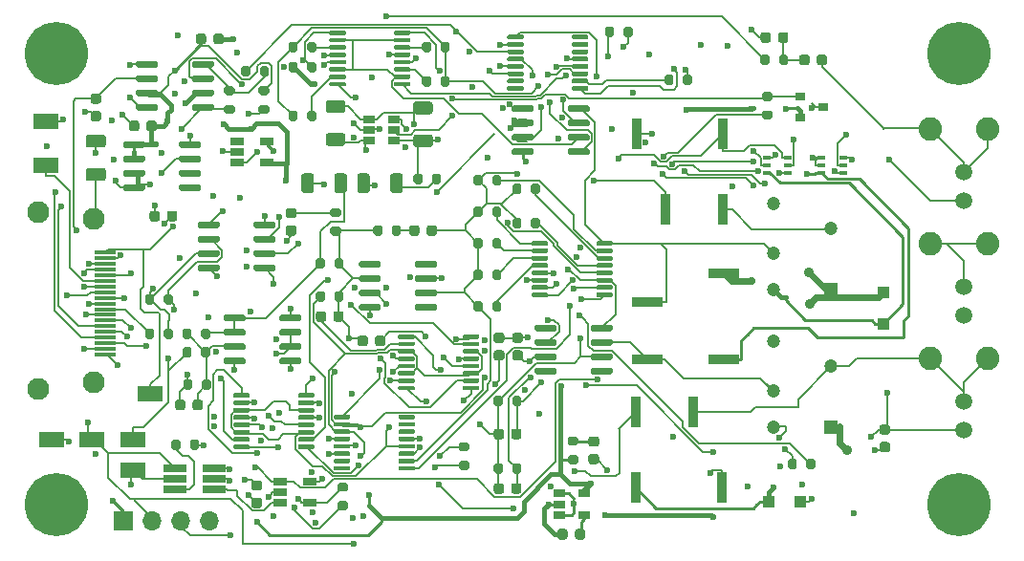
<source format=gtl>
G04 #@! TF.GenerationSoftware,KiCad,Pcbnew,(5.1.12-1-10_14)*
G04 #@! TF.CreationDate,2022-04-11T16:53:27-05:00*
G04 #@! TF.ProjectId,bath_clamp,62617468-5f63-46c6-916d-702e6b696361,rev?*
G04 #@! TF.SameCoordinates,Original*
G04 #@! TF.FileFunction,Copper,L1,Top*
G04 #@! TF.FilePolarity,Positive*
%FSLAX46Y46*%
G04 Gerber Fmt 4.6, Leading zero omitted, Abs format (unit mm)*
G04 Created by KiCad (PCBNEW (5.1.12-1-10_14)) date 2022-04-11 16:53:27*
%MOMM*%
%LPD*%
G01*
G04 APERTURE LIST*
G04 #@! TA.AperFunction,ComponentPad*
%ADD10C,5.600000*%
G04 #@! TD*
G04 #@! TA.AperFunction,ComponentPad*
%ADD11C,1.500000*%
G04 #@! TD*
G04 #@! TA.AperFunction,ComponentPad*
%ADD12O,1.700000X1.700000*%
G04 #@! TD*
G04 #@! TA.AperFunction,ComponentPad*
%ADD13R,1.700000X1.700000*%
G04 #@! TD*
G04 #@! TA.AperFunction,SMDPad,CuDef*
%ADD14R,2.000000X0.650000*%
G04 #@! TD*
G04 #@! TA.AperFunction,ComponentPad*
%ADD15R,1.200000X1.200000*%
G04 #@! TD*
G04 #@! TA.AperFunction,ComponentPad*
%ADD16C,1.200000*%
G04 #@! TD*
G04 #@! TA.AperFunction,SMDPad,CuDef*
%ADD17R,1.220000X0.650000*%
G04 #@! TD*
G04 #@! TA.AperFunction,ComponentPad*
%ADD18C,1.950000*%
G04 #@! TD*
G04 #@! TA.AperFunction,SMDPad,CuDef*
%ADD19R,1.900000X0.300000*%
G04 #@! TD*
G04 #@! TA.AperFunction,ComponentPad*
%ADD20C,2.082800*%
G04 #@! TD*
G04 #@! TA.AperFunction,SMDPad,CuDef*
%ADD21R,2.200000X1.450000*%
G04 #@! TD*
G04 #@! TA.AperFunction,SMDPad,CuDef*
%ADD22R,0.812800X2.667000*%
G04 #@! TD*
G04 #@! TA.AperFunction,SMDPad,CuDef*
%ADD23R,1.100000X1.100000*%
G04 #@! TD*
G04 #@! TA.AperFunction,SMDPad,CuDef*
%ADD24R,1.060000X0.650000*%
G04 #@! TD*
G04 #@! TA.AperFunction,SMDPad,CuDef*
%ADD25R,0.650000X0.400000*%
G04 #@! TD*
G04 #@! TA.AperFunction,ComponentPad*
%ADD26C,5.599999*%
G04 #@! TD*
G04 #@! TA.AperFunction,SMDPad,CuDef*
%ADD27R,2.667000X0.812800*%
G04 #@! TD*
G04 #@! TA.AperFunction,SMDPad,CuDef*
%ADD28R,0.900000X0.800000*%
G04 #@! TD*
G04 #@! TA.AperFunction,ViaPad*
%ADD29C,0.600000*%
G04 #@! TD*
G04 #@! TA.AperFunction,ViaPad*
%ADD30C,0.889000*%
G04 #@! TD*
G04 #@! TA.AperFunction,ViaPad*
%ADD31C,0.700000*%
G04 #@! TD*
G04 #@! TA.AperFunction,Conductor*
%ADD32C,0.127000*%
G04 #@! TD*
G04 #@! TA.AperFunction,Conductor*
%ADD33C,0.400000*%
G04 #@! TD*
G04 #@! TA.AperFunction,Conductor*
%ADD34C,0.152400*%
G04 #@! TD*
G04 #@! TA.AperFunction,Conductor*
%ADD35C,0.250000*%
G04 #@! TD*
G04 #@! TA.AperFunction,Conductor*
%ADD36C,0.200000*%
G04 #@! TD*
G04 #@! TA.AperFunction,Conductor*
%ADD37C,0.600000*%
G04 #@! TD*
G04 APERTURE END LIST*
D10*
X84000000Y44000000D03*
X84000000Y4000000D03*
D11*
X84400000Y33490000D03*
X84400000Y13170000D03*
X84400000Y23330000D03*
X84400000Y10630000D03*
X84400000Y20790000D03*
X84400000Y30950000D03*
D12*
X17620000Y2600000D03*
X15080000Y2600000D03*
X12540000Y2600000D03*
D13*
X10000000Y2600000D03*
G04 #@! TA.AperFunction,SMDPad,CuDef*
G36*
G01*
X16098400Y12602400D02*
X16098400Y13102400D01*
G75*
G02*
X16323400Y13327400I225000J0D01*
G01*
X16773400Y13327400D01*
G75*
G02*
X16998400Y13102400I0J-225000D01*
G01*
X16998400Y12602400D01*
G75*
G02*
X16773400Y12377400I-225000J0D01*
G01*
X16323400Y12377400D01*
G75*
G02*
X16098400Y12602400I0J225000D01*
G01*
G37*
G04 #@! TD.AperFunction*
G04 #@! TA.AperFunction,SMDPad,CuDef*
G36*
G01*
X14548400Y12602400D02*
X14548400Y13102400D01*
G75*
G02*
X14773400Y13327400I225000J0D01*
G01*
X15223400Y13327400D01*
G75*
G02*
X15448400Y13102400I0J-225000D01*
G01*
X15448400Y12602400D01*
G75*
G02*
X15223400Y12377400I-225000J0D01*
G01*
X14773400Y12377400D01*
G75*
G02*
X14548400Y12602400I0J225000D01*
G01*
G37*
G04 #@! TD.AperFunction*
G04 #@! TA.AperFunction,SMDPad,CuDef*
G36*
G01*
X49673800Y45342300D02*
X49673800Y45542300D01*
G75*
G02*
X49773800Y45642300I100000J0D01*
G01*
X51048800Y45642300D01*
G75*
G02*
X51148800Y45542300I0J-100000D01*
G01*
X51148800Y45342300D01*
G75*
G02*
X51048800Y45242300I-100000J0D01*
G01*
X49773800Y45242300D01*
G75*
G02*
X49673800Y45342300I0J100000D01*
G01*
G37*
G04 #@! TD.AperFunction*
G04 #@! TA.AperFunction,SMDPad,CuDef*
G36*
G01*
X49673800Y44692300D02*
X49673800Y44892300D01*
G75*
G02*
X49773800Y44992300I100000J0D01*
G01*
X51048800Y44992300D01*
G75*
G02*
X51148800Y44892300I0J-100000D01*
G01*
X51148800Y44692300D01*
G75*
G02*
X51048800Y44592300I-100000J0D01*
G01*
X49773800Y44592300D01*
G75*
G02*
X49673800Y44692300I0J100000D01*
G01*
G37*
G04 #@! TD.AperFunction*
G04 #@! TA.AperFunction,SMDPad,CuDef*
G36*
G01*
X49673800Y44042300D02*
X49673800Y44242300D01*
G75*
G02*
X49773800Y44342300I100000J0D01*
G01*
X51048800Y44342300D01*
G75*
G02*
X51148800Y44242300I0J-100000D01*
G01*
X51148800Y44042300D01*
G75*
G02*
X51048800Y43942300I-100000J0D01*
G01*
X49773800Y43942300D01*
G75*
G02*
X49673800Y44042300I0J100000D01*
G01*
G37*
G04 #@! TD.AperFunction*
G04 #@! TA.AperFunction,SMDPad,CuDef*
G36*
G01*
X49673800Y43392300D02*
X49673800Y43592300D01*
G75*
G02*
X49773800Y43692300I100000J0D01*
G01*
X51048800Y43692300D01*
G75*
G02*
X51148800Y43592300I0J-100000D01*
G01*
X51148800Y43392300D01*
G75*
G02*
X51048800Y43292300I-100000J0D01*
G01*
X49773800Y43292300D01*
G75*
G02*
X49673800Y43392300I0J100000D01*
G01*
G37*
G04 #@! TD.AperFunction*
G04 #@! TA.AperFunction,SMDPad,CuDef*
G36*
G01*
X49673800Y42742300D02*
X49673800Y42942300D01*
G75*
G02*
X49773800Y43042300I100000J0D01*
G01*
X51048800Y43042300D01*
G75*
G02*
X51148800Y42942300I0J-100000D01*
G01*
X51148800Y42742300D01*
G75*
G02*
X51048800Y42642300I-100000J0D01*
G01*
X49773800Y42642300D01*
G75*
G02*
X49673800Y42742300I0J100000D01*
G01*
G37*
G04 #@! TD.AperFunction*
G04 #@! TA.AperFunction,SMDPad,CuDef*
G36*
G01*
X49673800Y42092300D02*
X49673800Y42292300D01*
G75*
G02*
X49773800Y42392300I100000J0D01*
G01*
X51048800Y42392300D01*
G75*
G02*
X51148800Y42292300I0J-100000D01*
G01*
X51148800Y42092300D01*
G75*
G02*
X51048800Y41992300I-100000J0D01*
G01*
X49773800Y41992300D01*
G75*
G02*
X49673800Y42092300I0J100000D01*
G01*
G37*
G04 #@! TD.AperFunction*
G04 #@! TA.AperFunction,SMDPad,CuDef*
G36*
G01*
X49673800Y41442300D02*
X49673800Y41642300D01*
G75*
G02*
X49773800Y41742300I100000J0D01*
G01*
X51048800Y41742300D01*
G75*
G02*
X51148800Y41642300I0J-100000D01*
G01*
X51148800Y41442300D01*
G75*
G02*
X51048800Y41342300I-100000J0D01*
G01*
X49773800Y41342300D01*
G75*
G02*
X49673800Y41442300I0J100000D01*
G01*
G37*
G04 #@! TD.AperFunction*
G04 #@! TA.AperFunction,SMDPad,CuDef*
G36*
G01*
X49673800Y40792300D02*
X49673800Y40992300D01*
G75*
G02*
X49773800Y41092300I100000J0D01*
G01*
X51048800Y41092300D01*
G75*
G02*
X51148800Y40992300I0J-100000D01*
G01*
X51148800Y40792300D01*
G75*
G02*
X51048800Y40692300I-100000J0D01*
G01*
X49773800Y40692300D01*
G75*
G02*
X49673800Y40792300I0J100000D01*
G01*
G37*
G04 #@! TD.AperFunction*
G04 #@! TA.AperFunction,SMDPad,CuDef*
G36*
G01*
X43948800Y40792300D02*
X43948800Y40992300D01*
G75*
G02*
X44048800Y41092300I100000J0D01*
G01*
X45323800Y41092300D01*
G75*
G02*
X45423800Y40992300I0J-100000D01*
G01*
X45423800Y40792300D01*
G75*
G02*
X45323800Y40692300I-100000J0D01*
G01*
X44048800Y40692300D01*
G75*
G02*
X43948800Y40792300I0J100000D01*
G01*
G37*
G04 #@! TD.AperFunction*
G04 #@! TA.AperFunction,SMDPad,CuDef*
G36*
G01*
X43948800Y41442300D02*
X43948800Y41642300D01*
G75*
G02*
X44048800Y41742300I100000J0D01*
G01*
X45323800Y41742300D01*
G75*
G02*
X45423800Y41642300I0J-100000D01*
G01*
X45423800Y41442300D01*
G75*
G02*
X45323800Y41342300I-100000J0D01*
G01*
X44048800Y41342300D01*
G75*
G02*
X43948800Y41442300I0J100000D01*
G01*
G37*
G04 #@! TD.AperFunction*
G04 #@! TA.AperFunction,SMDPad,CuDef*
G36*
G01*
X43948800Y42092300D02*
X43948800Y42292300D01*
G75*
G02*
X44048800Y42392300I100000J0D01*
G01*
X45323800Y42392300D01*
G75*
G02*
X45423800Y42292300I0J-100000D01*
G01*
X45423800Y42092300D01*
G75*
G02*
X45323800Y41992300I-100000J0D01*
G01*
X44048800Y41992300D01*
G75*
G02*
X43948800Y42092300I0J100000D01*
G01*
G37*
G04 #@! TD.AperFunction*
G04 #@! TA.AperFunction,SMDPad,CuDef*
G36*
G01*
X43948800Y42742300D02*
X43948800Y42942300D01*
G75*
G02*
X44048800Y43042300I100000J0D01*
G01*
X45323800Y43042300D01*
G75*
G02*
X45423800Y42942300I0J-100000D01*
G01*
X45423800Y42742300D01*
G75*
G02*
X45323800Y42642300I-100000J0D01*
G01*
X44048800Y42642300D01*
G75*
G02*
X43948800Y42742300I0J100000D01*
G01*
G37*
G04 #@! TD.AperFunction*
G04 #@! TA.AperFunction,SMDPad,CuDef*
G36*
G01*
X43948800Y43392300D02*
X43948800Y43592300D01*
G75*
G02*
X44048800Y43692300I100000J0D01*
G01*
X45323800Y43692300D01*
G75*
G02*
X45423800Y43592300I0J-100000D01*
G01*
X45423800Y43392300D01*
G75*
G02*
X45323800Y43292300I-100000J0D01*
G01*
X44048800Y43292300D01*
G75*
G02*
X43948800Y43392300I0J100000D01*
G01*
G37*
G04 #@! TD.AperFunction*
G04 #@! TA.AperFunction,SMDPad,CuDef*
G36*
G01*
X43948800Y44042300D02*
X43948800Y44242300D01*
G75*
G02*
X44048800Y44342300I100000J0D01*
G01*
X45323800Y44342300D01*
G75*
G02*
X45423800Y44242300I0J-100000D01*
G01*
X45423800Y44042300D01*
G75*
G02*
X45323800Y43942300I-100000J0D01*
G01*
X44048800Y43942300D01*
G75*
G02*
X43948800Y44042300I0J100000D01*
G01*
G37*
G04 #@! TD.AperFunction*
G04 #@! TA.AperFunction,SMDPad,CuDef*
G36*
G01*
X43948800Y44692300D02*
X43948800Y44892300D01*
G75*
G02*
X44048800Y44992300I100000J0D01*
G01*
X45323800Y44992300D01*
G75*
G02*
X45423800Y44892300I0J-100000D01*
G01*
X45423800Y44692300D01*
G75*
G02*
X45323800Y44592300I-100000J0D01*
G01*
X44048800Y44592300D01*
G75*
G02*
X43948800Y44692300I0J100000D01*
G01*
G37*
G04 #@! TD.AperFunction*
G04 #@! TA.AperFunction,SMDPad,CuDef*
G36*
G01*
X43948800Y45342300D02*
X43948800Y45542300D01*
G75*
G02*
X44048800Y45642300I100000J0D01*
G01*
X45323800Y45642300D01*
G75*
G02*
X45423800Y45542300I0J-100000D01*
G01*
X45423800Y45342300D01*
G75*
G02*
X45323800Y45242300I-100000J0D01*
G01*
X44048800Y45242300D01*
G75*
G02*
X43948800Y45342300I0J100000D01*
G01*
G37*
G04 #@! TD.AperFunction*
D14*
X14546000Y5336500D03*
X14546000Y6286500D03*
X14546000Y7236500D03*
X17966000Y7236500D03*
X17966000Y6286500D03*
X17966000Y5336500D03*
D15*
X72644000Y23050500D03*
D16*
X72644000Y28450500D03*
X67564000Y30650500D03*
X67564000Y26250500D03*
X67564000Y23050500D03*
D15*
X72644000Y10858500D03*
D16*
X72644000Y16258500D03*
X67564000Y18458500D03*
X67564000Y14058500D03*
X67564000Y10858500D03*
D17*
X22646000Y36192500D03*
X22646000Y34292500D03*
X20026000Y34292500D03*
X20026000Y35242500D03*
X20026000Y36192500D03*
G04 #@! TA.AperFunction,SMDPad,CuDef*
G36*
G01*
X46302800Y35443300D02*
X46302800Y35143300D01*
G75*
G02*
X46152800Y34993300I-150000J0D01*
G01*
X44502800Y34993300D01*
G75*
G02*
X44352800Y35143300I0J150000D01*
G01*
X44352800Y35443300D01*
G75*
G02*
X44502800Y35593300I150000J0D01*
G01*
X46152800Y35593300D01*
G75*
G02*
X46302800Y35443300I0J-150000D01*
G01*
G37*
G04 #@! TD.AperFunction*
G04 #@! TA.AperFunction,SMDPad,CuDef*
G36*
G01*
X46302800Y36713300D02*
X46302800Y36413300D01*
G75*
G02*
X46152800Y36263300I-150000J0D01*
G01*
X44502800Y36263300D01*
G75*
G02*
X44352800Y36413300I0J150000D01*
G01*
X44352800Y36713300D01*
G75*
G02*
X44502800Y36863300I150000J0D01*
G01*
X46152800Y36863300D01*
G75*
G02*
X46302800Y36713300I0J-150000D01*
G01*
G37*
G04 #@! TD.AperFunction*
G04 #@! TA.AperFunction,SMDPad,CuDef*
G36*
G01*
X46302800Y37983300D02*
X46302800Y37683300D01*
G75*
G02*
X46152800Y37533300I-150000J0D01*
G01*
X44502800Y37533300D01*
G75*
G02*
X44352800Y37683300I0J150000D01*
G01*
X44352800Y37983300D01*
G75*
G02*
X44502800Y38133300I150000J0D01*
G01*
X46152800Y38133300D01*
G75*
G02*
X46302800Y37983300I0J-150000D01*
G01*
G37*
G04 #@! TD.AperFunction*
G04 #@! TA.AperFunction,SMDPad,CuDef*
G36*
G01*
X46302800Y39253300D02*
X46302800Y38953300D01*
G75*
G02*
X46152800Y38803300I-150000J0D01*
G01*
X44502800Y38803300D01*
G75*
G02*
X44352800Y38953300I0J150000D01*
G01*
X44352800Y39253300D01*
G75*
G02*
X44502800Y39403300I150000J0D01*
G01*
X46152800Y39403300D01*
G75*
G02*
X46302800Y39253300I0J-150000D01*
G01*
G37*
G04 #@! TD.AperFunction*
G04 #@! TA.AperFunction,SMDPad,CuDef*
G36*
G01*
X51252800Y39253300D02*
X51252800Y38953300D01*
G75*
G02*
X51102800Y38803300I-150000J0D01*
G01*
X49452800Y38803300D01*
G75*
G02*
X49302800Y38953300I0J150000D01*
G01*
X49302800Y39253300D01*
G75*
G02*
X49452800Y39403300I150000J0D01*
G01*
X51102800Y39403300D01*
G75*
G02*
X51252800Y39253300I0J-150000D01*
G01*
G37*
G04 #@! TD.AperFunction*
G04 #@! TA.AperFunction,SMDPad,CuDef*
G36*
G01*
X51252800Y37983300D02*
X51252800Y37683300D01*
G75*
G02*
X51102800Y37533300I-150000J0D01*
G01*
X49452800Y37533300D01*
G75*
G02*
X49302800Y37683300I0J150000D01*
G01*
X49302800Y37983300D01*
G75*
G02*
X49452800Y38133300I150000J0D01*
G01*
X51102800Y38133300D01*
G75*
G02*
X51252800Y37983300I0J-150000D01*
G01*
G37*
G04 #@! TD.AperFunction*
G04 #@! TA.AperFunction,SMDPad,CuDef*
G36*
G01*
X51252800Y36713300D02*
X51252800Y36413300D01*
G75*
G02*
X51102800Y36263300I-150000J0D01*
G01*
X49452800Y36263300D01*
G75*
G02*
X49302800Y36413300I0J150000D01*
G01*
X49302800Y36713300D01*
G75*
G02*
X49452800Y36863300I150000J0D01*
G01*
X51102800Y36863300D01*
G75*
G02*
X51252800Y36713300I0J-150000D01*
G01*
G37*
G04 #@! TD.AperFunction*
G04 #@! TA.AperFunction,SMDPad,CuDef*
G36*
G01*
X51252800Y35443300D02*
X51252800Y35143300D01*
G75*
G02*
X51102800Y34993300I-150000J0D01*
G01*
X49452800Y34993300D01*
G75*
G02*
X49302800Y35143300I0J150000D01*
G01*
X49302800Y35443300D01*
G75*
G02*
X49452800Y35593300I150000J0D01*
G01*
X51102800Y35593300D01*
G75*
G02*
X51252800Y35443300I0J-150000D01*
G01*
G37*
G04 #@! TD.AperFunction*
G04 #@! TA.AperFunction,SMDPad,CuDef*
G36*
G01*
X53423000Y46185500D02*
X53423000Y45635500D01*
G75*
G02*
X53223000Y45435500I-200000J0D01*
G01*
X52823000Y45435500D01*
G75*
G02*
X52623000Y45635500I0J200000D01*
G01*
X52623000Y46185500D01*
G75*
G02*
X52823000Y46385500I200000J0D01*
G01*
X53223000Y46385500D01*
G75*
G02*
X53423000Y46185500I0J-200000D01*
G01*
G37*
G04 #@! TD.AperFunction*
G04 #@! TA.AperFunction,SMDPad,CuDef*
G36*
G01*
X55073000Y46185500D02*
X55073000Y45635500D01*
G75*
G02*
X54873000Y45435500I-200000J0D01*
G01*
X54473000Y45435500D01*
G75*
G02*
X54273000Y45635500I0J200000D01*
G01*
X54273000Y46185500D01*
G75*
G02*
X54473000Y46385500I200000J0D01*
G01*
X54873000Y46385500D01*
G75*
G02*
X55073000Y46185500I0J-200000D01*
G01*
G37*
G04 #@! TD.AperFunction*
G04 #@! TA.AperFunction,SMDPad,CuDef*
G36*
G01*
X39857000Y7893500D02*
X40407000Y7893500D01*
G75*
G02*
X40607000Y7693500I0J-200000D01*
G01*
X40607000Y7293500D01*
G75*
G02*
X40407000Y7093500I-200000J0D01*
G01*
X39857000Y7093500D01*
G75*
G02*
X39657000Y7293500I0J200000D01*
G01*
X39657000Y7693500D01*
G75*
G02*
X39857000Y7893500I200000J0D01*
G01*
G37*
G04 #@! TD.AperFunction*
G04 #@! TA.AperFunction,SMDPad,CuDef*
G36*
G01*
X39857000Y9543500D02*
X40407000Y9543500D01*
G75*
G02*
X40607000Y9343500I0J-200000D01*
G01*
X40607000Y8943500D01*
G75*
G02*
X40407000Y8743500I-200000J0D01*
G01*
X39857000Y8743500D01*
G75*
G02*
X39657000Y8943500I0J200000D01*
G01*
X39657000Y9343500D01*
G75*
G02*
X39857000Y9543500I200000J0D01*
G01*
G37*
G04 #@! TD.AperFunction*
G04 #@! TA.AperFunction,SMDPad,CuDef*
G36*
G01*
X50059000Y9251500D02*
X49509000Y9251500D01*
G75*
G02*
X49309000Y9451500I0J200000D01*
G01*
X49309000Y9851500D01*
G75*
G02*
X49509000Y10051500I200000J0D01*
G01*
X50059000Y10051500D01*
G75*
G02*
X50259000Y9851500I0J-200000D01*
G01*
X50259000Y9451500D01*
G75*
G02*
X50059000Y9251500I-200000J0D01*
G01*
G37*
G04 #@! TD.AperFunction*
G04 #@! TA.AperFunction,SMDPad,CuDef*
G36*
G01*
X50059000Y7601500D02*
X49509000Y7601500D01*
G75*
G02*
X49309000Y7801500I0J200000D01*
G01*
X49309000Y8201500D01*
G75*
G02*
X49509000Y8401500I200000J0D01*
G01*
X50059000Y8401500D01*
G75*
G02*
X50259000Y8201500I0J-200000D01*
G01*
X50259000Y7801500D01*
G75*
G02*
X50059000Y7601500I-200000J0D01*
G01*
G37*
G04 #@! TD.AperFunction*
G04 #@! TA.AperFunction,SMDPad,CuDef*
G36*
G01*
X67289800Y45652500D02*
X67289800Y45152500D01*
G75*
G02*
X67064800Y44927500I-225000J0D01*
G01*
X66614800Y44927500D01*
G75*
G02*
X66389800Y45152500I0J225000D01*
G01*
X66389800Y45652500D01*
G75*
G02*
X66614800Y45877500I225000J0D01*
G01*
X67064800Y45877500D01*
G75*
G02*
X67289800Y45652500I0J-225000D01*
G01*
G37*
G04 #@! TD.AperFunction*
G04 #@! TA.AperFunction,SMDPad,CuDef*
G36*
G01*
X68839800Y45652500D02*
X68839800Y45152500D01*
G75*
G02*
X68614800Y44927500I-225000J0D01*
G01*
X68164800Y44927500D01*
G75*
G02*
X67939800Y45152500I0J225000D01*
G01*
X67939800Y45652500D01*
G75*
G02*
X68164800Y45877500I225000J0D01*
G01*
X68614800Y45877500D01*
G75*
G02*
X68839800Y45652500I0J-225000D01*
G01*
G37*
G04 #@! TD.AperFunction*
G04 #@! TA.AperFunction,SMDPad,CuDef*
G36*
G01*
X49306600Y1647000D02*
X49306600Y1147000D01*
G75*
G02*
X49081600Y922000I-225000J0D01*
G01*
X48631600Y922000D01*
G75*
G02*
X48406600Y1147000I0J225000D01*
G01*
X48406600Y1647000D01*
G75*
G02*
X48631600Y1872000I225000J0D01*
G01*
X49081600Y1872000D01*
G75*
G02*
X49306600Y1647000I0J-225000D01*
G01*
G37*
G04 #@! TD.AperFunction*
G04 #@! TA.AperFunction,SMDPad,CuDef*
G36*
G01*
X50856600Y1647000D02*
X50856600Y1147000D01*
G75*
G02*
X50631600Y922000I-225000J0D01*
G01*
X50181600Y922000D01*
G75*
G02*
X49956600Y1147000I0J225000D01*
G01*
X49956600Y1647000D01*
G75*
G02*
X50181600Y1872000I225000J0D01*
G01*
X50631600Y1872000D01*
G75*
G02*
X50856600Y1647000I0J-225000D01*
G01*
G37*
G04 #@! TD.AperFunction*
G04 #@! TA.AperFunction,SMDPad,CuDef*
G36*
G01*
X8168401Y35647200D02*
X6868399Y35647200D01*
G75*
G02*
X6618400Y35897199I0J249999D01*
G01*
X6618400Y36547201D01*
G75*
G02*
X6868399Y36797200I249999J0D01*
G01*
X8168401Y36797200D01*
G75*
G02*
X8418400Y36547201I0J-249999D01*
G01*
X8418400Y35897199D01*
G75*
G02*
X8168401Y35647200I-249999J0D01*
G01*
G37*
G04 #@! TD.AperFunction*
G04 #@! TA.AperFunction,SMDPad,CuDef*
G36*
G01*
X8168401Y32697200D02*
X6868399Y32697200D01*
G75*
G02*
X6618400Y32947199I0J249999D01*
G01*
X6618400Y33597201D01*
G75*
G02*
X6868399Y33847200I249999J0D01*
G01*
X8168401Y33847200D01*
G75*
G02*
X8418400Y33597201I0J-249999D01*
G01*
X8418400Y32947199D01*
G75*
G02*
X8168401Y32697200I-249999J0D01*
G01*
G37*
G04 #@! TD.AperFunction*
G04 #@! TA.AperFunction,SMDPad,CuDef*
G36*
G01*
X17289900Y45525500D02*
X17289900Y45025500D01*
G75*
G02*
X17064900Y44800500I-225000J0D01*
G01*
X16614900Y44800500D01*
G75*
G02*
X16389900Y45025500I0J225000D01*
G01*
X16389900Y45525500D01*
G75*
G02*
X16614900Y45750500I225000J0D01*
G01*
X17064900Y45750500D01*
G75*
G02*
X17289900Y45525500I0J-225000D01*
G01*
G37*
G04 #@! TD.AperFunction*
G04 #@! TA.AperFunction,SMDPad,CuDef*
G36*
G01*
X18839900Y45525500D02*
X18839900Y45025500D01*
G75*
G02*
X18614900Y44800500I-225000J0D01*
G01*
X18164900Y44800500D01*
G75*
G02*
X17939900Y45025500I0J225000D01*
G01*
X17939900Y45525500D01*
G75*
G02*
X18164900Y45750500I225000J0D01*
G01*
X18614900Y45750500D01*
G75*
G02*
X18839900Y45525500I0J-225000D01*
G01*
G37*
G04 #@! TD.AperFunction*
G04 #@! TA.AperFunction,SMDPad,CuDef*
G36*
G01*
X7768400Y39529900D02*
X7268400Y39529900D01*
G75*
G02*
X7043400Y39754900I0J225000D01*
G01*
X7043400Y40204900D01*
G75*
G02*
X7268400Y40429900I225000J0D01*
G01*
X7768400Y40429900D01*
G75*
G02*
X7993400Y40204900I0J-225000D01*
G01*
X7993400Y39754900D01*
G75*
G02*
X7768400Y39529900I-225000J0D01*
G01*
G37*
G04 #@! TD.AperFunction*
G04 #@! TA.AperFunction,SMDPad,CuDef*
G36*
G01*
X7768400Y37979900D02*
X7268400Y37979900D01*
G75*
G02*
X7043400Y38204900I0J225000D01*
G01*
X7043400Y38654900D01*
G75*
G02*
X7268400Y38879900I225000J0D01*
G01*
X7768400Y38879900D01*
G75*
G02*
X7993400Y38654900I0J-225000D01*
G01*
X7993400Y38204900D01*
G75*
G02*
X7768400Y37979900I-225000J0D01*
G01*
G37*
G04 #@! TD.AperFunction*
G04 #@! TA.AperFunction,SMDPad,CuDef*
G36*
G01*
X43480800Y18346300D02*
X42980800Y18346300D01*
G75*
G02*
X42755800Y18571300I0J225000D01*
G01*
X42755800Y19021300D01*
G75*
G02*
X42980800Y19246300I225000J0D01*
G01*
X43480800Y19246300D01*
G75*
G02*
X43705800Y19021300I0J-225000D01*
G01*
X43705800Y18571300D01*
G75*
G02*
X43480800Y18346300I-225000J0D01*
G01*
G37*
G04 #@! TD.AperFunction*
G04 #@! TA.AperFunction,SMDPad,CuDef*
G36*
G01*
X43480800Y16796300D02*
X42980800Y16796300D01*
G75*
G02*
X42755800Y17021300I0J225000D01*
G01*
X42755800Y17471300D01*
G75*
G02*
X42980800Y17696300I225000J0D01*
G01*
X43480800Y17696300D01*
G75*
G02*
X43705800Y17471300I0J-225000D01*
G01*
X43705800Y17021300D01*
G75*
G02*
X43480800Y16796300I-225000J0D01*
G01*
G37*
G04 #@! TD.AperFunction*
G04 #@! TA.AperFunction,SMDPad,CuDef*
G36*
G01*
X44631800Y17696300D02*
X45131800Y17696300D01*
G75*
G02*
X45356800Y17471300I0J-225000D01*
G01*
X45356800Y17021300D01*
G75*
G02*
X45131800Y16796300I-225000J0D01*
G01*
X44631800Y16796300D01*
G75*
G02*
X44406800Y17021300I0J225000D01*
G01*
X44406800Y17471300D01*
G75*
G02*
X44631800Y17696300I225000J0D01*
G01*
G37*
G04 #@! TD.AperFunction*
G04 #@! TA.AperFunction,SMDPad,CuDef*
G36*
G01*
X44631800Y19246300D02*
X45131800Y19246300D01*
G75*
G02*
X45356800Y19021300I0J-225000D01*
G01*
X45356800Y18571300D01*
G75*
G02*
X45131800Y18346300I-225000J0D01*
G01*
X44631800Y18346300D01*
G75*
G02*
X44406800Y18571300I0J225000D01*
G01*
X44406800Y19021300D01*
G75*
G02*
X44631800Y19246300I225000J0D01*
G01*
G37*
G04 #@! TD.AperFunction*
G04 #@! TA.AperFunction,SMDPad,CuDef*
G36*
G01*
X77143800Y9568300D02*
X77643800Y9568300D01*
G75*
G02*
X77868800Y9343300I0J-225000D01*
G01*
X77868800Y8893300D01*
G75*
G02*
X77643800Y8668300I-225000J0D01*
G01*
X77143800Y8668300D01*
G75*
G02*
X76918800Y8893300I0J225000D01*
G01*
X76918800Y9343300D01*
G75*
G02*
X77143800Y9568300I225000J0D01*
G01*
G37*
G04 #@! TD.AperFunction*
G04 #@! TA.AperFunction,SMDPad,CuDef*
G36*
G01*
X77143800Y11118300D02*
X77643800Y11118300D01*
G75*
G02*
X77868800Y10893300I0J-225000D01*
G01*
X77868800Y10443300D01*
G75*
G02*
X77643800Y10218300I-225000J0D01*
G01*
X77143800Y10218300D01*
G75*
G02*
X76918800Y10443300I0J225000D01*
G01*
X76918800Y10893300D01*
G75*
G02*
X77143800Y11118300I225000J0D01*
G01*
G37*
G04 #@! TD.AperFunction*
G04 #@! TA.AperFunction,SMDPad,CuDef*
G36*
G01*
X13187800Y29828300D02*
X13187800Y29328300D01*
G75*
G02*
X12962800Y29103300I-225000J0D01*
G01*
X12512800Y29103300D01*
G75*
G02*
X12287800Y29328300I0J225000D01*
G01*
X12287800Y29828300D01*
G75*
G02*
X12512800Y30053300I225000J0D01*
G01*
X12962800Y30053300D01*
G75*
G02*
X13187800Y29828300I0J-225000D01*
G01*
G37*
G04 #@! TD.AperFunction*
G04 #@! TA.AperFunction,SMDPad,CuDef*
G36*
G01*
X14737800Y29828300D02*
X14737800Y29328300D01*
G75*
G02*
X14512800Y29103300I-225000J0D01*
G01*
X14062800Y29103300D01*
G75*
G02*
X13837800Y29328300I0J225000D01*
G01*
X13837800Y29828300D01*
G75*
G02*
X14062800Y30053300I225000J0D01*
G01*
X14512800Y30053300D01*
G75*
G02*
X14737800Y29828300I0J-225000D01*
G01*
G37*
G04 #@! TD.AperFunction*
D18*
X2468800Y29935300D03*
X2468800Y14235300D03*
X7368800Y14835300D03*
X7368800Y29335300D03*
D19*
X8318800Y26335300D03*
X8318800Y25835300D03*
X8318800Y25335300D03*
X8318800Y24835300D03*
X8318800Y24335300D03*
X8318800Y23835300D03*
X8318800Y23335300D03*
X8318800Y22835300D03*
X8318800Y22335300D03*
X8318800Y17335300D03*
X8318800Y17835300D03*
X8318800Y18335300D03*
X8318800Y18835300D03*
X8318800Y19335300D03*
X8318800Y19835300D03*
X8318800Y20335300D03*
X8318800Y20835300D03*
X8318800Y21335300D03*
X8318800Y21835300D03*
D20*
X86540000Y37300000D03*
X81460000Y37300000D03*
X86540000Y16980000D03*
X81460000Y16980000D03*
X86540000Y27140000D03*
X81460000Y27140000D03*
D21*
X7162800Y9766300D03*
X12369800Y13830300D03*
X10845800Y7099300D03*
X10845800Y9766300D03*
X3086100Y37934900D03*
X3606800Y9766300D03*
X3124200Y34048700D03*
G04 #@! TA.AperFunction,SMDPad,CuDef*
G36*
G01*
X15856000Y9059500D02*
X15856000Y9609500D01*
G75*
G02*
X16056000Y9809500I200000J0D01*
G01*
X16456000Y9809500D01*
G75*
G02*
X16656000Y9609500I0J-200000D01*
G01*
X16656000Y9059500D01*
G75*
G02*
X16456000Y8859500I-200000J0D01*
G01*
X16056000Y8859500D01*
G75*
G02*
X15856000Y9059500I0J200000D01*
G01*
G37*
G04 #@! TD.AperFunction*
G04 #@! TA.AperFunction,SMDPad,CuDef*
G36*
G01*
X14206000Y9059500D02*
X14206000Y9609500D01*
G75*
G02*
X14406000Y9809500I200000J0D01*
G01*
X14806000Y9809500D01*
G75*
G02*
X15006000Y9609500I0J-200000D01*
G01*
X15006000Y9059500D01*
G75*
G02*
X14806000Y8859500I-200000J0D01*
G01*
X14406000Y8859500D01*
G75*
G02*
X14206000Y9059500I0J200000D01*
G01*
G37*
G04 #@! TD.AperFunction*
G04 #@! TA.AperFunction,SMDPad,CuDef*
G36*
G01*
X22017800Y5265300D02*
X21517800Y5265300D01*
G75*
G02*
X21292800Y5490300I0J225000D01*
G01*
X21292800Y5940300D01*
G75*
G02*
X21517800Y6165300I225000J0D01*
G01*
X22017800Y6165300D01*
G75*
G02*
X22242800Y5940300I0J-225000D01*
G01*
X22242800Y5490300D01*
G75*
G02*
X22017800Y5265300I-225000J0D01*
G01*
G37*
G04 #@! TD.AperFunction*
G04 #@! TA.AperFunction,SMDPad,CuDef*
G36*
G01*
X22017800Y3715300D02*
X21517800Y3715300D01*
G75*
G02*
X21292800Y3940300I0J225000D01*
G01*
X21292800Y4390300D01*
G75*
G02*
X21517800Y4615300I225000J0D01*
G01*
X22017800Y4615300D01*
G75*
G02*
X22242800Y4390300I0J-225000D01*
G01*
X22242800Y3940300D01*
G75*
G02*
X22017800Y3715300I-225000J0D01*
G01*
G37*
G04 #@! TD.AperFunction*
D22*
X57938299Y30145299D03*
X63018299Y30145299D03*
X63018299Y36885301D03*
X55398299Y36885301D03*
G04 #@! TA.AperFunction,SMDPad,CuDef*
G36*
G01*
X28669800Y22191300D02*
X28669800Y22741300D01*
G75*
G02*
X28869800Y22941300I200000J0D01*
G01*
X29269800Y22941300D01*
G75*
G02*
X29469800Y22741300I0J-200000D01*
G01*
X29469800Y22191300D01*
G75*
G02*
X29269800Y21991300I-200000J0D01*
G01*
X28869800Y21991300D01*
G75*
G02*
X28669800Y22191300I0J200000D01*
G01*
G37*
G04 #@! TD.AperFunction*
G04 #@! TA.AperFunction,SMDPad,CuDef*
G36*
G01*
X27019800Y22191300D02*
X27019800Y22741300D01*
G75*
G02*
X27219800Y22941300I200000J0D01*
G01*
X27619800Y22941300D01*
G75*
G02*
X27819800Y22741300I0J-200000D01*
G01*
X27819800Y22191300D01*
G75*
G02*
X27619800Y21991300I-200000J0D01*
G01*
X27219800Y21991300D01*
G75*
G02*
X27019800Y22191300I0J200000D01*
G01*
G37*
G04 #@! TD.AperFunction*
G04 #@! TA.AperFunction,SMDPad,CuDef*
G36*
G01*
X13556800Y21937300D02*
X13556800Y22487300D01*
G75*
G02*
X13756800Y22687300I200000J0D01*
G01*
X14156800Y22687300D01*
G75*
G02*
X14356800Y22487300I0J-200000D01*
G01*
X14356800Y21937300D01*
G75*
G02*
X14156800Y21737300I-200000J0D01*
G01*
X13756800Y21737300D01*
G75*
G02*
X13556800Y21937300I0J200000D01*
G01*
G37*
G04 #@! TD.AperFunction*
G04 #@! TA.AperFunction,SMDPad,CuDef*
G36*
G01*
X11906800Y21937300D02*
X11906800Y22487300D01*
G75*
G02*
X12106800Y22687300I200000J0D01*
G01*
X12506800Y22687300D01*
G75*
G02*
X12706800Y22487300I0J-200000D01*
G01*
X12706800Y21937300D01*
G75*
G02*
X12506800Y21737300I-200000J0D01*
G01*
X12106800Y21737300D01*
G75*
G02*
X11906800Y21937300I0J200000D01*
G01*
G37*
G04 #@! TD.AperFunction*
G04 #@! TA.AperFunction,SMDPad,CuDef*
G36*
G01*
X28669800Y25112300D02*
X28669800Y25662300D01*
G75*
G02*
X28869800Y25862300I200000J0D01*
G01*
X29269800Y25862300D01*
G75*
G02*
X29469800Y25662300I0J-200000D01*
G01*
X29469800Y25112300D01*
G75*
G02*
X29269800Y24912300I-200000J0D01*
G01*
X28869800Y24912300D01*
G75*
G02*
X28669800Y25112300I0J200000D01*
G01*
G37*
G04 #@! TD.AperFunction*
G04 #@! TA.AperFunction,SMDPad,CuDef*
G36*
G01*
X27019800Y25112300D02*
X27019800Y25662300D01*
G75*
G02*
X27219800Y25862300I200000J0D01*
G01*
X27619800Y25862300D01*
G75*
G02*
X27819800Y25662300I0J-200000D01*
G01*
X27819800Y25112300D01*
G75*
G02*
X27619800Y24912300I-200000J0D01*
G01*
X27219800Y24912300D01*
G75*
G02*
X27019800Y25112300I0J200000D01*
G01*
G37*
G04 #@! TD.AperFunction*
G04 #@! TA.AperFunction,SMDPad,CuDef*
G36*
G01*
X13556800Y18889300D02*
X13556800Y19439300D01*
G75*
G02*
X13756800Y19639300I200000J0D01*
G01*
X14156800Y19639300D01*
G75*
G02*
X14356800Y19439300I0J-200000D01*
G01*
X14356800Y18889300D01*
G75*
G02*
X14156800Y18689300I-200000J0D01*
G01*
X13756800Y18689300D01*
G75*
G02*
X13556800Y18889300I0J200000D01*
G01*
G37*
G04 #@! TD.AperFunction*
G04 #@! TA.AperFunction,SMDPad,CuDef*
G36*
G01*
X11906800Y18889300D02*
X11906800Y19439300D01*
G75*
G02*
X12106800Y19639300I200000J0D01*
G01*
X12506800Y19639300D01*
G75*
G02*
X12706800Y19439300I0J-200000D01*
G01*
X12706800Y18889300D01*
G75*
G02*
X12506800Y18689300I-200000J0D01*
G01*
X12106800Y18689300D01*
G75*
G02*
X11906800Y18889300I0J200000D01*
G01*
G37*
G04 #@! TD.AperFunction*
G04 #@! TA.AperFunction,SMDPad,CuDef*
G36*
G01*
X67189800Y43696300D02*
X67189800Y43146300D01*
G75*
G02*
X66989800Y42946300I-200000J0D01*
G01*
X66589800Y42946300D01*
G75*
G02*
X66389800Y43146300I0J200000D01*
G01*
X66389800Y43696300D01*
G75*
G02*
X66589800Y43896300I200000J0D01*
G01*
X66989800Y43896300D01*
G75*
G02*
X67189800Y43696300I0J-200000D01*
G01*
G37*
G04 #@! TD.AperFunction*
G04 #@! TA.AperFunction,SMDPad,CuDef*
G36*
G01*
X68839800Y43696300D02*
X68839800Y43146300D01*
G75*
G02*
X68639800Y42946300I-200000J0D01*
G01*
X68239800Y42946300D01*
G75*
G02*
X68039800Y43146300I0J200000D01*
G01*
X68039800Y43696300D01*
G75*
G02*
X68239800Y43896300I200000J0D01*
G01*
X68639800Y43896300D01*
G75*
G02*
X68839800Y43696300I0J-200000D01*
G01*
G37*
G04 #@! TD.AperFunction*
G04 #@! TA.AperFunction,SMDPad,CuDef*
G36*
G01*
X69602800Y7882300D02*
X69602800Y7332300D01*
G75*
G02*
X69402800Y7132300I-200000J0D01*
G01*
X69002800Y7132300D01*
G75*
G02*
X68802800Y7332300I0J200000D01*
G01*
X68802800Y7882300D01*
G75*
G02*
X69002800Y8082300I200000J0D01*
G01*
X69402800Y8082300D01*
G75*
G02*
X69602800Y7882300I0J-200000D01*
G01*
G37*
G04 #@! TD.AperFunction*
G04 #@! TA.AperFunction,SMDPad,CuDef*
G36*
G01*
X71252800Y7882300D02*
X71252800Y7332300D01*
G75*
G02*
X71052800Y7132300I-200000J0D01*
G01*
X70652800Y7132300D01*
G75*
G02*
X70452800Y7332300I0J200000D01*
G01*
X70452800Y7882300D01*
G75*
G02*
X70652800Y8082300I200000J0D01*
G01*
X71052800Y8082300D01*
G75*
G02*
X71252800Y7882300I0J-200000D01*
G01*
G37*
G04 #@! TD.AperFunction*
G04 #@! TA.AperFunction,SMDPad,CuDef*
G36*
G01*
X42639800Y29684300D02*
X42639800Y30234300D01*
G75*
G02*
X42839800Y30434300I200000J0D01*
G01*
X43239800Y30434300D01*
G75*
G02*
X43439800Y30234300I0J-200000D01*
G01*
X43439800Y29684300D01*
G75*
G02*
X43239800Y29484300I-200000J0D01*
G01*
X42839800Y29484300D01*
G75*
G02*
X42639800Y29684300I0J200000D01*
G01*
G37*
G04 #@! TD.AperFunction*
G04 #@! TA.AperFunction,SMDPad,CuDef*
G36*
G01*
X40989800Y29684300D02*
X40989800Y30234300D01*
G75*
G02*
X41189800Y30434300I200000J0D01*
G01*
X41589800Y30434300D01*
G75*
G02*
X41789800Y30234300I0J-200000D01*
G01*
X41789800Y29684300D01*
G75*
G02*
X41589800Y29484300I-200000J0D01*
G01*
X41189800Y29484300D01*
G75*
G02*
X40989800Y29684300I0J200000D01*
G01*
G37*
G04 #@! TD.AperFunction*
G04 #@! TA.AperFunction,SMDPad,CuDef*
G36*
G01*
X42639800Y26890300D02*
X42639800Y27440300D01*
G75*
G02*
X42839800Y27640300I200000J0D01*
G01*
X43239800Y27640300D01*
G75*
G02*
X43439800Y27440300I0J-200000D01*
G01*
X43439800Y26890300D01*
G75*
G02*
X43239800Y26690300I-200000J0D01*
G01*
X42839800Y26690300D01*
G75*
G02*
X42639800Y26890300I0J200000D01*
G01*
G37*
G04 #@! TD.AperFunction*
G04 #@! TA.AperFunction,SMDPad,CuDef*
G36*
G01*
X40989800Y26890300D02*
X40989800Y27440300D01*
G75*
G02*
X41189800Y27640300I200000J0D01*
G01*
X41589800Y27640300D01*
G75*
G02*
X41789800Y27440300I0J-200000D01*
G01*
X41789800Y26890300D01*
G75*
G02*
X41589800Y26690300I-200000J0D01*
G01*
X41189800Y26690300D01*
G75*
G02*
X40989800Y26890300I0J200000D01*
G01*
G37*
G04 #@! TD.AperFunction*
G04 #@! TA.AperFunction,SMDPad,CuDef*
G36*
G01*
X42639800Y24096300D02*
X42639800Y24646300D01*
G75*
G02*
X42839800Y24846300I200000J0D01*
G01*
X43239800Y24846300D01*
G75*
G02*
X43439800Y24646300I0J-200000D01*
G01*
X43439800Y24096300D01*
G75*
G02*
X43239800Y23896300I-200000J0D01*
G01*
X42839800Y23896300D01*
G75*
G02*
X42639800Y24096300I0J200000D01*
G01*
G37*
G04 #@! TD.AperFunction*
G04 #@! TA.AperFunction,SMDPad,CuDef*
G36*
G01*
X40989800Y24096300D02*
X40989800Y24646300D01*
G75*
G02*
X41189800Y24846300I200000J0D01*
G01*
X41589800Y24846300D01*
G75*
G02*
X41789800Y24646300I0J-200000D01*
G01*
X41789800Y24096300D01*
G75*
G02*
X41589800Y23896300I-200000J0D01*
G01*
X41189800Y23896300D01*
G75*
G02*
X40989800Y24096300I0J200000D01*
G01*
G37*
G04 #@! TD.AperFunction*
G04 #@! TA.AperFunction,SMDPad,CuDef*
G36*
G01*
X42639800Y21302300D02*
X42639800Y21852300D01*
G75*
G02*
X42839800Y22052300I200000J0D01*
G01*
X43239800Y22052300D01*
G75*
G02*
X43439800Y21852300I0J-200000D01*
G01*
X43439800Y21302300D01*
G75*
G02*
X43239800Y21102300I-200000J0D01*
G01*
X42839800Y21102300D01*
G75*
G02*
X42639800Y21302300I0J200000D01*
G01*
G37*
G04 #@! TD.AperFunction*
G04 #@! TA.AperFunction,SMDPad,CuDef*
G36*
G01*
X40989800Y21302300D02*
X40989800Y21852300D01*
G75*
G02*
X41189800Y22052300I200000J0D01*
G01*
X41589800Y22052300D01*
G75*
G02*
X41789800Y21852300I0J-200000D01*
G01*
X41789800Y21302300D01*
G75*
G02*
X41589800Y21102300I-200000J0D01*
G01*
X41189800Y21102300D01*
G75*
G02*
X40989800Y21302300I0J200000D01*
G01*
G37*
G04 #@! TD.AperFunction*
G04 #@! TA.AperFunction,SMDPad,CuDef*
G36*
G01*
X42639800Y32478300D02*
X42639800Y33028300D01*
G75*
G02*
X42839800Y33228300I200000J0D01*
G01*
X43239800Y33228300D01*
G75*
G02*
X43439800Y33028300I0J-200000D01*
G01*
X43439800Y32478300D01*
G75*
G02*
X43239800Y32278300I-200000J0D01*
G01*
X42839800Y32278300D01*
G75*
G02*
X42639800Y32478300I0J200000D01*
G01*
G37*
G04 #@! TD.AperFunction*
G04 #@! TA.AperFunction,SMDPad,CuDef*
G36*
G01*
X40989800Y32478300D02*
X40989800Y33028300D01*
G75*
G02*
X41189800Y33228300I200000J0D01*
G01*
X41589800Y33228300D01*
G75*
G02*
X41789800Y33028300I0J-200000D01*
G01*
X41789800Y32478300D01*
G75*
G02*
X41589800Y32278300I-200000J0D01*
G01*
X41189800Y32278300D01*
G75*
G02*
X40989800Y32478300I0J200000D01*
G01*
G37*
G04 #@! TD.AperFunction*
G04 #@! TA.AperFunction,SMDPad,CuDef*
G36*
G01*
X46068800Y31716300D02*
X46068800Y32266300D01*
G75*
G02*
X46268800Y32466300I200000J0D01*
G01*
X46668800Y32466300D01*
G75*
G02*
X46868800Y32266300I0J-200000D01*
G01*
X46868800Y31716300D01*
G75*
G02*
X46668800Y31516300I-200000J0D01*
G01*
X46268800Y31516300D01*
G75*
G02*
X46068800Y31716300I0J200000D01*
G01*
G37*
G04 #@! TD.AperFunction*
G04 #@! TA.AperFunction,SMDPad,CuDef*
G36*
G01*
X44418800Y31716300D02*
X44418800Y32266300D01*
G75*
G02*
X44618800Y32466300I200000J0D01*
G01*
X45018800Y32466300D01*
G75*
G02*
X45218800Y32266300I0J-200000D01*
G01*
X45218800Y31716300D01*
G75*
G02*
X45018800Y31516300I-200000J0D01*
G01*
X44618800Y31516300D01*
G75*
G02*
X44418800Y31716300I0J200000D01*
G01*
G37*
G04 #@! TD.AperFunction*
G04 #@! TA.AperFunction,SMDPad,CuDef*
G36*
G01*
X46068800Y28668300D02*
X46068800Y29218300D01*
G75*
G02*
X46268800Y29418300I200000J0D01*
G01*
X46668800Y29418300D01*
G75*
G02*
X46868800Y29218300I0J-200000D01*
G01*
X46868800Y28668300D01*
G75*
G02*
X46668800Y28468300I-200000J0D01*
G01*
X46268800Y28468300D01*
G75*
G02*
X46068800Y28668300I0J200000D01*
G01*
G37*
G04 #@! TD.AperFunction*
G04 #@! TA.AperFunction,SMDPad,CuDef*
G36*
G01*
X44418800Y28668300D02*
X44418800Y29218300D01*
G75*
G02*
X44618800Y29418300I200000J0D01*
G01*
X45018800Y29418300D01*
G75*
G02*
X45218800Y29218300I0J-200000D01*
G01*
X45218800Y28668300D01*
G75*
G02*
X45018800Y28468300I-200000J0D01*
G01*
X44618800Y28468300D01*
G75*
G02*
X44418800Y28668300I0J200000D01*
G01*
G37*
G04 #@! TD.AperFunction*
D23*
X67103800Y4305300D03*
X69903800Y4305300D03*
X77266800Y20050300D03*
X77266800Y22850300D03*
G04 #@! TA.AperFunction,SMDPad,CuDef*
G36*
G01*
X23775800Y20411300D02*
X23775800Y20711300D01*
G75*
G02*
X23925800Y20861300I150000J0D01*
G01*
X25575800Y20861300D01*
G75*
G02*
X25725800Y20711300I0J-150000D01*
G01*
X25725800Y20411300D01*
G75*
G02*
X25575800Y20261300I-150000J0D01*
G01*
X23925800Y20261300D01*
G75*
G02*
X23775800Y20411300I0J150000D01*
G01*
G37*
G04 #@! TD.AperFunction*
G04 #@! TA.AperFunction,SMDPad,CuDef*
G36*
G01*
X23775800Y19141300D02*
X23775800Y19441300D01*
G75*
G02*
X23925800Y19591300I150000J0D01*
G01*
X25575800Y19591300D01*
G75*
G02*
X25725800Y19441300I0J-150000D01*
G01*
X25725800Y19141300D01*
G75*
G02*
X25575800Y18991300I-150000J0D01*
G01*
X23925800Y18991300D01*
G75*
G02*
X23775800Y19141300I0J150000D01*
G01*
G37*
G04 #@! TD.AperFunction*
G04 #@! TA.AperFunction,SMDPad,CuDef*
G36*
G01*
X23775800Y17871300D02*
X23775800Y18171300D01*
G75*
G02*
X23925800Y18321300I150000J0D01*
G01*
X25575800Y18321300D01*
G75*
G02*
X25725800Y18171300I0J-150000D01*
G01*
X25725800Y17871300D01*
G75*
G02*
X25575800Y17721300I-150000J0D01*
G01*
X23925800Y17721300D01*
G75*
G02*
X23775800Y17871300I0J150000D01*
G01*
G37*
G04 #@! TD.AperFunction*
G04 #@! TA.AperFunction,SMDPad,CuDef*
G36*
G01*
X23775800Y16601300D02*
X23775800Y16901300D01*
G75*
G02*
X23925800Y17051300I150000J0D01*
G01*
X25575800Y17051300D01*
G75*
G02*
X25725800Y16901300I0J-150000D01*
G01*
X25725800Y16601300D01*
G75*
G02*
X25575800Y16451300I-150000J0D01*
G01*
X23925800Y16451300D01*
G75*
G02*
X23775800Y16601300I0J150000D01*
G01*
G37*
G04 #@! TD.AperFunction*
G04 #@! TA.AperFunction,SMDPad,CuDef*
G36*
G01*
X18825800Y16601300D02*
X18825800Y16901300D01*
G75*
G02*
X18975800Y17051300I150000J0D01*
G01*
X20625800Y17051300D01*
G75*
G02*
X20775800Y16901300I0J-150000D01*
G01*
X20775800Y16601300D01*
G75*
G02*
X20625800Y16451300I-150000J0D01*
G01*
X18975800Y16451300D01*
G75*
G02*
X18825800Y16601300I0J150000D01*
G01*
G37*
G04 #@! TD.AperFunction*
G04 #@! TA.AperFunction,SMDPad,CuDef*
G36*
G01*
X18825800Y17871300D02*
X18825800Y18171300D01*
G75*
G02*
X18975800Y18321300I150000J0D01*
G01*
X20625800Y18321300D01*
G75*
G02*
X20775800Y18171300I0J-150000D01*
G01*
X20775800Y17871300D01*
G75*
G02*
X20625800Y17721300I-150000J0D01*
G01*
X18975800Y17721300D01*
G75*
G02*
X18825800Y17871300I0J150000D01*
G01*
G37*
G04 #@! TD.AperFunction*
G04 #@! TA.AperFunction,SMDPad,CuDef*
G36*
G01*
X18825800Y19141300D02*
X18825800Y19441300D01*
G75*
G02*
X18975800Y19591300I150000J0D01*
G01*
X20625800Y19591300D01*
G75*
G02*
X20775800Y19441300I0J-150000D01*
G01*
X20775800Y19141300D01*
G75*
G02*
X20625800Y18991300I-150000J0D01*
G01*
X18975800Y18991300D01*
G75*
G02*
X18825800Y19141300I0J150000D01*
G01*
G37*
G04 #@! TD.AperFunction*
G04 #@! TA.AperFunction,SMDPad,CuDef*
G36*
G01*
X18825800Y20411300D02*
X18825800Y20711300D01*
G75*
G02*
X18975800Y20861300I150000J0D01*
G01*
X20625800Y20861300D01*
G75*
G02*
X20775800Y20711300I0J-150000D01*
G01*
X20775800Y20411300D01*
G75*
G02*
X20625800Y20261300I-150000J0D01*
G01*
X18975800Y20261300D01*
G75*
G02*
X18825800Y20411300I0J150000D01*
G01*
G37*
G04 #@! TD.AperFunction*
G04 #@! TA.AperFunction,SMDPad,CuDef*
G36*
G01*
X16028800Y42890300D02*
X16028800Y43190300D01*
G75*
G02*
X16178800Y43340300I150000J0D01*
G01*
X17828800Y43340300D01*
G75*
G02*
X17978800Y43190300I0J-150000D01*
G01*
X17978800Y42890300D01*
G75*
G02*
X17828800Y42740300I-150000J0D01*
G01*
X16178800Y42740300D01*
G75*
G02*
X16028800Y42890300I0J150000D01*
G01*
G37*
G04 #@! TD.AperFunction*
G04 #@! TA.AperFunction,SMDPad,CuDef*
G36*
G01*
X16028800Y41620300D02*
X16028800Y41920300D01*
G75*
G02*
X16178800Y42070300I150000J0D01*
G01*
X17828800Y42070300D01*
G75*
G02*
X17978800Y41920300I0J-150000D01*
G01*
X17978800Y41620300D01*
G75*
G02*
X17828800Y41470300I-150000J0D01*
G01*
X16178800Y41470300D01*
G75*
G02*
X16028800Y41620300I0J150000D01*
G01*
G37*
G04 #@! TD.AperFunction*
G04 #@! TA.AperFunction,SMDPad,CuDef*
G36*
G01*
X16028800Y40350300D02*
X16028800Y40650300D01*
G75*
G02*
X16178800Y40800300I150000J0D01*
G01*
X17828800Y40800300D01*
G75*
G02*
X17978800Y40650300I0J-150000D01*
G01*
X17978800Y40350300D01*
G75*
G02*
X17828800Y40200300I-150000J0D01*
G01*
X16178800Y40200300D01*
G75*
G02*
X16028800Y40350300I0J150000D01*
G01*
G37*
G04 #@! TD.AperFunction*
G04 #@! TA.AperFunction,SMDPad,CuDef*
G36*
G01*
X16028800Y39080300D02*
X16028800Y39380300D01*
G75*
G02*
X16178800Y39530300I150000J0D01*
G01*
X17828800Y39530300D01*
G75*
G02*
X17978800Y39380300I0J-150000D01*
G01*
X17978800Y39080300D01*
G75*
G02*
X17828800Y38930300I-150000J0D01*
G01*
X16178800Y38930300D01*
G75*
G02*
X16028800Y39080300I0J150000D01*
G01*
G37*
G04 #@! TD.AperFunction*
G04 #@! TA.AperFunction,SMDPad,CuDef*
G36*
G01*
X11078800Y39080300D02*
X11078800Y39380300D01*
G75*
G02*
X11228800Y39530300I150000J0D01*
G01*
X12878800Y39530300D01*
G75*
G02*
X13028800Y39380300I0J-150000D01*
G01*
X13028800Y39080300D01*
G75*
G02*
X12878800Y38930300I-150000J0D01*
G01*
X11228800Y38930300D01*
G75*
G02*
X11078800Y39080300I0J150000D01*
G01*
G37*
G04 #@! TD.AperFunction*
G04 #@! TA.AperFunction,SMDPad,CuDef*
G36*
G01*
X11078800Y40350300D02*
X11078800Y40650300D01*
G75*
G02*
X11228800Y40800300I150000J0D01*
G01*
X12878800Y40800300D01*
G75*
G02*
X13028800Y40650300I0J-150000D01*
G01*
X13028800Y40350300D01*
G75*
G02*
X12878800Y40200300I-150000J0D01*
G01*
X11228800Y40200300D01*
G75*
G02*
X11078800Y40350300I0J150000D01*
G01*
G37*
G04 #@! TD.AperFunction*
G04 #@! TA.AperFunction,SMDPad,CuDef*
G36*
G01*
X11078800Y41620300D02*
X11078800Y41920300D01*
G75*
G02*
X11228800Y42070300I150000J0D01*
G01*
X12878800Y42070300D01*
G75*
G02*
X13028800Y41920300I0J-150000D01*
G01*
X13028800Y41620300D01*
G75*
G02*
X12878800Y41470300I-150000J0D01*
G01*
X11228800Y41470300D01*
G75*
G02*
X11078800Y41620300I0J150000D01*
G01*
G37*
G04 #@! TD.AperFunction*
G04 #@! TA.AperFunction,SMDPad,CuDef*
G36*
G01*
X11078800Y42890300D02*
X11078800Y43190300D01*
G75*
G02*
X11228800Y43340300I150000J0D01*
G01*
X12878800Y43340300D01*
G75*
G02*
X13028800Y43190300I0J-150000D01*
G01*
X13028800Y42890300D01*
G75*
G02*
X12878800Y42740300I-150000J0D01*
G01*
X11228800Y42740300D01*
G75*
G02*
X11078800Y42890300I0J150000D01*
G01*
G37*
G04 #@! TD.AperFunction*
G04 #@! TA.AperFunction,SMDPad,CuDef*
G36*
G01*
X29027800Y29495300D02*
X28477800Y29495300D01*
G75*
G02*
X28277800Y29695300I0J200000D01*
G01*
X28277800Y30095300D01*
G75*
G02*
X28477800Y30295300I200000J0D01*
G01*
X29027800Y30295300D01*
G75*
G02*
X29227800Y30095300I0J-200000D01*
G01*
X29227800Y29695300D01*
G75*
G02*
X29027800Y29495300I-200000J0D01*
G01*
G37*
G04 #@! TD.AperFunction*
G04 #@! TA.AperFunction,SMDPad,CuDef*
G36*
G01*
X29027800Y27845300D02*
X28477800Y27845300D01*
G75*
G02*
X28277800Y28045300I0J200000D01*
G01*
X28277800Y28445300D01*
G75*
G02*
X28477800Y28645300I200000J0D01*
G01*
X29027800Y28645300D01*
G75*
G02*
X29227800Y28445300I0J-200000D01*
G01*
X29227800Y28045300D01*
G75*
G02*
X29027800Y27845300I-200000J0D01*
G01*
G37*
G04 #@! TD.AperFunction*
G04 #@! TA.AperFunction,SMDPad,CuDef*
G36*
G01*
X16008800Y19439300D02*
X16008800Y18889300D01*
G75*
G02*
X15808800Y18689300I-200000J0D01*
G01*
X15408800Y18689300D01*
G75*
G02*
X15208800Y18889300I0J200000D01*
G01*
X15208800Y19439300D01*
G75*
G02*
X15408800Y19639300I200000J0D01*
G01*
X15808800Y19639300D01*
G75*
G02*
X16008800Y19439300I0J-200000D01*
G01*
G37*
G04 #@! TD.AperFunction*
G04 #@! TA.AperFunction,SMDPad,CuDef*
G36*
G01*
X17658800Y19439300D02*
X17658800Y18889300D01*
G75*
G02*
X17458800Y18689300I-200000J0D01*
G01*
X17058800Y18689300D01*
G75*
G02*
X16858800Y18889300I0J200000D01*
G01*
X16858800Y19439300D01*
G75*
G02*
X17058800Y19639300I200000J0D01*
G01*
X17458800Y19639300D01*
G75*
G02*
X17658800Y19439300I0J-200000D01*
G01*
G37*
G04 #@! TD.AperFunction*
G04 #@! TA.AperFunction,SMDPad,CuDef*
G36*
G01*
X33749800Y28033300D02*
X33749800Y28583300D01*
G75*
G02*
X33949800Y28783300I200000J0D01*
G01*
X34349800Y28783300D01*
G75*
G02*
X34549800Y28583300I0J-200000D01*
G01*
X34549800Y28033300D01*
G75*
G02*
X34349800Y27833300I-200000J0D01*
G01*
X33949800Y27833300D01*
G75*
G02*
X33749800Y28033300I0J200000D01*
G01*
G37*
G04 #@! TD.AperFunction*
G04 #@! TA.AperFunction,SMDPad,CuDef*
G36*
G01*
X32099800Y28033300D02*
X32099800Y28583300D01*
G75*
G02*
X32299800Y28783300I200000J0D01*
G01*
X32699800Y28783300D01*
G75*
G02*
X32899800Y28583300I0J-200000D01*
G01*
X32899800Y28033300D01*
G75*
G02*
X32699800Y27833300I-200000J0D01*
G01*
X32299800Y27833300D01*
G75*
G02*
X32099800Y28033300I0J200000D01*
G01*
G37*
G04 #@! TD.AperFunction*
G04 #@! TA.AperFunction,SMDPad,CuDef*
G36*
G01*
X16008800Y17788300D02*
X16008800Y17238300D01*
G75*
G02*
X15808800Y17038300I-200000J0D01*
G01*
X15408800Y17038300D01*
G75*
G02*
X15208800Y17238300I0J200000D01*
G01*
X15208800Y17788300D01*
G75*
G02*
X15408800Y17988300I200000J0D01*
G01*
X15808800Y17988300D01*
G75*
G02*
X16008800Y17788300I0J-200000D01*
G01*
G37*
G04 #@! TD.AperFunction*
G04 #@! TA.AperFunction,SMDPad,CuDef*
G36*
G01*
X17658800Y17788300D02*
X17658800Y17238300D01*
G75*
G02*
X17458800Y17038300I-200000J0D01*
G01*
X17058800Y17038300D01*
G75*
G02*
X16858800Y17238300I0J200000D01*
G01*
X16858800Y17788300D01*
G75*
G02*
X17058800Y17988300I200000J0D01*
G01*
X17458800Y17988300D01*
G75*
G02*
X17658800Y17788300I0J-200000D01*
G01*
G37*
G04 #@! TD.AperFunction*
G04 #@! TA.AperFunction,SMDPad,CuDef*
G36*
G01*
X24565800Y28745300D02*
X25065800Y28745300D01*
G75*
G02*
X25290800Y28520300I0J-225000D01*
G01*
X25290800Y28070300D01*
G75*
G02*
X25065800Y27845300I-225000J0D01*
G01*
X24565800Y27845300D01*
G75*
G02*
X24340800Y28070300I0J225000D01*
G01*
X24340800Y28520300D01*
G75*
G02*
X24565800Y28745300I225000J0D01*
G01*
G37*
G04 #@! TD.AperFunction*
G04 #@! TA.AperFunction,SMDPad,CuDef*
G36*
G01*
X24565800Y30295300D02*
X25065800Y30295300D01*
G75*
G02*
X25290800Y30070300I0J-225000D01*
G01*
X25290800Y29620300D01*
G75*
G02*
X25065800Y29395300I-225000J0D01*
G01*
X24565800Y29395300D01*
G75*
G02*
X24340800Y29620300I0J225000D01*
G01*
X24340800Y30070300D01*
G75*
G02*
X24565800Y30295300I225000J0D01*
G01*
G37*
G04 #@! TD.AperFunction*
D24*
X33916800Y37198300D03*
X33916800Y38148300D03*
X33916800Y36248300D03*
X31716800Y36248300D03*
X31716800Y37198300D03*
X31716800Y38148300D03*
G04 #@! TA.AperFunction,SMDPad,CuDef*
G36*
G01*
X66704800Y40582300D02*
X67254800Y40582300D01*
G75*
G02*
X67454800Y40382300I0J-200000D01*
G01*
X67454800Y39982300D01*
G75*
G02*
X67254800Y39782300I-200000J0D01*
G01*
X66704800Y39782300D01*
G75*
G02*
X66504800Y39982300I0J200000D01*
G01*
X66504800Y40382300D01*
G75*
G02*
X66704800Y40582300I200000J0D01*
G01*
G37*
G04 #@! TD.AperFunction*
G04 #@! TA.AperFunction,SMDPad,CuDef*
G36*
G01*
X66704800Y38932300D02*
X67254800Y38932300D01*
G75*
G02*
X67454800Y38732300I0J-200000D01*
G01*
X67454800Y38332300D01*
G75*
G02*
X67254800Y38132300I-200000J0D01*
G01*
X66704800Y38132300D01*
G75*
G02*
X66504800Y38332300I0J200000D01*
G01*
X66504800Y38732300D01*
G75*
G02*
X66704800Y38932300I200000J0D01*
G01*
G37*
G04 #@! TD.AperFunction*
D25*
X68818800Y34736800D03*
X68818800Y33436800D03*
X66918800Y34086800D03*
X68818800Y34086800D03*
X66918800Y33436800D03*
X66918800Y34736800D03*
G04 #@! TA.AperFunction,SMDPad,CuDef*
G36*
G01*
X40021800Y18799300D02*
X40021800Y18999300D01*
G75*
G02*
X40121800Y19099300I100000J0D01*
G01*
X41396800Y19099300D01*
G75*
G02*
X41496800Y18999300I0J-100000D01*
G01*
X41496800Y18799300D01*
G75*
G02*
X41396800Y18699300I-100000J0D01*
G01*
X40121800Y18699300D01*
G75*
G02*
X40021800Y18799300I0J100000D01*
G01*
G37*
G04 #@! TD.AperFunction*
G04 #@! TA.AperFunction,SMDPad,CuDef*
G36*
G01*
X40021800Y18149300D02*
X40021800Y18349300D01*
G75*
G02*
X40121800Y18449300I100000J0D01*
G01*
X41396800Y18449300D01*
G75*
G02*
X41496800Y18349300I0J-100000D01*
G01*
X41496800Y18149300D01*
G75*
G02*
X41396800Y18049300I-100000J0D01*
G01*
X40121800Y18049300D01*
G75*
G02*
X40021800Y18149300I0J100000D01*
G01*
G37*
G04 #@! TD.AperFunction*
G04 #@! TA.AperFunction,SMDPad,CuDef*
G36*
G01*
X40021800Y17499300D02*
X40021800Y17699300D01*
G75*
G02*
X40121800Y17799300I100000J0D01*
G01*
X41396800Y17799300D01*
G75*
G02*
X41496800Y17699300I0J-100000D01*
G01*
X41496800Y17499300D01*
G75*
G02*
X41396800Y17399300I-100000J0D01*
G01*
X40121800Y17399300D01*
G75*
G02*
X40021800Y17499300I0J100000D01*
G01*
G37*
G04 #@! TD.AperFunction*
G04 #@! TA.AperFunction,SMDPad,CuDef*
G36*
G01*
X40021800Y16849300D02*
X40021800Y17049300D01*
G75*
G02*
X40121800Y17149300I100000J0D01*
G01*
X41396800Y17149300D01*
G75*
G02*
X41496800Y17049300I0J-100000D01*
G01*
X41496800Y16849300D01*
G75*
G02*
X41396800Y16749300I-100000J0D01*
G01*
X40121800Y16749300D01*
G75*
G02*
X40021800Y16849300I0J100000D01*
G01*
G37*
G04 #@! TD.AperFunction*
G04 #@! TA.AperFunction,SMDPad,CuDef*
G36*
G01*
X40021800Y16199300D02*
X40021800Y16399300D01*
G75*
G02*
X40121800Y16499300I100000J0D01*
G01*
X41396800Y16499300D01*
G75*
G02*
X41496800Y16399300I0J-100000D01*
G01*
X41496800Y16199300D01*
G75*
G02*
X41396800Y16099300I-100000J0D01*
G01*
X40121800Y16099300D01*
G75*
G02*
X40021800Y16199300I0J100000D01*
G01*
G37*
G04 #@! TD.AperFunction*
G04 #@! TA.AperFunction,SMDPad,CuDef*
G36*
G01*
X40021800Y15549300D02*
X40021800Y15749300D01*
G75*
G02*
X40121800Y15849300I100000J0D01*
G01*
X41396800Y15849300D01*
G75*
G02*
X41496800Y15749300I0J-100000D01*
G01*
X41496800Y15549300D01*
G75*
G02*
X41396800Y15449300I-100000J0D01*
G01*
X40121800Y15449300D01*
G75*
G02*
X40021800Y15549300I0J100000D01*
G01*
G37*
G04 #@! TD.AperFunction*
G04 #@! TA.AperFunction,SMDPad,CuDef*
G36*
G01*
X40021800Y14899300D02*
X40021800Y15099300D01*
G75*
G02*
X40121800Y15199300I100000J0D01*
G01*
X41396800Y15199300D01*
G75*
G02*
X41496800Y15099300I0J-100000D01*
G01*
X41496800Y14899300D01*
G75*
G02*
X41396800Y14799300I-100000J0D01*
G01*
X40121800Y14799300D01*
G75*
G02*
X40021800Y14899300I0J100000D01*
G01*
G37*
G04 #@! TD.AperFunction*
G04 #@! TA.AperFunction,SMDPad,CuDef*
G36*
G01*
X40021800Y14249300D02*
X40021800Y14449300D01*
G75*
G02*
X40121800Y14549300I100000J0D01*
G01*
X41396800Y14549300D01*
G75*
G02*
X41496800Y14449300I0J-100000D01*
G01*
X41496800Y14249300D01*
G75*
G02*
X41396800Y14149300I-100000J0D01*
G01*
X40121800Y14149300D01*
G75*
G02*
X40021800Y14249300I0J100000D01*
G01*
G37*
G04 #@! TD.AperFunction*
G04 #@! TA.AperFunction,SMDPad,CuDef*
G36*
G01*
X34296800Y14249300D02*
X34296800Y14449300D01*
G75*
G02*
X34396800Y14549300I100000J0D01*
G01*
X35671800Y14549300D01*
G75*
G02*
X35771800Y14449300I0J-100000D01*
G01*
X35771800Y14249300D01*
G75*
G02*
X35671800Y14149300I-100000J0D01*
G01*
X34396800Y14149300D01*
G75*
G02*
X34296800Y14249300I0J100000D01*
G01*
G37*
G04 #@! TD.AperFunction*
G04 #@! TA.AperFunction,SMDPad,CuDef*
G36*
G01*
X34296800Y14899300D02*
X34296800Y15099300D01*
G75*
G02*
X34396800Y15199300I100000J0D01*
G01*
X35671800Y15199300D01*
G75*
G02*
X35771800Y15099300I0J-100000D01*
G01*
X35771800Y14899300D01*
G75*
G02*
X35671800Y14799300I-100000J0D01*
G01*
X34396800Y14799300D01*
G75*
G02*
X34296800Y14899300I0J100000D01*
G01*
G37*
G04 #@! TD.AperFunction*
G04 #@! TA.AperFunction,SMDPad,CuDef*
G36*
G01*
X34296800Y15549300D02*
X34296800Y15749300D01*
G75*
G02*
X34396800Y15849300I100000J0D01*
G01*
X35671800Y15849300D01*
G75*
G02*
X35771800Y15749300I0J-100000D01*
G01*
X35771800Y15549300D01*
G75*
G02*
X35671800Y15449300I-100000J0D01*
G01*
X34396800Y15449300D01*
G75*
G02*
X34296800Y15549300I0J100000D01*
G01*
G37*
G04 #@! TD.AperFunction*
G04 #@! TA.AperFunction,SMDPad,CuDef*
G36*
G01*
X34296800Y16199300D02*
X34296800Y16399300D01*
G75*
G02*
X34396800Y16499300I100000J0D01*
G01*
X35671800Y16499300D01*
G75*
G02*
X35771800Y16399300I0J-100000D01*
G01*
X35771800Y16199300D01*
G75*
G02*
X35671800Y16099300I-100000J0D01*
G01*
X34396800Y16099300D01*
G75*
G02*
X34296800Y16199300I0J100000D01*
G01*
G37*
G04 #@! TD.AperFunction*
G04 #@! TA.AperFunction,SMDPad,CuDef*
G36*
G01*
X34296800Y16849300D02*
X34296800Y17049300D01*
G75*
G02*
X34396800Y17149300I100000J0D01*
G01*
X35671800Y17149300D01*
G75*
G02*
X35771800Y17049300I0J-100000D01*
G01*
X35771800Y16849300D01*
G75*
G02*
X35671800Y16749300I-100000J0D01*
G01*
X34396800Y16749300D01*
G75*
G02*
X34296800Y16849300I0J100000D01*
G01*
G37*
G04 #@! TD.AperFunction*
G04 #@! TA.AperFunction,SMDPad,CuDef*
G36*
G01*
X34296800Y17499300D02*
X34296800Y17699300D01*
G75*
G02*
X34396800Y17799300I100000J0D01*
G01*
X35671800Y17799300D01*
G75*
G02*
X35771800Y17699300I0J-100000D01*
G01*
X35771800Y17499300D01*
G75*
G02*
X35671800Y17399300I-100000J0D01*
G01*
X34396800Y17399300D01*
G75*
G02*
X34296800Y17499300I0J100000D01*
G01*
G37*
G04 #@! TD.AperFunction*
G04 #@! TA.AperFunction,SMDPad,CuDef*
G36*
G01*
X34296800Y18149300D02*
X34296800Y18349300D01*
G75*
G02*
X34396800Y18449300I100000J0D01*
G01*
X35671800Y18449300D01*
G75*
G02*
X35771800Y18349300I0J-100000D01*
G01*
X35771800Y18149300D01*
G75*
G02*
X35671800Y18049300I-100000J0D01*
G01*
X34396800Y18049300D01*
G75*
G02*
X34296800Y18149300I0J100000D01*
G01*
G37*
G04 #@! TD.AperFunction*
G04 #@! TA.AperFunction,SMDPad,CuDef*
G36*
G01*
X34296800Y18799300D02*
X34296800Y18999300D01*
G75*
G02*
X34396800Y19099300I100000J0D01*
G01*
X35671800Y19099300D01*
G75*
G02*
X35771800Y18999300I0J-100000D01*
G01*
X35771800Y18799300D01*
G75*
G02*
X35671800Y18699300I-100000J0D01*
G01*
X34396800Y18699300D01*
G75*
G02*
X34296800Y18799300I0J100000D01*
G01*
G37*
G04 #@! TD.AperFunction*
G04 #@! TA.AperFunction,SMDPad,CuDef*
G36*
G01*
X44317800Y10024300D02*
X44317800Y10524300D01*
G75*
G02*
X44542800Y10749300I225000J0D01*
G01*
X44992800Y10749300D01*
G75*
G02*
X45217800Y10524300I0J-225000D01*
G01*
X45217800Y10024300D01*
G75*
G02*
X44992800Y9799300I-225000J0D01*
G01*
X44542800Y9799300D01*
G75*
G02*
X44317800Y10024300I0J225000D01*
G01*
G37*
G04 #@! TD.AperFunction*
G04 #@! TA.AperFunction,SMDPad,CuDef*
G36*
G01*
X42767800Y10024300D02*
X42767800Y10524300D01*
G75*
G02*
X42992800Y10749300I225000J0D01*
G01*
X43442800Y10749300D01*
G75*
G02*
X43667800Y10524300I0J-225000D01*
G01*
X43667800Y10024300D01*
G75*
G02*
X43442800Y9799300I-225000J0D01*
G01*
X42992800Y9799300D01*
G75*
G02*
X42767800Y10024300I0J225000D01*
G01*
G37*
G04 #@! TD.AperFunction*
G04 #@! TA.AperFunction,SMDPad,CuDef*
G36*
G01*
X28127797Y36933300D02*
X29377803Y36933300D01*
G75*
G02*
X29627800Y36683303I0J-249997D01*
G01*
X29627800Y36058297D01*
G75*
G02*
X29377803Y35808300I-249997J0D01*
G01*
X28127797Y35808300D01*
G75*
G02*
X27877800Y36058297I0J249997D01*
G01*
X27877800Y36683303D01*
G75*
G02*
X28127797Y36933300I249997J0D01*
G01*
G37*
G04 #@! TD.AperFunction*
G04 #@! TA.AperFunction,SMDPad,CuDef*
G36*
G01*
X28127797Y39858300D02*
X29377803Y39858300D01*
G75*
G02*
X29627800Y39608303I0J-249997D01*
G01*
X29627800Y38983297D01*
G75*
G02*
X29377803Y38733300I-249997J0D01*
G01*
X28127797Y38733300D01*
G75*
G02*
X27877800Y38983297I0J249997D01*
G01*
X27877800Y39608303D01*
G75*
G02*
X28127797Y39858300I249997J0D01*
G01*
G37*
G04 #@! TD.AperFunction*
G04 #@! TA.AperFunction,SMDPad,CuDef*
G36*
G01*
X31789800Y33124303D02*
X31789800Y31874297D01*
G75*
G02*
X31539803Y31624300I-249997J0D01*
G01*
X30914797Y31624300D01*
G75*
G02*
X30664800Y31874297I0J249997D01*
G01*
X30664800Y33124303D01*
G75*
G02*
X30914797Y33374300I249997J0D01*
G01*
X31539803Y33374300D01*
G75*
G02*
X31789800Y33124303I0J-249997D01*
G01*
G37*
G04 #@! TD.AperFunction*
G04 #@! TA.AperFunction,SMDPad,CuDef*
G36*
G01*
X34714800Y33124303D02*
X34714800Y31874297D01*
G75*
G02*
X34464803Y31624300I-249997J0D01*
G01*
X33839797Y31624300D01*
G75*
G02*
X33589800Y31874297I0J249997D01*
G01*
X33589800Y33124303D01*
G75*
G02*
X33839797Y33374300I249997J0D01*
G01*
X34464803Y33374300D01*
G75*
G02*
X34714800Y33124303I0J-249997D01*
G01*
G37*
G04 #@! TD.AperFunction*
G04 #@! TA.AperFunction,SMDPad,CuDef*
G36*
G01*
X34306800Y11687300D02*
X34306800Y11887300D01*
G75*
G02*
X34406800Y11987300I100000J0D01*
G01*
X35681800Y11987300D01*
G75*
G02*
X35781800Y11887300I0J-100000D01*
G01*
X35781800Y11687300D01*
G75*
G02*
X35681800Y11587300I-100000J0D01*
G01*
X34406800Y11587300D01*
G75*
G02*
X34306800Y11687300I0J100000D01*
G01*
G37*
G04 #@! TD.AperFunction*
G04 #@! TA.AperFunction,SMDPad,CuDef*
G36*
G01*
X34306800Y11037300D02*
X34306800Y11237300D01*
G75*
G02*
X34406800Y11337300I100000J0D01*
G01*
X35681800Y11337300D01*
G75*
G02*
X35781800Y11237300I0J-100000D01*
G01*
X35781800Y11037300D01*
G75*
G02*
X35681800Y10937300I-100000J0D01*
G01*
X34406800Y10937300D01*
G75*
G02*
X34306800Y11037300I0J100000D01*
G01*
G37*
G04 #@! TD.AperFunction*
G04 #@! TA.AperFunction,SMDPad,CuDef*
G36*
G01*
X34306800Y10387300D02*
X34306800Y10587300D01*
G75*
G02*
X34406800Y10687300I100000J0D01*
G01*
X35681800Y10687300D01*
G75*
G02*
X35781800Y10587300I0J-100000D01*
G01*
X35781800Y10387300D01*
G75*
G02*
X35681800Y10287300I-100000J0D01*
G01*
X34406800Y10287300D01*
G75*
G02*
X34306800Y10387300I0J100000D01*
G01*
G37*
G04 #@! TD.AperFunction*
G04 #@! TA.AperFunction,SMDPad,CuDef*
G36*
G01*
X34306800Y9737300D02*
X34306800Y9937300D01*
G75*
G02*
X34406800Y10037300I100000J0D01*
G01*
X35681800Y10037300D01*
G75*
G02*
X35781800Y9937300I0J-100000D01*
G01*
X35781800Y9737300D01*
G75*
G02*
X35681800Y9637300I-100000J0D01*
G01*
X34406800Y9637300D01*
G75*
G02*
X34306800Y9737300I0J100000D01*
G01*
G37*
G04 #@! TD.AperFunction*
G04 #@! TA.AperFunction,SMDPad,CuDef*
G36*
G01*
X34306800Y9087300D02*
X34306800Y9287300D01*
G75*
G02*
X34406800Y9387300I100000J0D01*
G01*
X35681800Y9387300D01*
G75*
G02*
X35781800Y9287300I0J-100000D01*
G01*
X35781800Y9087300D01*
G75*
G02*
X35681800Y8987300I-100000J0D01*
G01*
X34406800Y8987300D01*
G75*
G02*
X34306800Y9087300I0J100000D01*
G01*
G37*
G04 #@! TD.AperFunction*
G04 #@! TA.AperFunction,SMDPad,CuDef*
G36*
G01*
X34306800Y8437300D02*
X34306800Y8637300D01*
G75*
G02*
X34406800Y8737300I100000J0D01*
G01*
X35681800Y8737300D01*
G75*
G02*
X35781800Y8637300I0J-100000D01*
G01*
X35781800Y8437300D01*
G75*
G02*
X35681800Y8337300I-100000J0D01*
G01*
X34406800Y8337300D01*
G75*
G02*
X34306800Y8437300I0J100000D01*
G01*
G37*
G04 #@! TD.AperFunction*
G04 #@! TA.AperFunction,SMDPad,CuDef*
G36*
G01*
X34306800Y7787300D02*
X34306800Y7987300D01*
G75*
G02*
X34406800Y8087300I100000J0D01*
G01*
X35681800Y8087300D01*
G75*
G02*
X35781800Y7987300I0J-100000D01*
G01*
X35781800Y7787300D01*
G75*
G02*
X35681800Y7687300I-100000J0D01*
G01*
X34406800Y7687300D01*
G75*
G02*
X34306800Y7787300I0J100000D01*
G01*
G37*
G04 #@! TD.AperFunction*
G04 #@! TA.AperFunction,SMDPad,CuDef*
G36*
G01*
X34306800Y7137300D02*
X34306800Y7337300D01*
G75*
G02*
X34406800Y7437300I100000J0D01*
G01*
X35681800Y7437300D01*
G75*
G02*
X35781800Y7337300I0J-100000D01*
G01*
X35781800Y7137300D01*
G75*
G02*
X35681800Y7037300I-100000J0D01*
G01*
X34406800Y7037300D01*
G75*
G02*
X34306800Y7137300I0J100000D01*
G01*
G37*
G04 #@! TD.AperFunction*
G04 #@! TA.AperFunction,SMDPad,CuDef*
G36*
G01*
X28581800Y7137300D02*
X28581800Y7337300D01*
G75*
G02*
X28681800Y7437300I100000J0D01*
G01*
X29956800Y7437300D01*
G75*
G02*
X30056800Y7337300I0J-100000D01*
G01*
X30056800Y7137300D01*
G75*
G02*
X29956800Y7037300I-100000J0D01*
G01*
X28681800Y7037300D01*
G75*
G02*
X28581800Y7137300I0J100000D01*
G01*
G37*
G04 #@! TD.AperFunction*
G04 #@! TA.AperFunction,SMDPad,CuDef*
G36*
G01*
X28581800Y7787300D02*
X28581800Y7987300D01*
G75*
G02*
X28681800Y8087300I100000J0D01*
G01*
X29956800Y8087300D01*
G75*
G02*
X30056800Y7987300I0J-100000D01*
G01*
X30056800Y7787300D01*
G75*
G02*
X29956800Y7687300I-100000J0D01*
G01*
X28681800Y7687300D01*
G75*
G02*
X28581800Y7787300I0J100000D01*
G01*
G37*
G04 #@! TD.AperFunction*
G04 #@! TA.AperFunction,SMDPad,CuDef*
G36*
G01*
X28581800Y8437300D02*
X28581800Y8637300D01*
G75*
G02*
X28681800Y8737300I100000J0D01*
G01*
X29956800Y8737300D01*
G75*
G02*
X30056800Y8637300I0J-100000D01*
G01*
X30056800Y8437300D01*
G75*
G02*
X29956800Y8337300I-100000J0D01*
G01*
X28681800Y8337300D01*
G75*
G02*
X28581800Y8437300I0J100000D01*
G01*
G37*
G04 #@! TD.AperFunction*
G04 #@! TA.AperFunction,SMDPad,CuDef*
G36*
G01*
X28581800Y9087300D02*
X28581800Y9287300D01*
G75*
G02*
X28681800Y9387300I100000J0D01*
G01*
X29956800Y9387300D01*
G75*
G02*
X30056800Y9287300I0J-100000D01*
G01*
X30056800Y9087300D01*
G75*
G02*
X29956800Y8987300I-100000J0D01*
G01*
X28681800Y8987300D01*
G75*
G02*
X28581800Y9087300I0J100000D01*
G01*
G37*
G04 #@! TD.AperFunction*
G04 #@! TA.AperFunction,SMDPad,CuDef*
G36*
G01*
X28581800Y9737300D02*
X28581800Y9937300D01*
G75*
G02*
X28681800Y10037300I100000J0D01*
G01*
X29956800Y10037300D01*
G75*
G02*
X30056800Y9937300I0J-100000D01*
G01*
X30056800Y9737300D01*
G75*
G02*
X29956800Y9637300I-100000J0D01*
G01*
X28681800Y9637300D01*
G75*
G02*
X28581800Y9737300I0J100000D01*
G01*
G37*
G04 #@! TD.AperFunction*
G04 #@! TA.AperFunction,SMDPad,CuDef*
G36*
G01*
X28581800Y10387300D02*
X28581800Y10587300D01*
G75*
G02*
X28681800Y10687300I100000J0D01*
G01*
X29956800Y10687300D01*
G75*
G02*
X30056800Y10587300I0J-100000D01*
G01*
X30056800Y10387300D01*
G75*
G02*
X29956800Y10287300I-100000J0D01*
G01*
X28681800Y10287300D01*
G75*
G02*
X28581800Y10387300I0J100000D01*
G01*
G37*
G04 #@! TD.AperFunction*
G04 #@! TA.AperFunction,SMDPad,CuDef*
G36*
G01*
X28581800Y11037300D02*
X28581800Y11237300D01*
G75*
G02*
X28681800Y11337300I100000J0D01*
G01*
X29956800Y11337300D01*
G75*
G02*
X30056800Y11237300I0J-100000D01*
G01*
X30056800Y11037300D01*
G75*
G02*
X29956800Y10937300I-100000J0D01*
G01*
X28681800Y10937300D01*
G75*
G02*
X28581800Y11037300I0J100000D01*
G01*
G37*
G04 #@! TD.AperFunction*
G04 #@! TA.AperFunction,SMDPad,CuDef*
G36*
G01*
X28581800Y11687300D02*
X28581800Y11887300D01*
G75*
G02*
X28681800Y11987300I100000J0D01*
G01*
X29956800Y11987300D01*
G75*
G02*
X30056800Y11887300I0J-100000D01*
G01*
X30056800Y11687300D01*
G75*
G02*
X29956800Y11587300I-100000J0D01*
G01*
X28681800Y11587300D01*
G75*
G02*
X28581800Y11687300I0J100000D01*
G01*
G37*
G04 #@! TD.AperFunction*
G04 #@! TA.AperFunction,SMDPad,CuDef*
G36*
G01*
X37305800Y32605300D02*
X37305800Y33155300D01*
G75*
G02*
X37505800Y33355300I200000J0D01*
G01*
X37905800Y33355300D01*
G75*
G02*
X38105800Y33155300I0J-200000D01*
G01*
X38105800Y32605300D01*
G75*
G02*
X37905800Y32405300I-200000J0D01*
G01*
X37505800Y32405300D01*
G75*
G02*
X37305800Y32605300I0J200000D01*
G01*
G37*
G04 #@! TD.AperFunction*
G04 #@! TA.AperFunction,SMDPad,CuDef*
G36*
G01*
X35655800Y32605300D02*
X35655800Y33155300D01*
G75*
G02*
X35855800Y33355300I200000J0D01*
G01*
X36255800Y33355300D01*
G75*
G02*
X36455800Y33155300I0J-200000D01*
G01*
X36455800Y32605300D01*
G75*
G02*
X36255800Y32405300I-200000J0D01*
G01*
X35855800Y32405300D01*
G75*
G02*
X35655800Y32605300I0J200000D01*
G01*
G37*
G04 #@! TD.AperFunction*
D10*
X4000000Y44000000D03*
D26*
X4000000Y4000000D03*
D17*
X26506800Y6080800D03*
X26506800Y4180800D03*
X23886800Y4180800D03*
X23886800Y5130800D03*
X23886800Y6080800D03*
G04 #@! TA.AperFunction,SMDPad,CuDef*
G36*
G01*
X33925800Y45723300D02*
X33925800Y45923300D01*
G75*
G02*
X34025800Y46023300I100000J0D01*
G01*
X35300800Y46023300D01*
G75*
G02*
X35400800Y45923300I0J-100000D01*
G01*
X35400800Y45723300D01*
G75*
G02*
X35300800Y45623300I-100000J0D01*
G01*
X34025800Y45623300D01*
G75*
G02*
X33925800Y45723300I0J100000D01*
G01*
G37*
G04 #@! TD.AperFunction*
G04 #@! TA.AperFunction,SMDPad,CuDef*
G36*
G01*
X33925800Y45073300D02*
X33925800Y45273300D01*
G75*
G02*
X34025800Y45373300I100000J0D01*
G01*
X35300800Y45373300D01*
G75*
G02*
X35400800Y45273300I0J-100000D01*
G01*
X35400800Y45073300D01*
G75*
G02*
X35300800Y44973300I-100000J0D01*
G01*
X34025800Y44973300D01*
G75*
G02*
X33925800Y45073300I0J100000D01*
G01*
G37*
G04 #@! TD.AperFunction*
G04 #@! TA.AperFunction,SMDPad,CuDef*
G36*
G01*
X33925800Y44423300D02*
X33925800Y44623300D01*
G75*
G02*
X34025800Y44723300I100000J0D01*
G01*
X35300800Y44723300D01*
G75*
G02*
X35400800Y44623300I0J-100000D01*
G01*
X35400800Y44423300D01*
G75*
G02*
X35300800Y44323300I-100000J0D01*
G01*
X34025800Y44323300D01*
G75*
G02*
X33925800Y44423300I0J100000D01*
G01*
G37*
G04 #@! TD.AperFunction*
G04 #@! TA.AperFunction,SMDPad,CuDef*
G36*
G01*
X33925800Y43773300D02*
X33925800Y43973300D01*
G75*
G02*
X34025800Y44073300I100000J0D01*
G01*
X35300800Y44073300D01*
G75*
G02*
X35400800Y43973300I0J-100000D01*
G01*
X35400800Y43773300D01*
G75*
G02*
X35300800Y43673300I-100000J0D01*
G01*
X34025800Y43673300D01*
G75*
G02*
X33925800Y43773300I0J100000D01*
G01*
G37*
G04 #@! TD.AperFunction*
G04 #@! TA.AperFunction,SMDPad,CuDef*
G36*
G01*
X33925800Y43123300D02*
X33925800Y43323300D01*
G75*
G02*
X34025800Y43423300I100000J0D01*
G01*
X35300800Y43423300D01*
G75*
G02*
X35400800Y43323300I0J-100000D01*
G01*
X35400800Y43123300D01*
G75*
G02*
X35300800Y43023300I-100000J0D01*
G01*
X34025800Y43023300D01*
G75*
G02*
X33925800Y43123300I0J100000D01*
G01*
G37*
G04 #@! TD.AperFunction*
G04 #@! TA.AperFunction,SMDPad,CuDef*
G36*
G01*
X33925800Y42473300D02*
X33925800Y42673300D01*
G75*
G02*
X34025800Y42773300I100000J0D01*
G01*
X35300800Y42773300D01*
G75*
G02*
X35400800Y42673300I0J-100000D01*
G01*
X35400800Y42473300D01*
G75*
G02*
X35300800Y42373300I-100000J0D01*
G01*
X34025800Y42373300D01*
G75*
G02*
X33925800Y42473300I0J100000D01*
G01*
G37*
G04 #@! TD.AperFunction*
G04 #@! TA.AperFunction,SMDPad,CuDef*
G36*
G01*
X33925800Y41823300D02*
X33925800Y42023300D01*
G75*
G02*
X34025800Y42123300I100000J0D01*
G01*
X35300800Y42123300D01*
G75*
G02*
X35400800Y42023300I0J-100000D01*
G01*
X35400800Y41823300D01*
G75*
G02*
X35300800Y41723300I-100000J0D01*
G01*
X34025800Y41723300D01*
G75*
G02*
X33925800Y41823300I0J100000D01*
G01*
G37*
G04 #@! TD.AperFunction*
G04 #@! TA.AperFunction,SMDPad,CuDef*
G36*
G01*
X33925800Y41173300D02*
X33925800Y41373300D01*
G75*
G02*
X34025800Y41473300I100000J0D01*
G01*
X35300800Y41473300D01*
G75*
G02*
X35400800Y41373300I0J-100000D01*
G01*
X35400800Y41173300D01*
G75*
G02*
X35300800Y41073300I-100000J0D01*
G01*
X34025800Y41073300D01*
G75*
G02*
X33925800Y41173300I0J100000D01*
G01*
G37*
G04 #@! TD.AperFunction*
G04 #@! TA.AperFunction,SMDPad,CuDef*
G36*
G01*
X28200800Y41173300D02*
X28200800Y41373300D01*
G75*
G02*
X28300800Y41473300I100000J0D01*
G01*
X29575800Y41473300D01*
G75*
G02*
X29675800Y41373300I0J-100000D01*
G01*
X29675800Y41173300D01*
G75*
G02*
X29575800Y41073300I-100000J0D01*
G01*
X28300800Y41073300D01*
G75*
G02*
X28200800Y41173300I0J100000D01*
G01*
G37*
G04 #@! TD.AperFunction*
G04 #@! TA.AperFunction,SMDPad,CuDef*
G36*
G01*
X28200800Y41823300D02*
X28200800Y42023300D01*
G75*
G02*
X28300800Y42123300I100000J0D01*
G01*
X29575800Y42123300D01*
G75*
G02*
X29675800Y42023300I0J-100000D01*
G01*
X29675800Y41823300D01*
G75*
G02*
X29575800Y41723300I-100000J0D01*
G01*
X28300800Y41723300D01*
G75*
G02*
X28200800Y41823300I0J100000D01*
G01*
G37*
G04 #@! TD.AperFunction*
G04 #@! TA.AperFunction,SMDPad,CuDef*
G36*
G01*
X28200800Y42473300D02*
X28200800Y42673300D01*
G75*
G02*
X28300800Y42773300I100000J0D01*
G01*
X29575800Y42773300D01*
G75*
G02*
X29675800Y42673300I0J-100000D01*
G01*
X29675800Y42473300D01*
G75*
G02*
X29575800Y42373300I-100000J0D01*
G01*
X28300800Y42373300D01*
G75*
G02*
X28200800Y42473300I0J100000D01*
G01*
G37*
G04 #@! TD.AperFunction*
G04 #@! TA.AperFunction,SMDPad,CuDef*
G36*
G01*
X28200800Y43123300D02*
X28200800Y43323300D01*
G75*
G02*
X28300800Y43423300I100000J0D01*
G01*
X29575800Y43423300D01*
G75*
G02*
X29675800Y43323300I0J-100000D01*
G01*
X29675800Y43123300D01*
G75*
G02*
X29575800Y43023300I-100000J0D01*
G01*
X28300800Y43023300D01*
G75*
G02*
X28200800Y43123300I0J100000D01*
G01*
G37*
G04 #@! TD.AperFunction*
G04 #@! TA.AperFunction,SMDPad,CuDef*
G36*
G01*
X28200800Y43773300D02*
X28200800Y43973300D01*
G75*
G02*
X28300800Y44073300I100000J0D01*
G01*
X29575800Y44073300D01*
G75*
G02*
X29675800Y43973300I0J-100000D01*
G01*
X29675800Y43773300D01*
G75*
G02*
X29575800Y43673300I-100000J0D01*
G01*
X28300800Y43673300D01*
G75*
G02*
X28200800Y43773300I0J100000D01*
G01*
G37*
G04 #@! TD.AperFunction*
G04 #@! TA.AperFunction,SMDPad,CuDef*
G36*
G01*
X28200800Y44423300D02*
X28200800Y44623300D01*
G75*
G02*
X28300800Y44723300I100000J0D01*
G01*
X29575800Y44723300D01*
G75*
G02*
X29675800Y44623300I0J-100000D01*
G01*
X29675800Y44423300D01*
G75*
G02*
X29575800Y44323300I-100000J0D01*
G01*
X28300800Y44323300D01*
G75*
G02*
X28200800Y44423300I0J100000D01*
G01*
G37*
G04 #@! TD.AperFunction*
G04 #@! TA.AperFunction,SMDPad,CuDef*
G36*
G01*
X28200800Y45073300D02*
X28200800Y45273300D01*
G75*
G02*
X28300800Y45373300I100000J0D01*
G01*
X29575800Y45373300D01*
G75*
G02*
X29675800Y45273300I0J-100000D01*
G01*
X29675800Y45073300D01*
G75*
G02*
X29575800Y44973300I-100000J0D01*
G01*
X28300800Y44973300D01*
G75*
G02*
X28200800Y45073300I0J100000D01*
G01*
G37*
G04 #@! TD.AperFunction*
G04 #@! TA.AperFunction,SMDPad,CuDef*
G36*
G01*
X28200800Y45723300D02*
X28200800Y45923300D01*
G75*
G02*
X28300800Y46023300I100000J0D01*
G01*
X29575800Y46023300D01*
G75*
G02*
X29675800Y45923300I0J-100000D01*
G01*
X29675800Y45723300D01*
G75*
G02*
X29575800Y45623300I-100000J0D01*
G01*
X28300800Y45623300D01*
G75*
G02*
X28200800Y45723300I0J100000D01*
G01*
G37*
G04 #@! TD.AperFunction*
G04 #@! TA.AperFunction,SMDPad,CuDef*
G36*
G01*
X48334800Y16012300D02*
X48334800Y15712300D01*
G75*
G02*
X48184800Y15562300I-150000J0D01*
G01*
X46534800Y15562300D01*
G75*
G02*
X46384800Y15712300I0J150000D01*
G01*
X46384800Y16012300D01*
G75*
G02*
X46534800Y16162300I150000J0D01*
G01*
X48184800Y16162300D01*
G75*
G02*
X48334800Y16012300I0J-150000D01*
G01*
G37*
G04 #@! TD.AperFunction*
G04 #@! TA.AperFunction,SMDPad,CuDef*
G36*
G01*
X48334800Y17282300D02*
X48334800Y16982300D01*
G75*
G02*
X48184800Y16832300I-150000J0D01*
G01*
X46534800Y16832300D01*
G75*
G02*
X46384800Y16982300I0J150000D01*
G01*
X46384800Y17282300D01*
G75*
G02*
X46534800Y17432300I150000J0D01*
G01*
X48184800Y17432300D01*
G75*
G02*
X48334800Y17282300I0J-150000D01*
G01*
G37*
G04 #@! TD.AperFunction*
G04 #@! TA.AperFunction,SMDPad,CuDef*
G36*
G01*
X48334800Y18552300D02*
X48334800Y18252300D01*
G75*
G02*
X48184800Y18102300I-150000J0D01*
G01*
X46534800Y18102300D01*
G75*
G02*
X46384800Y18252300I0J150000D01*
G01*
X46384800Y18552300D01*
G75*
G02*
X46534800Y18702300I150000J0D01*
G01*
X48184800Y18702300D01*
G75*
G02*
X48334800Y18552300I0J-150000D01*
G01*
G37*
G04 #@! TD.AperFunction*
G04 #@! TA.AperFunction,SMDPad,CuDef*
G36*
G01*
X48334800Y19822300D02*
X48334800Y19522300D01*
G75*
G02*
X48184800Y19372300I-150000J0D01*
G01*
X46534800Y19372300D01*
G75*
G02*
X46384800Y19522300I0J150000D01*
G01*
X46384800Y19822300D01*
G75*
G02*
X46534800Y19972300I150000J0D01*
G01*
X48184800Y19972300D01*
G75*
G02*
X48334800Y19822300I0J-150000D01*
G01*
G37*
G04 #@! TD.AperFunction*
G04 #@! TA.AperFunction,SMDPad,CuDef*
G36*
G01*
X53284800Y19822300D02*
X53284800Y19522300D01*
G75*
G02*
X53134800Y19372300I-150000J0D01*
G01*
X51484800Y19372300D01*
G75*
G02*
X51334800Y19522300I0J150000D01*
G01*
X51334800Y19822300D01*
G75*
G02*
X51484800Y19972300I150000J0D01*
G01*
X53134800Y19972300D01*
G75*
G02*
X53284800Y19822300I0J-150000D01*
G01*
G37*
G04 #@! TD.AperFunction*
G04 #@! TA.AperFunction,SMDPad,CuDef*
G36*
G01*
X53284800Y18552300D02*
X53284800Y18252300D01*
G75*
G02*
X53134800Y18102300I-150000J0D01*
G01*
X51484800Y18102300D01*
G75*
G02*
X51334800Y18252300I0J150000D01*
G01*
X51334800Y18552300D01*
G75*
G02*
X51484800Y18702300I150000J0D01*
G01*
X53134800Y18702300D01*
G75*
G02*
X53284800Y18552300I0J-150000D01*
G01*
G37*
G04 #@! TD.AperFunction*
G04 #@! TA.AperFunction,SMDPad,CuDef*
G36*
G01*
X53284800Y17282300D02*
X53284800Y16982300D01*
G75*
G02*
X53134800Y16832300I-150000J0D01*
G01*
X51484800Y16832300D01*
G75*
G02*
X51334800Y16982300I0J150000D01*
G01*
X51334800Y17282300D01*
G75*
G02*
X51484800Y17432300I150000J0D01*
G01*
X53134800Y17432300D01*
G75*
G02*
X53284800Y17282300I0J-150000D01*
G01*
G37*
G04 #@! TD.AperFunction*
G04 #@! TA.AperFunction,SMDPad,CuDef*
G36*
G01*
X53284800Y16012300D02*
X53284800Y15712300D01*
G75*
G02*
X53134800Y15562300I-150000J0D01*
G01*
X51484800Y15562300D01*
G75*
G02*
X51334800Y15712300I0J150000D01*
G01*
X51334800Y16012300D01*
G75*
G02*
X51484800Y16162300I150000J0D01*
G01*
X53134800Y16162300D01*
G75*
G02*
X53284800Y16012300I0J-150000D01*
G01*
G37*
G04 #@! TD.AperFunction*
G04 #@! TA.AperFunction,SMDPad,CuDef*
G36*
G01*
X18489800Y25156300D02*
X18489800Y24856300D01*
G75*
G02*
X18339800Y24706300I-150000J0D01*
G01*
X16689800Y24706300D01*
G75*
G02*
X16539800Y24856300I0J150000D01*
G01*
X16539800Y25156300D01*
G75*
G02*
X16689800Y25306300I150000J0D01*
G01*
X18339800Y25306300D01*
G75*
G02*
X18489800Y25156300I0J-150000D01*
G01*
G37*
G04 #@! TD.AperFunction*
G04 #@! TA.AperFunction,SMDPad,CuDef*
G36*
G01*
X18489800Y26426300D02*
X18489800Y26126300D01*
G75*
G02*
X18339800Y25976300I-150000J0D01*
G01*
X16689800Y25976300D01*
G75*
G02*
X16539800Y26126300I0J150000D01*
G01*
X16539800Y26426300D01*
G75*
G02*
X16689800Y26576300I150000J0D01*
G01*
X18339800Y26576300D01*
G75*
G02*
X18489800Y26426300I0J-150000D01*
G01*
G37*
G04 #@! TD.AperFunction*
G04 #@! TA.AperFunction,SMDPad,CuDef*
G36*
G01*
X18489800Y27696300D02*
X18489800Y27396300D01*
G75*
G02*
X18339800Y27246300I-150000J0D01*
G01*
X16689800Y27246300D01*
G75*
G02*
X16539800Y27396300I0J150000D01*
G01*
X16539800Y27696300D01*
G75*
G02*
X16689800Y27846300I150000J0D01*
G01*
X18339800Y27846300D01*
G75*
G02*
X18489800Y27696300I0J-150000D01*
G01*
G37*
G04 #@! TD.AperFunction*
G04 #@! TA.AperFunction,SMDPad,CuDef*
G36*
G01*
X18489800Y28966300D02*
X18489800Y28666300D01*
G75*
G02*
X18339800Y28516300I-150000J0D01*
G01*
X16689800Y28516300D01*
G75*
G02*
X16539800Y28666300I0J150000D01*
G01*
X16539800Y28966300D01*
G75*
G02*
X16689800Y29116300I150000J0D01*
G01*
X18339800Y29116300D01*
G75*
G02*
X18489800Y28966300I0J-150000D01*
G01*
G37*
G04 #@! TD.AperFunction*
G04 #@! TA.AperFunction,SMDPad,CuDef*
G36*
G01*
X23439800Y28966300D02*
X23439800Y28666300D01*
G75*
G02*
X23289800Y28516300I-150000J0D01*
G01*
X21639800Y28516300D01*
G75*
G02*
X21489800Y28666300I0J150000D01*
G01*
X21489800Y28966300D01*
G75*
G02*
X21639800Y29116300I150000J0D01*
G01*
X23289800Y29116300D01*
G75*
G02*
X23439800Y28966300I0J-150000D01*
G01*
G37*
G04 #@! TD.AperFunction*
G04 #@! TA.AperFunction,SMDPad,CuDef*
G36*
G01*
X23439800Y27696300D02*
X23439800Y27396300D01*
G75*
G02*
X23289800Y27246300I-150000J0D01*
G01*
X21639800Y27246300D01*
G75*
G02*
X21489800Y27396300I0J150000D01*
G01*
X21489800Y27696300D01*
G75*
G02*
X21639800Y27846300I150000J0D01*
G01*
X23289800Y27846300D01*
G75*
G02*
X23439800Y27696300I0J-150000D01*
G01*
G37*
G04 #@! TD.AperFunction*
G04 #@! TA.AperFunction,SMDPad,CuDef*
G36*
G01*
X23439800Y26426300D02*
X23439800Y26126300D01*
G75*
G02*
X23289800Y25976300I-150000J0D01*
G01*
X21639800Y25976300D01*
G75*
G02*
X21489800Y26126300I0J150000D01*
G01*
X21489800Y26426300D01*
G75*
G02*
X21639800Y26576300I150000J0D01*
G01*
X23289800Y26576300D01*
G75*
G02*
X23439800Y26426300I0J-150000D01*
G01*
G37*
G04 #@! TD.AperFunction*
G04 #@! TA.AperFunction,SMDPad,CuDef*
G36*
G01*
X23439800Y25156300D02*
X23439800Y24856300D01*
G75*
G02*
X23289800Y24706300I-150000J0D01*
G01*
X21639800Y24706300D01*
G75*
G02*
X21489800Y24856300I0J150000D01*
G01*
X21489800Y25156300D01*
G75*
G02*
X21639800Y25306300I150000J0D01*
G01*
X23289800Y25306300D01*
G75*
G02*
X23439800Y25156300I0J-150000D01*
G01*
G37*
G04 #@! TD.AperFunction*
G04 #@! TA.AperFunction,SMDPad,CuDef*
G36*
G01*
X28636800Y31874297D02*
X28636800Y33124303D01*
G75*
G02*
X28886797Y33374300I249997J0D01*
G01*
X29511803Y33374300D01*
G75*
G02*
X29761800Y33124303I0J-249997D01*
G01*
X29761800Y31874297D01*
G75*
G02*
X29511803Y31624300I-249997J0D01*
G01*
X28886797Y31624300D01*
G75*
G02*
X28636800Y31874297I0J249997D01*
G01*
G37*
G04 #@! TD.AperFunction*
G04 #@! TA.AperFunction,SMDPad,CuDef*
G36*
G01*
X25711800Y31874297D02*
X25711800Y33124303D01*
G75*
G02*
X25961797Y33374300I249997J0D01*
G01*
X26586803Y33374300D01*
G75*
G02*
X26836800Y33124303I0J-249997D01*
G01*
X26836800Y31874297D01*
G75*
G02*
X26586803Y31624300I-249997J0D01*
G01*
X25961797Y31624300D01*
G75*
G02*
X25711800Y31874297I0J249997D01*
G01*
G37*
G04 #@! TD.AperFunction*
G04 #@! TA.AperFunction,SMDPad,CuDef*
G36*
G01*
X37217800Y44839300D02*
X37217800Y44289300D01*
G75*
G02*
X37017800Y44089300I-200000J0D01*
G01*
X36617800Y44089300D01*
G75*
G02*
X36417800Y44289300I0J200000D01*
G01*
X36417800Y44839300D01*
G75*
G02*
X36617800Y45039300I200000J0D01*
G01*
X37017800Y45039300D01*
G75*
G02*
X37217800Y44839300I0J-200000D01*
G01*
G37*
G04 #@! TD.AperFunction*
G04 #@! TA.AperFunction,SMDPad,CuDef*
G36*
G01*
X38867800Y44839300D02*
X38867800Y44289300D01*
G75*
G02*
X38667800Y44089300I-200000J0D01*
G01*
X38267800Y44089300D01*
G75*
G02*
X38067800Y44289300I0J200000D01*
G01*
X38067800Y44839300D01*
G75*
G02*
X38267800Y45039300I200000J0D01*
G01*
X38667800Y45039300D01*
G75*
G02*
X38867800Y44839300I0J-200000D01*
G01*
G37*
G04 #@! TD.AperFunction*
D24*
X50807800Y5001300D03*
X50807800Y3101300D03*
X48607800Y3101300D03*
X48607800Y4051300D03*
X48607800Y5001300D03*
G04 #@! TA.AperFunction,SMDPad,CuDef*
G36*
G01*
X14885800Y35778300D02*
X14885800Y36078300D01*
G75*
G02*
X15035800Y36228300I150000J0D01*
G01*
X16685800Y36228300D01*
G75*
G02*
X16835800Y36078300I0J-150000D01*
G01*
X16835800Y35778300D01*
G75*
G02*
X16685800Y35628300I-150000J0D01*
G01*
X15035800Y35628300D01*
G75*
G02*
X14885800Y35778300I0J150000D01*
G01*
G37*
G04 #@! TD.AperFunction*
G04 #@! TA.AperFunction,SMDPad,CuDef*
G36*
G01*
X14885800Y34508300D02*
X14885800Y34808300D01*
G75*
G02*
X15035800Y34958300I150000J0D01*
G01*
X16685800Y34958300D01*
G75*
G02*
X16835800Y34808300I0J-150000D01*
G01*
X16835800Y34508300D01*
G75*
G02*
X16685800Y34358300I-150000J0D01*
G01*
X15035800Y34358300D01*
G75*
G02*
X14885800Y34508300I0J150000D01*
G01*
G37*
G04 #@! TD.AperFunction*
G04 #@! TA.AperFunction,SMDPad,CuDef*
G36*
G01*
X14885800Y33238300D02*
X14885800Y33538300D01*
G75*
G02*
X15035800Y33688300I150000J0D01*
G01*
X16685800Y33688300D01*
G75*
G02*
X16835800Y33538300I0J-150000D01*
G01*
X16835800Y33238300D01*
G75*
G02*
X16685800Y33088300I-150000J0D01*
G01*
X15035800Y33088300D01*
G75*
G02*
X14885800Y33238300I0J150000D01*
G01*
G37*
G04 #@! TD.AperFunction*
G04 #@! TA.AperFunction,SMDPad,CuDef*
G36*
G01*
X14885800Y31968300D02*
X14885800Y32268300D01*
G75*
G02*
X15035800Y32418300I150000J0D01*
G01*
X16685800Y32418300D01*
G75*
G02*
X16835800Y32268300I0J-150000D01*
G01*
X16835800Y31968300D01*
G75*
G02*
X16685800Y31818300I-150000J0D01*
G01*
X15035800Y31818300D01*
G75*
G02*
X14885800Y31968300I0J150000D01*
G01*
G37*
G04 #@! TD.AperFunction*
G04 #@! TA.AperFunction,SMDPad,CuDef*
G36*
G01*
X9935800Y31968300D02*
X9935800Y32268300D01*
G75*
G02*
X10085800Y32418300I150000J0D01*
G01*
X11735800Y32418300D01*
G75*
G02*
X11885800Y32268300I0J-150000D01*
G01*
X11885800Y31968300D01*
G75*
G02*
X11735800Y31818300I-150000J0D01*
G01*
X10085800Y31818300D01*
G75*
G02*
X9935800Y31968300I0J150000D01*
G01*
G37*
G04 #@! TD.AperFunction*
G04 #@! TA.AperFunction,SMDPad,CuDef*
G36*
G01*
X9935800Y33238300D02*
X9935800Y33538300D01*
G75*
G02*
X10085800Y33688300I150000J0D01*
G01*
X11735800Y33688300D01*
G75*
G02*
X11885800Y33538300I0J-150000D01*
G01*
X11885800Y33238300D01*
G75*
G02*
X11735800Y33088300I-150000J0D01*
G01*
X10085800Y33088300D01*
G75*
G02*
X9935800Y33238300I0J150000D01*
G01*
G37*
G04 #@! TD.AperFunction*
G04 #@! TA.AperFunction,SMDPad,CuDef*
G36*
G01*
X9935800Y34508300D02*
X9935800Y34808300D01*
G75*
G02*
X10085800Y34958300I150000J0D01*
G01*
X11735800Y34958300D01*
G75*
G02*
X11885800Y34808300I0J-150000D01*
G01*
X11885800Y34508300D01*
G75*
G02*
X11735800Y34358300I-150000J0D01*
G01*
X10085800Y34358300D01*
G75*
G02*
X9935800Y34508300I0J150000D01*
G01*
G37*
G04 #@! TD.AperFunction*
G04 #@! TA.AperFunction,SMDPad,CuDef*
G36*
G01*
X9935800Y35778300D02*
X9935800Y36078300D01*
G75*
G02*
X10085800Y36228300I150000J0D01*
G01*
X11735800Y36228300D01*
G75*
G02*
X11885800Y36078300I0J-150000D01*
G01*
X11885800Y35778300D01*
G75*
G02*
X11735800Y35628300I-150000J0D01*
G01*
X10085800Y35628300D01*
G75*
G02*
X9935800Y35778300I0J150000D01*
G01*
G37*
G04 #@! TD.AperFunction*
G04 #@! TA.AperFunction,SMDPad,CuDef*
G36*
G01*
X25416800Y13592300D02*
X25416800Y13792300D01*
G75*
G02*
X25516800Y13892300I100000J0D01*
G01*
X26791800Y13892300D01*
G75*
G02*
X26891800Y13792300I0J-100000D01*
G01*
X26891800Y13592300D01*
G75*
G02*
X26791800Y13492300I-100000J0D01*
G01*
X25516800Y13492300D01*
G75*
G02*
X25416800Y13592300I0J100000D01*
G01*
G37*
G04 #@! TD.AperFunction*
G04 #@! TA.AperFunction,SMDPad,CuDef*
G36*
G01*
X25416800Y12942300D02*
X25416800Y13142300D01*
G75*
G02*
X25516800Y13242300I100000J0D01*
G01*
X26791800Y13242300D01*
G75*
G02*
X26891800Y13142300I0J-100000D01*
G01*
X26891800Y12942300D01*
G75*
G02*
X26791800Y12842300I-100000J0D01*
G01*
X25516800Y12842300D01*
G75*
G02*
X25416800Y12942300I0J100000D01*
G01*
G37*
G04 #@! TD.AperFunction*
G04 #@! TA.AperFunction,SMDPad,CuDef*
G36*
G01*
X25416800Y12292300D02*
X25416800Y12492300D01*
G75*
G02*
X25516800Y12592300I100000J0D01*
G01*
X26791800Y12592300D01*
G75*
G02*
X26891800Y12492300I0J-100000D01*
G01*
X26891800Y12292300D01*
G75*
G02*
X26791800Y12192300I-100000J0D01*
G01*
X25516800Y12192300D01*
G75*
G02*
X25416800Y12292300I0J100000D01*
G01*
G37*
G04 #@! TD.AperFunction*
G04 #@! TA.AperFunction,SMDPad,CuDef*
G36*
G01*
X25416800Y11642300D02*
X25416800Y11842300D01*
G75*
G02*
X25516800Y11942300I100000J0D01*
G01*
X26791800Y11942300D01*
G75*
G02*
X26891800Y11842300I0J-100000D01*
G01*
X26891800Y11642300D01*
G75*
G02*
X26791800Y11542300I-100000J0D01*
G01*
X25516800Y11542300D01*
G75*
G02*
X25416800Y11642300I0J100000D01*
G01*
G37*
G04 #@! TD.AperFunction*
G04 #@! TA.AperFunction,SMDPad,CuDef*
G36*
G01*
X25416800Y10992300D02*
X25416800Y11192300D01*
G75*
G02*
X25516800Y11292300I100000J0D01*
G01*
X26791800Y11292300D01*
G75*
G02*
X26891800Y11192300I0J-100000D01*
G01*
X26891800Y10992300D01*
G75*
G02*
X26791800Y10892300I-100000J0D01*
G01*
X25516800Y10892300D01*
G75*
G02*
X25416800Y10992300I0J100000D01*
G01*
G37*
G04 #@! TD.AperFunction*
G04 #@! TA.AperFunction,SMDPad,CuDef*
G36*
G01*
X25416800Y10342300D02*
X25416800Y10542300D01*
G75*
G02*
X25516800Y10642300I100000J0D01*
G01*
X26791800Y10642300D01*
G75*
G02*
X26891800Y10542300I0J-100000D01*
G01*
X26891800Y10342300D01*
G75*
G02*
X26791800Y10242300I-100000J0D01*
G01*
X25516800Y10242300D01*
G75*
G02*
X25416800Y10342300I0J100000D01*
G01*
G37*
G04 #@! TD.AperFunction*
G04 #@! TA.AperFunction,SMDPad,CuDef*
G36*
G01*
X25416800Y9692300D02*
X25416800Y9892300D01*
G75*
G02*
X25516800Y9992300I100000J0D01*
G01*
X26791800Y9992300D01*
G75*
G02*
X26891800Y9892300I0J-100000D01*
G01*
X26891800Y9692300D01*
G75*
G02*
X26791800Y9592300I-100000J0D01*
G01*
X25516800Y9592300D01*
G75*
G02*
X25416800Y9692300I0J100000D01*
G01*
G37*
G04 #@! TD.AperFunction*
G04 #@! TA.AperFunction,SMDPad,CuDef*
G36*
G01*
X25416800Y9042300D02*
X25416800Y9242300D01*
G75*
G02*
X25516800Y9342300I100000J0D01*
G01*
X26791800Y9342300D01*
G75*
G02*
X26891800Y9242300I0J-100000D01*
G01*
X26891800Y9042300D01*
G75*
G02*
X26791800Y8942300I-100000J0D01*
G01*
X25516800Y8942300D01*
G75*
G02*
X25416800Y9042300I0J100000D01*
G01*
G37*
G04 #@! TD.AperFunction*
G04 #@! TA.AperFunction,SMDPad,CuDef*
G36*
G01*
X19691800Y9042300D02*
X19691800Y9242300D01*
G75*
G02*
X19791800Y9342300I100000J0D01*
G01*
X21066800Y9342300D01*
G75*
G02*
X21166800Y9242300I0J-100000D01*
G01*
X21166800Y9042300D01*
G75*
G02*
X21066800Y8942300I-100000J0D01*
G01*
X19791800Y8942300D01*
G75*
G02*
X19691800Y9042300I0J100000D01*
G01*
G37*
G04 #@! TD.AperFunction*
G04 #@! TA.AperFunction,SMDPad,CuDef*
G36*
G01*
X19691800Y9692300D02*
X19691800Y9892300D01*
G75*
G02*
X19791800Y9992300I100000J0D01*
G01*
X21066800Y9992300D01*
G75*
G02*
X21166800Y9892300I0J-100000D01*
G01*
X21166800Y9692300D01*
G75*
G02*
X21066800Y9592300I-100000J0D01*
G01*
X19791800Y9592300D01*
G75*
G02*
X19691800Y9692300I0J100000D01*
G01*
G37*
G04 #@! TD.AperFunction*
G04 #@! TA.AperFunction,SMDPad,CuDef*
G36*
G01*
X19691800Y10342300D02*
X19691800Y10542300D01*
G75*
G02*
X19791800Y10642300I100000J0D01*
G01*
X21066800Y10642300D01*
G75*
G02*
X21166800Y10542300I0J-100000D01*
G01*
X21166800Y10342300D01*
G75*
G02*
X21066800Y10242300I-100000J0D01*
G01*
X19791800Y10242300D01*
G75*
G02*
X19691800Y10342300I0J100000D01*
G01*
G37*
G04 #@! TD.AperFunction*
G04 #@! TA.AperFunction,SMDPad,CuDef*
G36*
G01*
X19691800Y10992300D02*
X19691800Y11192300D01*
G75*
G02*
X19791800Y11292300I100000J0D01*
G01*
X21066800Y11292300D01*
G75*
G02*
X21166800Y11192300I0J-100000D01*
G01*
X21166800Y10992300D01*
G75*
G02*
X21066800Y10892300I-100000J0D01*
G01*
X19791800Y10892300D01*
G75*
G02*
X19691800Y10992300I0J100000D01*
G01*
G37*
G04 #@! TD.AperFunction*
G04 #@! TA.AperFunction,SMDPad,CuDef*
G36*
G01*
X19691800Y11642300D02*
X19691800Y11842300D01*
G75*
G02*
X19791800Y11942300I100000J0D01*
G01*
X21066800Y11942300D01*
G75*
G02*
X21166800Y11842300I0J-100000D01*
G01*
X21166800Y11642300D01*
G75*
G02*
X21066800Y11542300I-100000J0D01*
G01*
X19791800Y11542300D01*
G75*
G02*
X19691800Y11642300I0J100000D01*
G01*
G37*
G04 #@! TD.AperFunction*
G04 #@! TA.AperFunction,SMDPad,CuDef*
G36*
G01*
X19691800Y12292300D02*
X19691800Y12492300D01*
G75*
G02*
X19791800Y12592300I100000J0D01*
G01*
X21066800Y12592300D01*
G75*
G02*
X21166800Y12492300I0J-100000D01*
G01*
X21166800Y12292300D01*
G75*
G02*
X21066800Y12192300I-100000J0D01*
G01*
X19791800Y12192300D01*
G75*
G02*
X19691800Y12292300I0J100000D01*
G01*
G37*
G04 #@! TD.AperFunction*
G04 #@! TA.AperFunction,SMDPad,CuDef*
G36*
G01*
X19691800Y12942300D02*
X19691800Y13142300D01*
G75*
G02*
X19791800Y13242300I100000J0D01*
G01*
X21066800Y13242300D01*
G75*
G02*
X21166800Y13142300I0J-100000D01*
G01*
X21166800Y12942300D01*
G75*
G02*
X21066800Y12842300I-100000J0D01*
G01*
X19791800Y12842300D01*
G75*
G02*
X19691800Y12942300I0J100000D01*
G01*
G37*
G04 #@! TD.AperFunction*
G04 #@! TA.AperFunction,SMDPad,CuDef*
G36*
G01*
X19691800Y13592300D02*
X19691800Y13792300D01*
G75*
G02*
X19791800Y13892300I100000J0D01*
G01*
X21066800Y13892300D01*
G75*
G02*
X21166800Y13792300I0J-100000D01*
G01*
X21166800Y13592300D01*
G75*
G02*
X21066800Y13492300I-100000J0D01*
G01*
X19791800Y13492300D01*
G75*
G02*
X19691800Y13592300I0J100000D01*
G01*
G37*
G04 #@! TD.AperFunction*
G04 #@! TA.AperFunction,SMDPad,CuDef*
G36*
G01*
X21215800Y42680300D02*
X21215800Y42130300D01*
G75*
G02*
X21015800Y41930300I-200000J0D01*
G01*
X20615800Y41930300D01*
G75*
G02*
X20415800Y42130300I0J200000D01*
G01*
X20415800Y42680300D01*
G75*
G02*
X20615800Y42880300I200000J0D01*
G01*
X21015800Y42880300D01*
G75*
G02*
X21215800Y42680300I0J-200000D01*
G01*
G37*
G04 #@! TD.AperFunction*
G04 #@! TA.AperFunction,SMDPad,CuDef*
G36*
G01*
X22865800Y42680300D02*
X22865800Y42130300D01*
G75*
G02*
X22665800Y41930300I-200000J0D01*
G01*
X22265800Y41930300D01*
G75*
G02*
X22065800Y42130300I0J200000D01*
G01*
X22065800Y42680300D01*
G75*
G02*
X22265800Y42880300I200000J0D01*
G01*
X22665800Y42880300D01*
G75*
G02*
X22865800Y42680300I0J-200000D01*
G01*
G37*
G04 #@! TD.AperFunction*
G04 #@! TA.AperFunction,SMDPad,CuDef*
G36*
G01*
X26256800Y44289300D02*
X26256800Y44839300D01*
G75*
G02*
X26456800Y45039300I200000J0D01*
G01*
X26856800Y45039300D01*
G75*
G02*
X27056800Y44839300I0J-200000D01*
G01*
X27056800Y44289300D01*
G75*
G02*
X26856800Y44089300I-200000J0D01*
G01*
X26456800Y44089300D01*
G75*
G02*
X26256800Y44289300I0J200000D01*
G01*
G37*
G04 #@! TD.AperFunction*
G04 #@! TA.AperFunction,SMDPad,CuDef*
G36*
G01*
X24606800Y44289300D02*
X24606800Y44839300D01*
G75*
G02*
X24806800Y45039300I200000J0D01*
G01*
X25206800Y45039300D01*
G75*
G02*
X25406800Y44839300I0J-200000D01*
G01*
X25406800Y44289300D01*
G75*
G02*
X25206800Y44089300I-200000J0D01*
G01*
X24806800Y44089300D01*
G75*
G02*
X24606800Y44289300I0J200000D01*
G01*
G37*
G04 #@! TD.AperFunction*
G04 #@! TA.AperFunction,SMDPad,CuDef*
G36*
G01*
X44417800Y12920300D02*
X44417800Y13470300D01*
G75*
G02*
X44617800Y13670300I200000J0D01*
G01*
X45017800Y13670300D01*
G75*
G02*
X45217800Y13470300I0J-200000D01*
G01*
X45217800Y12920300D01*
G75*
G02*
X45017800Y12720300I-200000J0D01*
G01*
X44617800Y12720300D01*
G75*
G02*
X44417800Y12920300I0J200000D01*
G01*
G37*
G04 #@! TD.AperFunction*
G04 #@! TA.AperFunction,SMDPad,CuDef*
G36*
G01*
X42767800Y12920300D02*
X42767800Y13470300D01*
G75*
G02*
X42967800Y13670300I200000J0D01*
G01*
X43367800Y13670300D01*
G75*
G02*
X43567800Y13470300I0J-200000D01*
G01*
X43567800Y12920300D01*
G75*
G02*
X43367800Y12720300I-200000J0D01*
G01*
X42967800Y12720300D01*
G75*
G02*
X42767800Y12920300I0J200000D01*
G01*
G37*
G04 #@! TD.AperFunction*
G04 #@! TA.AperFunction,SMDPad,CuDef*
G36*
G01*
X44417800Y6951300D02*
X44417800Y7501300D01*
G75*
G02*
X44617800Y7701300I200000J0D01*
G01*
X45017800Y7701300D01*
G75*
G02*
X45217800Y7501300I0J-200000D01*
G01*
X45217800Y6951300D01*
G75*
G02*
X45017800Y6751300I-200000J0D01*
G01*
X44617800Y6751300D01*
G75*
G02*
X44417800Y6951300I0J200000D01*
G01*
G37*
G04 #@! TD.AperFunction*
G04 #@! TA.AperFunction,SMDPad,CuDef*
G36*
G01*
X42767800Y6951300D02*
X42767800Y7501300D01*
G75*
G02*
X42967800Y7701300I200000J0D01*
G01*
X43367800Y7701300D01*
G75*
G02*
X43567800Y7501300I0J-200000D01*
G01*
X43567800Y6951300D01*
G75*
G02*
X43367800Y6751300I-200000J0D01*
G01*
X42967800Y6751300D01*
G75*
G02*
X42767800Y6951300I0J200000D01*
G01*
G37*
G04 #@! TD.AperFunction*
G04 #@! TA.AperFunction,SMDPad,CuDef*
G36*
G01*
X29112800Y4324300D02*
X29662800Y4324300D01*
G75*
G02*
X29862800Y4124300I0J-200000D01*
G01*
X29862800Y3724300D01*
G75*
G02*
X29662800Y3524300I-200000J0D01*
G01*
X29112800Y3524300D01*
G75*
G02*
X28912800Y3724300I0J200000D01*
G01*
X28912800Y4124300D01*
G75*
G02*
X29112800Y4324300I200000J0D01*
G01*
G37*
G04 #@! TD.AperFunction*
G04 #@! TA.AperFunction,SMDPad,CuDef*
G36*
G01*
X29112800Y5974300D02*
X29662800Y5974300D01*
G75*
G02*
X29862800Y5774300I0J-200000D01*
G01*
X29862800Y5374300D01*
G75*
G02*
X29662800Y5174300I-200000J0D01*
G01*
X29112800Y5174300D01*
G75*
G02*
X28912800Y5374300I0J200000D01*
G01*
X28912800Y5774300D01*
G75*
G02*
X29112800Y5974300I200000J0D01*
G01*
G37*
G04 #@! TD.AperFunction*
G04 #@! TA.AperFunction,SMDPad,CuDef*
G36*
G01*
X19079800Y39440300D02*
X19629800Y39440300D01*
G75*
G02*
X19829800Y39240300I0J-200000D01*
G01*
X19829800Y38840300D01*
G75*
G02*
X19629800Y38640300I-200000J0D01*
G01*
X19079800Y38640300D01*
G75*
G02*
X18879800Y38840300I0J200000D01*
G01*
X18879800Y39240300D01*
G75*
G02*
X19079800Y39440300I200000J0D01*
G01*
G37*
G04 #@! TD.AperFunction*
G04 #@! TA.AperFunction,SMDPad,CuDef*
G36*
G01*
X19079800Y41090300D02*
X19629800Y41090300D01*
G75*
G02*
X19829800Y40890300I0J-200000D01*
G01*
X19829800Y40490300D01*
G75*
G02*
X19629800Y40290300I-200000J0D01*
G01*
X19079800Y40290300D01*
G75*
G02*
X18879800Y40490300I0J200000D01*
G01*
X18879800Y40890300D01*
G75*
G02*
X19079800Y41090300I200000J0D01*
G01*
G37*
G04 #@! TD.AperFunction*
G04 #@! TA.AperFunction,SMDPad,CuDef*
G36*
G01*
X22677800Y40290300D02*
X22127800Y40290300D01*
G75*
G02*
X21927800Y40490300I0J200000D01*
G01*
X21927800Y40890300D01*
G75*
G02*
X22127800Y41090300I200000J0D01*
G01*
X22677800Y41090300D01*
G75*
G02*
X22877800Y40890300I0J-200000D01*
G01*
X22877800Y40490300D01*
G75*
G02*
X22677800Y40290300I-200000J0D01*
G01*
G37*
G04 #@! TD.AperFunction*
G04 #@! TA.AperFunction,SMDPad,CuDef*
G36*
G01*
X22677800Y38640300D02*
X22127800Y38640300D01*
G75*
G02*
X21927800Y38840300I0J200000D01*
G01*
X21927800Y39240300D01*
G75*
G02*
X22127800Y39440300I200000J0D01*
G01*
X22677800Y39440300D01*
G75*
G02*
X22877800Y39240300I0J-200000D01*
G01*
X22877800Y38840300D01*
G75*
G02*
X22677800Y38640300I-200000J0D01*
G01*
G37*
G04 #@! TD.AperFunction*
D27*
X56370799Y21982801D03*
X56370799Y16902801D03*
X63110801Y16902801D03*
X63110801Y24522801D03*
G04 #@! TA.AperFunction,SMDPad,CuDef*
G36*
G01*
X27919800Y20938300D02*
X27919800Y20438300D01*
G75*
G02*
X27694800Y20213300I-225000J0D01*
G01*
X27244800Y20213300D01*
G75*
G02*
X27019800Y20438300I0J225000D01*
G01*
X27019800Y20938300D01*
G75*
G02*
X27244800Y21163300I225000J0D01*
G01*
X27694800Y21163300D01*
G75*
G02*
X27919800Y20938300I0J-225000D01*
G01*
G37*
G04 #@! TD.AperFunction*
G04 #@! TA.AperFunction,SMDPad,CuDef*
G36*
G01*
X29469800Y20938300D02*
X29469800Y20438300D01*
G75*
G02*
X29244800Y20213300I-225000J0D01*
G01*
X28794800Y20213300D01*
G75*
G02*
X28569800Y20438300I0J225000D01*
G01*
X28569800Y20938300D01*
G75*
G02*
X28794800Y21163300I225000J0D01*
G01*
X29244800Y21163300D01*
G75*
G02*
X29469800Y20938300I0J-225000D01*
G01*
G37*
G04 #@! TD.AperFunction*
D25*
X73708300Y34736800D03*
X73708300Y33436800D03*
X71808300Y34086800D03*
X73708300Y34086800D03*
X71808300Y33436800D03*
X71808300Y34736800D03*
D22*
X60400301Y12247301D03*
X55320301Y12247301D03*
X55320301Y5507299D03*
X62940301Y5507299D03*
G04 #@! TA.AperFunction,SMDPad,CuDef*
G36*
G01*
X25406800Y43061300D02*
X25406800Y42511300D01*
G75*
G02*
X25206800Y42311300I-200000J0D01*
G01*
X24806800Y42311300D01*
G75*
G02*
X24606800Y42511300I0J200000D01*
G01*
X24606800Y43061300D01*
G75*
G02*
X24806800Y43261300I200000J0D01*
G01*
X25206800Y43261300D01*
G75*
G02*
X25406800Y43061300I0J-200000D01*
G01*
G37*
G04 #@! TD.AperFunction*
G04 #@! TA.AperFunction,SMDPad,CuDef*
G36*
G01*
X27056800Y43061300D02*
X27056800Y42511300D01*
G75*
G02*
X26856800Y42311300I-200000J0D01*
G01*
X26456800Y42311300D01*
G75*
G02*
X26256800Y42511300I0J200000D01*
G01*
X26256800Y43061300D01*
G75*
G02*
X26456800Y43261300I200000J0D01*
G01*
X26856800Y43261300D01*
G75*
G02*
X27056800Y43061300I0J-200000D01*
G01*
G37*
G04 #@! TD.AperFunction*
G04 #@! TA.AperFunction,SMDPad,CuDef*
G36*
G01*
X71368800Y43171300D02*
X71368800Y43671300D01*
G75*
G02*
X71593800Y43896300I225000J0D01*
G01*
X72043800Y43896300D01*
G75*
G02*
X72268800Y43671300I0J-225000D01*
G01*
X72268800Y43171300D01*
G75*
G02*
X72043800Y42946300I-225000J0D01*
G01*
X71593800Y42946300D01*
G75*
G02*
X71368800Y43171300I0J225000D01*
G01*
G37*
G04 #@! TD.AperFunction*
G04 #@! TA.AperFunction,SMDPad,CuDef*
G36*
G01*
X69818800Y43171300D02*
X69818800Y43671300D01*
G75*
G02*
X70043800Y43896300I225000J0D01*
G01*
X70493800Y43896300D01*
G75*
G02*
X70718800Y43671300I0J-225000D01*
G01*
X70718800Y43171300D01*
G75*
G02*
X70493800Y42946300I-225000J0D01*
G01*
X70043800Y42946300D01*
G75*
G02*
X69818800Y43171300I0J225000D01*
G01*
G37*
G04 #@! TD.AperFunction*
G04 #@! TA.AperFunction,SMDPad,CuDef*
G36*
G01*
X47582800Y22704300D02*
X47582800Y22504300D01*
G75*
G02*
X47482800Y22404300I-100000J0D01*
G01*
X46207800Y22404300D01*
G75*
G02*
X46107800Y22504300I0J100000D01*
G01*
X46107800Y22704300D01*
G75*
G02*
X46207800Y22804300I100000J0D01*
G01*
X47482800Y22804300D01*
G75*
G02*
X47582800Y22704300I0J-100000D01*
G01*
G37*
G04 #@! TD.AperFunction*
G04 #@! TA.AperFunction,SMDPad,CuDef*
G36*
G01*
X47582800Y23354300D02*
X47582800Y23154300D01*
G75*
G02*
X47482800Y23054300I-100000J0D01*
G01*
X46207800Y23054300D01*
G75*
G02*
X46107800Y23154300I0J100000D01*
G01*
X46107800Y23354300D01*
G75*
G02*
X46207800Y23454300I100000J0D01*
G01*
X47482800Y23454300D01*
G75*
G02*
X47582800Y23354300I0J-100000D01*
G01*
G37*
G04 #@! TD.AperFunction*
G04 #@! TA.AperFunction,SMDPad,CuDef*
G36*
G01*
X47582800Y24004300D02*
X47582800Y23804300D01*
G75*
G02*
X47482800Y23704300I-100000J0D01*
G01*
X46207800Y23704300D01*
G75*
G02*
X46107800Y23804300I0J100000D01*
G01*
X46107800Y24004300D01*
G75*
G02*
X46207800Y24104300I100000J0D01*
G01*
X47482800Y24104300D01*
G75*
G02*
X47582800Y24004300I0J-100000D01*
G01*
G37*
G04 #@! TD.AperFunction*
G04 #@! TA.AperFunction,SMDPad,CuDef*
G36*
G01*
X47582800Y24654300D02*
X47582800Y24454300D01*
G75*
G02*
X47482800Y24354300I-100000J0D01*
G01*
X46207800Y24354300D01*
G75*
G02*
X46107800Y24454300I0J100000D01*
G01*
X46107800Y24654300D01*
G75*
G02*
X46207800Y24754300I100000J0D01*
G01*
X47482800Y24754300D01*
G75*
G02*
X47582800Y24654300I0J-100000D01*
G01*
G37*
G04 #@! TD.AperFunction*
G04 #@! TA.AperFunction,SMDPad,CuDef*
G36*
G01*
X47582800Y25304300D02*
X47582800Y25104300D01*
G75*
G02*
X47482800Y25004300I-100000J0D01*
G01*
X46207800Y25004300D01*
G75*
G02*
X46107800Y25104300I0J100000D01*
G01*
X46107800Y25304300D01*
G75*
G02*
X46207800Y25404300I100000J0D01*
G01*
X47482800Y25404300D01*
G75*
G02*
X47582800Y25304300I0J-100000D01*
G01*
G37*
G04 #@! TD.AperFunction*
G04 #@! TA.AperFunction,SMDPad,CuDef*
G36*
G01*
X47582800Y25954300D02*
X47582800Y25754300D01*
G75*
G02*
X47482800Y25654300I-100000J0D01*
G01*
X46207800Y25654300D01*
G75*
G02*
X46107800Y25754300I0J100000D01*
G01*
X46107800Y25954300D01*
G75*
G02*
X46207800Y26054300I100000J0D01*
G01*
X47482800Y26054300D01*
G75*
G02*
X47582800Y25954300I0J-100000D01*
G01*
G37*
G04 #@! TD.AperFunction*
G04 #@! TA.AperFunction,SMDPad,CuDef*
G36*
G01*
X47582800Y26604300D02*
X47582800Y26404300D01*
G75*
G02*
X47482800Y26304300I-100000J0D01*
G01*
X46207800Y26304300D01*
G75*
G02*
X46107800Y26404300I0J100000D01*
G01*
X46107800Y26604300D01*
G75*
G02*
X46207800Y26704300I100000J0D01*
G01*
X47482800Y26704300D01*
G75*
G02*
X47582800Y26604300I0J-100000D01*
G01*
G37*
G04 #@! TD.AperFunction*
G04 #@! TA.AperFunction,SMDPad,CuDef*
G36*
G01*
X47582800Y27254300D02*
X47582800Y27054300D01*
G75*
G02*
X47482800Y26954300I-100000J0D01*
G01*
X46207800Y26954300D01*
G75*
G02*
X46107800Y27054300I0J100000D01*
G01*
X46107800Y27254300D01*
G75*
G02*
X46207800Y27354300I100000J0D01*
G01*
X47482800Y27354300D01*
G75*
G02*
X47582800Y27254300I0J-100000D01*
G01*
G37*
G04 #@! TD.AperFunction*
G04 #@! TA.AperFunction,SMDPad,CuDef*
G36*
G01*
X53307800Y27254300D02*
X53307800Y27054300D01*
G75*
G02*
X53207800Y26954300I-100000J0D01*
G01*
X51932800Y26954300D01*
G75*
G02*
X51832800Y27054300I0J100000D01*
G01*
X51832800Y27254300D01*
G75*
G02*
X51932800Y27354300I100000J0D01*
G01*
X53207800Y27354300D01*
G75*
G02*
X53307800Y27254300I0J-100000D01*
G01*
G37*
G04 #@! TD.AperFunction*
G04 #@! TA.AperFunction,SMDPad,CuDef*
G36*
G01*
X53307800Y26604300D02*
X53307800Y26404300D01*
G75*
G02*
X53207800Y26304300I-100000J0D01*
G01*
X51932800Y26304300D01*
G75*
G02*
X51832800Y26404300I0J100000D01*
G01*
X51832800Y26604300D01*
G75*
G02*
X51932800Y26704300I100000J0D01*
G01*
X53207800Y26704300D01*
G75*
G02*
X53307800Y26604300I0J-100000D01*
G01*
G37*
G04 #@! TD.AperFunction*
G04 #@! TA.AperFunction,SMDPad,CuDef*
G36*
G01*
X53307800Y25954300D02*
X53307800Y25754300D01*
G75*
G02*
X53207800Y25654300I-100000J0D01*
G01*
X51932800Y25654300D01*
G75*
G02*
X51832800Y25754300I0J100000D01*
G01*
X51832800Y25954300D01*
G75*
G02*
X51932800Y26054300I100000J0D01*
G01*
X53207800Y26054300D01*
G75*
G02*
X53307800Y25954300I0J-100000D01*
G01*
G37*
G04 #@! TD.AperFunction*
G04 #@! TA.AperFunction,SMDPad,CuDef*
G36*
G01*
X53307800Y25304300D02*
X53307800Y25104300D01*
G75*
G02*
X53207800Y25004300I-100000J0D01*
G01*
X51932800Y25004300D01*
G75*
G02*
X51832800Y25104300I0J100000D01*
G01*
X51832800Y25304300D01*
G75*
G02*
X51932800Y25404300I100000J0D01*
G01*
X53207800Y25404300D01*
G75*
G02*
X53307800Y25304300I0J-100000D01*
G01*
G37*
G04 #@! TD.AperFunction*
G04 #@! TA.AperFunction,SMDPad,CuDef*
G36*
G01*
X53307800Y24654300D02*
X53307800Y24454300D01*
G75*
G02*
X53207800Y24354300I-100000J0D01*
G01*
X51932800Y24354300D01*
G75*
G02*
X51832800Y24454300I0J100000D01*
G01*
X51832800Y24654300D01*
G75*
G02*
X51932800Y24754300I100000J0D01*
G01*
X53207800Y24754300D01*
G75*
G02*
X53307800Y24654300I0J-100000D01*
G01*
G37*
G04 #@! TD.AperFunction*
G04 #@! TA.AperFunction,SMDPad,CuDef*
G36*
G01*
X53307800Y24004300D02*
X53307800Y23804300D01*
G75*
G02*
X53207800Y23704300I-100000J0D01*
G01*
X51932800Y23704300D01*
G75*
G02*
X51832800Y23804300I0J100000D01*
G01*
X51832800Y24004300D01*
G75*
G02*
X51932800Y24104300I100000J0D01*
G01*
X53207800Y24104300D01*
G75*
G02*
X53307800Y24004300I0J-100000D01*
G01*
G37*
G04 #@! TD.AperFunction*
G04 #@! TA.AperFunction,SMDPad,CuDef*
G36*
G01*
X53307800Y23354300D02*
X53307800Y23154300D01*
G75*
G02*
X53207800Y23054300I-100000J0D01*
G01*
X51932800Y23054300D01*
G75*
G02*
X51832800Y23154300I0J100000D01*
G01*
X51832800Y23354300D01*
G75*
G02*
X51932800Y23454300I100000J0D01*
G01*
X53207800Y23454300D01*
G75*
G02*
X53307800Y23354300I0J-100000D01*
G01*
G37*
G04 #@! TD.AperFunction*
G04 #@! TA.AperFunction,SMDPad,CuDef*
G36*
G01*
X53307800Y22704300D02*
X53307800Y22504300D01*
G75*
G02*
X53207800Y22404300I-100000J0D01*
G01*
X51932800Y22404300D01*
G75*
G02*
X51832800Y22504300I0J100000D01*
G01*
X51832800Y22704300D01*
G75*
G02*
X51932800Y22804300I100000J0D01*
G01*
X53207800Y22804300D01*
G75*
G02*
X53307800Y22704300I0J-100000D01*
G01*
G37*
G04 #@! TD.AperFunction*
G04 #@! TA.AperFunction,SMDPad,CuDef*
G36*
G01*
X35777300Y25173800D02*
X35777300Y25473800D01*
G75*
G02*
X35927300Y25623800I150000J0D01*
G01*
X37577300Y25623800D01*
G75*
G02*
X37727300Y25473800I0J-150000D01*
G01*
X37727300Y25173800D01*
G75*
G02*
X37577300Y25023800I-150000J0D01*
G01*
X35927300Y25023800D01*
G75*
G02*
X35777300Y25173800I0J150000D01*
G01*
G37*
G04 #@! TD.AperFunction*
G04 #@! TA.AperFunction,SMDPad,CuDef*
G36*
G01*
X35777300Y23903800D02*
X35777300Y24203800D01*
G75*
G02*
X35927300Y24353800I150000J0D01*
G01*
X37577300Y24353800D01*
G75*
G02*
X37727300Y24203800I0J-150000D01*
G01*
X37727300Y23903800D01*
G75*
G02*
X37577300Y23753800I-150000J0D01*
G01*
X35927300Y23753800D01*
G75*
G02*
X35777300Y23903800I0J150000D01*
G01*
G37*
G04 #@! TD.AperFunction*
G04 #@! TA.AperFunction,SMDPad,CuDef*
G36*
G01*
X35777300Y22633800D02*
X35777300Y22933800D01*
G75*
G02*
X35927300Y23083800I150000J0D01*
G01*
X37577300Y23083800D01*
G75*
G02*
X37727300Y22933800I0J-150000D01*
G01*
X37727300Y22633800D01*
G75*
G02*
X37577300Y22483800I-150000J0D01*
G01*
X35927300Y22483800D01*
G75*
G02*
X35777300Y22633800I0J150000D01*
G01*
G37*
G04 #@! TD.AperFunction*
G04 #@! TA.AperFunction,SMDPad,CuDef*
G36*
G01*
X35777300Y21363800D02*
X35777300Y21663800D01*
G75*
G02*
X35927300Y21813800I150000J0D01*
G01*
X37577300Y21813800D01*
G75*
G02*
X37727300Y21663800I0J-150000D01*
G01*
X37727300Y21363800D01*
G75*
G02*
X37577300Y21213800I-150000J0D01*
G01*
X35927300Y21213800D01*
G75*
G02*
X35777300Y21363800I0J150000D01*
G01*
G37*
G04 #@! TD.AperFunction*
G04 #@! TA.AperFunction,SMDPad,CuDef*
G36*
G01*
X30827300Y21363800D02*
X30827300Y21663800D01*
G75*
G02*
X30977300Y21813800I150000J0D01*
G01*
X32627300Y21813800D01*
G75*
G02*
X32777300Y21663800I0J-150000D01*
G01*
X32777300Y21363800D01*
G75*
G02*
X32627300Y21213800I-150000J0D01*
G01*
X30977300Y21213800D01*
G75*
G02*
X30827300Y21363800I0J150000D01*
G01*
G37*
G04 #@! TD.AperFunction*
G04 #@! TA.AperFunction,SMDPad,CuDef*
G36*
G01*
X30827300Y22633800D02*
X30827300Y22933800D01*
G75*
G02*
X30977300Y23083800I150000J0D01*
G01*
X32627300Y23083800D01*
G75*
G02*
X32777300Y22933800I0J-150000D01*
G01*
X32777300Y22633800D01*
G75*
G02*
X32627300Y22483800I-150000J0D01*
G01*
X30977300Y22483800D01*
G75*
G02*
X30827300Y22633800I0J150000D01*
G01*
G37*
G04 #@! TD.AperFunction*
G04 #@! TA.AperFunction,SMDPad,CuDef*
G36*
G01*
X30827300Y23903800D02*
X30827300Y24203800D01*
G75*
G02*
X30977300Y24353800I150000J0D01*
G01*
X32627300Y24353800D01*
G75*
G02*
X32777300Y24203800I0J-150000D01*
G01*
X32777300Y23903800D01*
G75*
G02*
X32627300Y23753800I-150000J0D01*
G01*
X30977300Y23753800D01*
G75*
G02*
X30827300Y23903800I0J150000D01*
G01*
G37*
G04 #@! TD.AperFunction*
G04 #@! TA.AperFunction,SMDPad,CuDef*
G36*
G01*
X30827300Y25173800D02*
X30827300Y25473800D01*
G75*
G02*
X30977300Y25623800I150000J0D01*
G01*
X32627300Y25623800D01*
G75*
G02*
X32777300Y25473800I0J-150000D01*
G01*
X32777300Y25173800D01*
G75*
G02*
X32627300Y25023800I-150000J0D01*
G01*
X30977300Y25023800D01*
G75*
G02*
X30827300Y25173800I0J150000D01*
G01*
G37*
G04 #@! TD.AperFunction*
G04 #@! TA.AperFunction,SMDPad,CuDef*
G36*
G01*
X11359000Y37816600D02*
X11359000Y37316600D01*
G75*
G02*
X11134000Y37091600I-225000J0D01*
G01*
X10684000Y37091600D01*
G75*
G02*
X10459000Y37316600I0J225000D01*
G01*
X10459000Y37816600D01*
G75*
G02*
X10684000Y38041600I225000J0D01*
G01*
X11134000Y38041600D01*
G75*
G02*
X11359000Y37816600I0J-225000D01*
G01*
G37*
G04 #@! TD.AperFunction*
G04 #@! TA.AperFunction,SMDPad,CuDef*
G36*
G01*
X12909000Y37816600D02*
X12909000Y37316600D01*
G75*
G02*
X12684000Y37091600I-225000J0D01*
G01*
X12234000Y37091600D01*
G75*
G02*
X12009000Y37316600I0J225000D01*
G01*
X12009000Y37816600D01*
G75*
G02*
X12234000Y38041600I225000J0D01*
G01*
X12684000Y38041600D01*
G75*
G02*
X12909000Y37816600I0J-225000D01*
G01*
G37*
G04 #@! TD.AperFunction*
G04 #@! TA.AperFunction,SMDPad,CuDef*
G36*
G01*
X32252800Y18279300D02*
X32252800Y18779300D01*
G75*
G02*
X32477800Y19004300I225000J0D01*
G01*
X32927800Y19004300D01*
G75*
G02*
X33152800Y18779300I0J-225000D01*
G01*
X33152800Y18279300D01*
G75*
G02*
X32927800Y18054300I-225000J0D01*
G01*
X32477800Y18054300D01*
G75*
G02*
X32252800Y18279300I0J225000D01*
G01*
G37*
G04 #@! TD.AperFunction*
G04 #@! TA.AperFunction,SMDPad,CuDef*
G36*
G01*
X30702800Y18279300D02*
X30702800Y18779300D01*
G75*
G02*
X30927800Y19004300I225000J0D01*
G01*
X31377800Y19004300D01*
G75*
G02*
X31602800Y18779300I0J-225000D01*
G01*
X31602800Y18279300D01*
G75*
G02*
X31377800Y18054300I-225000J0D01*
G01*
X30927800Y18054300D01*
G75*
G02*
X30702800Y18279300I0J225000D01*
G01*
G37*
G04 #@! TD.AperFunction*
D28*
X69916800Y40180300D03*
X69916800Y38280300D03*
X71916800Y39230300D03*
G04 #@! TA.AperFunction,SMDPad,CuDef*
G36*
G01*
X36824800Y28058300D02*
X36824800Y28558300D01*
G75*
G02*
X37049800Y28783300I225000J0D01*
G01*
X37499800Y28783300D01*
G75*
G02*
X37724800Y28558300I0J-225000D01*
G01*
X37724800Y28058300D01*
G75*
G02*
X37499800Y27833300I-225000J0D01*
G01*
X37049800Y27833300D01*
G75*
G02*
X36824800Y28058300I0J225000D01*
G01*
G37*
G04 #@! TD.AperFunction*
G04 #@! TA.AperFunction,SMDPad,CuDef*
G36*
G01*
X35274800Y28058300D02*
X35274800Y28558300D01*
G75*
G02*
X35499800Y28783300I225000J0D01*
G01*
X35949800Y28783300D01*
G75*
G02*
X36174800Y28558300I0J-225000D01*
G01*
X36174800Y28058300D01*
G75*
G02*
X35949800Y27833300I-225000J0D01*
G01*
X35499800Y27833300D01*
G75*
G02*
X35274800Y28058300I0J225000D01*
G01*
G37*
G04 #@! TD.AperFunction*
G04 #@! TA.AperFunction,SMDPad,CuDef*
G36*
G01*
X35874797Y36806300D02*
X37124803Y36806300D01*
G75*
G02*
X37374800Y36556303I0J-249997D01*
G01*
X37374800Y35931297D01*
G75*
G02*
X37124803Y35681300I-249997J0D01*
G01*
X35874797Y35681300D01*
G75*
G02*
X35624800Y35931297I0J249997D01*
G01*
X35624800Y36556303D01*
G75*
G02*
X35874797Y36806300I249997J0D01*
G01*
G37*
G04 #@! TD.AperFunction*
G04 #@! TA.AperFunction,SMDPad,CuDef*
G36*
G01*
X35874797Y39731300D02*
X37124803Y39731300D01*
G75*
G02*
X37374800Y39481303I0J-249997D01*
G01*
X37374800Y38856297D01*
G75*
G02*
X37124803Y38606300I-249997J0D01*
G01*
X35874797Y38606300D01*
G75*
G02*
X35624800Y38856297I0J249997D01*
G01*
X35624800Y39481303D01*
G75*
G02*
X35874797Y39731300I249997J0D01*
G01*
G37*
G04 #@! TD.AperFunction*
G04 #@! TA.AperFunction,SMDPad,CuDef*
G36*
G01*
X44317800Y5198300D02*
X44317800Y5698300D01*
G75*
G02*
X44542800Y5923300I225000J0D01*
G01*
X44992800Y5923300D01*
G75*
G02*
X45217800Y5698300I0J-225000D01*
G01*
X45217800Y5198300D01*
G75*
G02*
X44992800Y4973300I-225000J0D01*
G01*
X44542800Y4973300D01*
G75*
G02*
X44317800Y5198300I0J225000D01*
G01*
G37*
G04 #@! TD.AperFunction*
G04 #@! TA.AperFunction,SMDPad,CuDef*
G36*
G01*
X42767800Y5198300D02*
X42767800Y5698300D01*
G75*
G02*
X42992800Y5923300I225000J0D01*
G01*
X43442800Y5923300D01*
G75*
G02*
X43667800Y5698300I0J-225000D01*
G01*
X43667800Y5198300D01*
G75*
G02*
X43442800Y4973300I-225000J0D01*
G01*
X42992800Y4973300D01*
G75*
G02*
X42767800Y5198300I0J225000D01*
G01*
G37*
G04 #@! TD.AperFunction*
G04 #@! TA.AperFunction,SMDPad,CuDef*
G36*
G01*
X59530800Y41368300D02*
X59530800Y41918300D01*
G75*
G02*
X59730800Y42118300I200000J0D01*
G01*
X60130800Y42118300D01*
G75*
G02*
X60330800Y41918300I0J-200000D01*
G01*
X60330800Y41368300D01*
G75*
G02*
X60130800Y41168300I-200000J0D01*
G01*
X59730800Y41168300D01*
G75*
G02*
X59530800Y41368300I0J200000D01*
G01*
G37*
G04 #@! TD.AperFunction*
G04 #@! TA.AperFunction,SMDPad,CuDef*
G36*
G01*
X57880800Y41368300D02*
X57880800Y41918300D01*
G75*
G02*
X58080800Y42118300I200000J0D01*
G01*
X58480800Y42118300D01*
G75*
G02*
X58680800Y41918300I0J-200000D01*
G01*
X58680800Y41368300D01*
G75*
G02*
X58480800Y41168300I-200000J0D01*
G01*
X58080800Y41168300D01*
G75*
G02*
X57880800Y41368300I0J200000D01*
G01*
G37*
G04 #@! TD.AperFunction*
G04 #@! TA.AperFunction,SMDPad,CuDef*
G36*
G01*
X26256800Y38193300D02*
X26256800Y38743300D01*
G75*
G02*
X26456800Y38943300I200000J0D01*
G01*
X26856800Y38943300D01*
G75*
G02*
X27056800Y38743300I0J-200000D01*
G01*
X27056800Y38193300D01*
G75*
G02*
X26856800Y37993300I-200000J0D01*
G01*
X26456800Y37993300D01*
G75*
G02*
X26256800Y38193300I0J200000D01*
G01*
G37*
G04 #@! TD.AperFunction*
G04 #@! TA.AperFunction,SMDPad,CuDef*
G36*
G01*
X24606800Y38193300D02*
X24606800Y38743300D01*
G75*
G02*
X24806800Y38943300I200000J0D01*
G01*
X25206800Y38943300D01*
G75*
G02*
X25406800Y38743300I0J-200000D01*
G01*
X25406800Y38193300D01*
G75*
G02*
X25206800Y37993300I-200000J0D01*
G01*
X24806800Y37993300D01*
G75*
G02*
X24606800Y38193300I0J200000D01*
G01*
G37*
G04 #@! TD.AperFunction*
G04 #@! TA.AperFunction,SMDPad,CuDef*
G36*
G01*
X37217800Y41791300D02*
X37217800Y41241300D01*
G75*
G02*
X37017800Y41041300I-200000J0D01*
G01*
X36617800Y41041300D01*
G75*
G02*
X36417800Y41241300I0J200000D01*
G01*
X36417800Y41791300D01*
G75*
G02*
X36617800Y41991300I200000J0D01*
G01*
X37017800Y41991300D01*
G75*
G02*
X37217800Y41791300I0J-200000D01*
G01*
G37*
G04 #@! TD.AperFunction*
G04 #@! TA.AperFunction,SMDPad,CuDef*
G36*
G01*
X38867800Y41791300D02*
X38867800Y41241300D01*
G75*
G02*
X38667800Y41041300I-200000J0D01*
G01*
X38267800Y41041300D01*
G75*
G02*
X38067800Y41241300I0J200000D01*
G01*
X38067800Y41791300D01*
G75*
G02*
X38267800Y41991300I200000J0D01*
G01*
X38667800Y41991300D01*
G75*
G02*
X38867800Y41791300I0J-200000D01*
G01*
G37*
G04 #@! TD.AperFunction*
G04 #@! TA.AperFunction,SMDPad,CuDef*
G36*
G01*
X16072300Y14930800D02*
X16072300Y14380800D01*
G75*
G02*
X15872300Y14180800I-200000J0D01*
G01*
X15472300Y14180800D01*
G75*
G02*
X15272300Y14380800I0J200000D01*
G01*
X15272300Y14930800D01*
G75*
G02*
X15472300Y15130800I200000J0D01*
G01*
X15872300Y15130800D01*
G75*
G02*
X16072300Y14930800I0J-200000D01*
G01*
G37*
G04 #@! TD.AperFunction*
G04 #@! TA.AperFunction,SMDPad,CuDef*
G36*
G01*
X17722300Y14930800D02*
X17722300Y14380800D01*
G75*
G02*
X17522300Y14180800I-200000J0D01*
G01*
X17122300Y14180800D01*
G75*
G02*
X16922300Y14380800I0J200000D01*
G01*
X16922300Y14930800D01*
G75*
G02*
X17122300Y15130800I200000J0D01*
G01*
X17522300Y15130800D01*
G75*
G02*
X17722300Y14930800I0J-200000D01*
G01*
G37*
G04 #@! TD.AperFunction*
G04 #@! TA.AperFunction,SMDPad,CuDef*
G36*
G01*
X51362800Y8501500D02*
X51862800Y8501500D01*
G75*
G02*
X52087800Y8276500I0J-225000D01*
G01*
X52087800Y7826500D01*
G75*
G02*
X51862800Y7601500I-225000J0D01*
G01*
X51362800Y7601500D01*
G75*
G02*
X51137800Y7826500I0J225000D01*
G01*
X51137800Y8276500D01*
G75*
G02*
X51362800Y8501500I225000J0D01*
G01*
G37*
G04 #@! TD.AperFunction*
G04 #@! TA.AperFunction,SMDPad,CuDef*
G36*
G01*
X51362800Y10051500D02*
X51862800Y10051500D01*
G75*
G02*
X52087800Y9826500I0J-225000D01*
G01*
X52087800Y9376500D01*
G75*
G02*
X51862800Y9151500I-225000J0D01*
G01*
X51362800Y9151500D01*
G75*
G02*
X51137800Y9376500I0J225000D01*
G01*
X51137800Y9826500D01*
G75*
G02*
X51362800Y10051500I225000J0D01*
G01*
G37*
G04 #@! TD.AperFunction*
D29*
X19369200Y7144700D03*
X17067300Y9299800D03*
X23545000Y18689700D03*
X65557400Y46126400D03*
X20320000Y31178500D03*
X52832000Y7060800D03*
X44591800Y38072800D03*
X63461900Y44691300D03*
X42379900Y42430700D03*
X55090700Y40543200D03*
X56204700Y36076300D03*
X65219000Y5601300D03*
X68084200Y33435200D03*
X72955800Y33585700D03*
X10083800Y22339300D03*
X10261600Y18897600D03*
X6527800Y17843500D03*
X6667500Y20840700D03*
X50447800Y26774700D03*
X44270100Y37359400D03*
X47649200Y4051300D03*
X32227800Y32326200D03*
X17967900Y11811500D03*
X45672700Y23947700D03*
X27771300Y42998800D03*
X33862800Y15770600D03*
X71032500Y34747800D03*
X74464600Y34611800D03*
X68107800Y7402900D03*
X70036700Y5760500D03*
X67675600Y34977800D03*
X3165800Y35804300D03*
X24175400Y42831200D03*
X7525100Y8483900D03*
X56503800Y43910500D03*
X12333300Y32415200D03*
X5139800Y9610400D03*
X4627200Y38185200D03*
X6936600Y25395600D03*
X30429600Y23214200D03*
X35346200Y24186600D03*
X20843000Y25134400D03*
X16368700Y22772400D03*
X30368300Y36562700D03*
X34979300Y35721300D03*
X13584700Y28875200D03*
X45795900Y18809300D03*
X28144800Y9837300D03*
X28151100Y8537300D03*
X41981500Y18580500D03*
X48456800Y36462100D03*
X14572600Y40447100D03*
X30284400Y2803800D03*
X26706300Y3350300D03*
X18195600Y17586900D03*
X24453000Y27413100D03*
X21063100Y4870000D03*
X6598500Y38827200D03*
X40579100Y44123700D03*
X43570600Y39140900D03*
X20056500Y44032300D03*
X7518400Y35199900D03*
X13365100Y35145800D03*
X14916900Y25825200D03*
X15672300Y15569600D03*
X26656800Y6864600D03*
X74625200Y3225800D03*
X21226500Y21133400D03*
X33285300Y23210300D03*
X63907200Y32254400D03*
X58660700Y10065000D03*
X22199600Y10845800D03*
X23778355Y12123410D03*
X59715400Y42570400D03*
X9042400Y4343400D03*
X77774800Y34594800D03*
X77622400Y13919200D03*
X18770600Y35356800D03*
X15341600Y41503600D03*
X14782800Y45567600D03*
X9880600Y38608000D03*
X9321800Y32715200D03*
X76200000Y10007600D03*
X73956300Y36759000D03*
X68592700Y8941300D03*
X19379600Y6136500D03*
X35843300Y43540000D03*
X56810700Y36890000D03*
X53214100Y37336100D03*
X47783200Y5638000D03*
D30*
X70726300Y21844000D03*
X74028300Y8813800D03*
X70662800Y24625300D03*
D31*
X65582800Y23863300D03*
D29*
X70890700Y4551400D03*
X61968000Y6857500D03*
X9710600Y26118500D03*
X12737800Y30492400D03*
X76474000Y8883000D03*
X20741100Y6192600D03*
X50104900Y25946900D03*
X49855400Y4135398D03*
X70484700Y33341200D03*
X53777800Y34692600D03*
X45593000Y34391600D03*
X49285500Y43567800D03*
X27567500Y6276900D03*
X48020600Y24523300D03*
X27322200Y11742300D03*
X33492000Y43941800D03*
X35030800Y37320400D03*
X18252700Y24265000D03*
X38164200Y24068000D03*
X15860800Y36662000D03*
X45943900Y16729000D03*
X24750800Y21349400D03*
X6927400Y21835300D03*
X36217900Y9897900D03*
X9123000Y34599500D03*
X26963400Y2394700D03*
X42214800Y34782800D03*
X23164800Y10820400D03*
X39673468Y16933412D03*
X48850500Y38274000D03*
X44196000Y39465400D03*
X43345100Y42887900D03*
X6468200Y23344800D03*
X22836300Y4739300D03*
X17992300Y10965300D03*
X27764400Y43801600D03*
X33811900Y17240300D03*
X32684100Y37257200D03*
X22464800Y29561300D03*
X31802300Y20780000D03*
X19800800Y16001100D03*
X20855200Y26532400D03*
X30389600Y37771500D03*
X30497300Y9236000D03*
X41994000Y17677500D03*
X17909500Y31387000D03*
X49362400Y24889800D03*
X42899400Y14722800D03*
X40884300Y40990400D03*
X21523191Y11614419D03*
X23266400Y2997200D03*
X23266400Y35356800D03*
X21285700Y37324800D03*
X24384000Y32702500D03*
X18872200Y37719000D03*
X15468600Y39598600D03*
X19710400Y45288200D03*
X68656200Y39075400D03*
X31965900Y41846500D03*
X61137800Y44742100D03*
X59817000Y38989000D03*
X62193800Y2915100D03*
X26912600Y41257400D03*
X48706900Y14534700D03*
X52638400Y3056300D03*
X65623800Y39068800D03*
X24750800Y16004000D03*
X22809200Y11938000D03*
X38315901Y17081501D03*
X31700086Y4903086D03*
X21793200Y2463800D03*
X51333400Y5867400D03*
X12810900Y35918100D03*
X13893800Y37973000D03*
X14494800Y42502800D03*
X30148700Y21716700D03*
X32718200Y16994200D03*
X33598100Y15009800D03*
X36710300Y18949400D03*
X41529000Y11125200D03*
X50393598Y18719800D03*
X46008800Y15325100D03*
X46963200Y14826300D03*
X6832600Y11341100D03*
X6464300Y24523700D03*
X30372500Y511700D03*
X10668000Y5778500D03*
X10646500Y24480400D03*
X19431000Y1295400D03*
X65790700Y35371000D03*
X69319300Y36349000D03*
X13370700Y33369900D03*
X33258000Y21839300D03*
X48895400Y39878900D03*
X46742600Y41111200D03*
X15087600Y37312600D03*
X25455100Y4552100D03*
X51919600Y15093900D03*
X21680600Y7308600D03*
X23284800Y23571900D03*
X25450800Y27160600D03*
X12625700Y23116200D03*
X14432300Y21305800D03*
X35706100Y37706300D03*
X37847500Y36345600D03*
X23797700Y29487200D03*
X37978100Y8318500D03*
X36225700Y9072400D03*
X18784300Y30020000D03*
X39447250Y45949650D03*
X10571100Y42937400D03*
X70906100Y39186000D03*
X39124400Y38445400D03*
X39064400Y39971400D03*
X27736800Y32415200D03*
X44874100Y33328700D03*
X52882800Y43713400D03*
X48302000Y42776200D03*
X29959300Y18785200D03*
X4978400Y22555200D03*
X5842000Y28359100D03*
X68055000Y9972500D03*
X67538600Y5562600D03*
X14342900Y28670500D03*
X13957300Y16954500D03*
X9474200Y16395700D03*
X12033600Y18035700D03*
X3933800Y31736000D03*
X4495800Y30425800D03*
X8915400Y38074600D03*
X10607800Y19645700D03*
X17526000Y20586700D03*
X33210500Y47268100D03*
X18586600Y15217500D03*
X30988000Y10858500D03*
X28688200Y15750000D03*
X47565700Y20403500D03*
X41972900Y15258400D03*
X43341500Y44724400D03*
X58538300Y34195200D03*
X65790700Y34395500D03*
X56961000Y34262500D03*
X66153300Y33563500D03*
X50387500Y20793900D03*
X57683100Y33319000D03*
X65793300Y32276600D03*
X59654100Y33565200D03*
X66751200Y32486600D03*
X21844000Y35242500D03*
X49818900Y23149000D03*
X30988000Y8318500D03*
X21079500Y38633700D03*
X20446997Y41249329D03*
X23484800Y17386300D03*
X25127300Y3754700D03*
X31452100Y35465200D03*
X43976700Y29028100D03*
X25897200Y43406100D03*
X57809900Y34875900D03*
X33537800Y10868300D03*
X37592000Y7302500D03*
X46170000Y42076500D03*
X46946400Y39284800D03*
X28060100Y23926800D03*
X37692500Y31697200D03*
X54279800Y44551600D03*
X47746600Y39634700D03*
X47566000Y42089700D03*
X32692000Y15927700D03*
X49756200Y23887700D03*
X48299300Y23605700D03*
X50490500Y22202900D03*
X21597000Y13042300D03*
X22148200Y9679400D03*
X49961800Y7010398D03*
X27331200Y13008300D03*
X30237600Y13805500D03*
X51621300Y32686900D03*
X46825600Y12094700D03*
X45508700Y14208200D03*
X50925400Y14603400D03*
X62238800Y8707000D03*
X36784800Y13129600D03*
X40136600Y13229000D03*
X39467200Y18701200D03*
X38107885Y15937051D03*
X23637800Y9141000D03*
X31192000Y3042200D03*
X30820000Y7498400D03*
X44483800Y3692500D03*
X37912600Y5799800D03*
X26727000Y15178000D03*
X21792000Y8587300D03*
X49542900Y21672300D03*
X58718900Y42601700D03*
X51892204Y41986200D03*
X30546400Y40116300D03*
X37982000Y42426900D03*
X49150700Y42076500D03*
X10526200Y40105800D03*
D32*
X19369200Y7144700D02*
X19221600Y7144700D01*
X19221600Y7144700D02*
X19129800Y7236500D01*
X17966000Y7236500D02*
X19129800Y7236500D01*
X45043400Y37523300D02*
X45327800Y37807700D01*
X45327800Y37807700D02*
X45327800Y37833300D01*
X45043400Y37523300D02*
X45652800Y37523300D01*
X44270100Y37359400D02*
X44434000Y37523300D01*
X44434000Y37523300D02*
X45043400Y37523300D01*
X17067300Y9299800D02*
X16290700Y9299800D01*
X16290700Y9299800D02*
X16256000Y9334500D01*
D33*
X11207700Y32415200D02*
X11207700Y33091400D01*
D32*
X11207700Y33091400D02*
X10910800Y33388300D01*
X12333300Y32415200D02*
X11207700Y32415200D01*
X66839800Y45402500D02*
X66281300Y45402500D01*
X66281300Y45402500D02*
X65557400Y46126400D01*
D34*
X51612800Y8051500D02*
X51841300Y8051500D01*
X51841300Y8051500D02*
X52832000Y7060800D01*
D35*
X51562800Y8001500D02*
X51612800Y8051500D01*
D32*
X45652800Y38173300D02*
X44912000Y38173300D01*
X44912000Y38173300D02*
X44811500Y38072800D01*
X44811500Y38072800D02*
X44591800Y38072800D01*
X44686300Y42192300D02*
X42618300Y42192300D01*
X42618300Y42192300D02*
X42379900Y42430700D01*
X68818800Y33436800D02*
X68085800Y33436800D01*
X68085800Y33436800D02*
X68084200Y33435200D01*
X73708300Y33436800D02*
X73104800Y33436800D01*
X73104800Y33436800D02*
X72955800Y33585700D01*
X8318800Y22335300D02*
X10079800Y22335300D01*
X10079800Y22335300D02*
X10083800Y22339300D01*
X8318800Y19335300D02*
X9823900Y19335300D01*
X9823900Y19335300D02*
X10261600Y18897600D01*
X6527800Y17843500D02*
X8310600Y17843500D01*
X8310600Y17843500D02*
X8318800Y17835300D01*
X8318800Y20835300D02*
X6672900Y20835300D01*
X6672900Y20835300D02*
X6667500Y20840700D01*
D35*
X48607800Y4051300D02*
X47649200Y4051300D01*
D32*
X32227800Y32326200D02*
X31400400Y32326200D01*
X31400400Y32326200D02*
X31227300Y32499300D01*
X45672700Y23947700D02*
X46801900Y23947700D01*
X46801900Y23947700D02*
X46845300Y23904300D01*
X27771300Y42998800D02*
X27995800Y43223300D01*
X27995800Y43223300D02*
X28938300Y43223300D01*
X71032500Y34747800D02*
X71281500Y34747800D01*
X71281500Y34747800D02*
X71292500Y34736800D01*
X71292500Y34736800D02*
X71550400Y34736800D01*
X71808300Y34736800D02*
X71550400Y34736800D01*
X71550400Y34736800D02*
X71292500Y34478900D01*
X71292500Y34478900D02*
X71292500Y34086800D01*
X71292500Y34086800D02*
X71808300Y34086800D01*
X73708300Y34736800D02*
X74224100Y34736800D01*
X74224100Y34736800D02*
X74349100Y34611800D01*
X74349100Y34611800D02*
X74464600Y34611800D01*
X66918800Y34736800D02*
X67434600Y34736800D01*
X67434600Y34736800D02*
X67675600Y34977800D01*
X11207700Y32415200D02*
X10910800Y32118300D01*
X33862800Y15770600D02*
X34391500Y16299300D01*
X34391500Y16299300D02*
X35034300Y16299300D01*
X3606800Y9766300D02*
X4897600Y9766300D01*
X4897600Y9766300D02*
X5053500Y9610400D01*
X5053500Y9610400D02*
X5139800Y9610400D01*
X3086100Y37934900D02*
X4376900Y37934900D01*
X4376900Y37934900D02*
X4627200Y38185200D01*
X8318800Y25335300D02*
X7178000Y25335300D01*
X7178000Y25335300D02*
X7117700Y25395600D01*
X7117700Y25395600D02*
X6936600Y25395600D01*
X13584700Y28875200D02*
X14287800Y29578300D01*
X44881800Y18796300D02*
X43230800Y18796300D01*
X28144800Y9837300D02*
X29319300Y9837300D01*
X24453000Y27413100D02*
X24815800Y27775900D01*
X24815800Y27775900D02*
X24815800Y28295300D01*
X21063100Y4870000D02*
X21767800Y4165300D01*
X6598500Y38827200D02*
X7121100Y38827200D01*
X7121100Y38827200D02*
X7518400Y38429900D01*
X7518400Y35199900D02*
X7518400Y36222200D01*
X15672300Y15569600D02*
X15672300Y14655800D01*
X44881800Y18796300D02*
X44894800Y18809300D01*
X44894800Y18809300D02*
X45795900Y18809300D01*
X29319300Y8537300D02*
X28151100Y8537300D01*
X20429300Y11092300D02*
X21953100Y11092300D01*
X21953100Y11092300D02*
X22199600Y10845800D01*
X59930800Y41643300D02*
X59930800Y42355000D01*
X59930800Y42355000D02*
X59715400Y42570400D01*
D34*
X14998400Y13981900D02*
X15672300Y14655800D01*
X14998400Y12852400D02*
X14998400Y13981900D01*
D35*
X9956800Y3429000D02*
X9042400Y4343400D01*
X9956800Y2844800D02*
X9956800Y3429000D01*
D32*
X81419600Y30950000D02*
X77774800Y34594800D01*
X84400000Y30950000D02*
X81419600Y30950000D01*
X77432100Y10630000D02*
X77393800Y10668300D01*
X84400000Y10630000D02*
X77432100Y10630000D01*
D33*
X47244000Y3646100D02*
X47649200Y4051300D01*
X48932800Y1473200D02*
X48856600Y1397000D01*
X47244000Y2311400D02*
X47244000Y3646100D01*
X48158400Y1397000D02*
X47244000Y2311400D01*
X48856600Y1397000D02*
X48158400Y1397000D01*
D36*
X20026000Y35242500D02*
X18884900Y35242500D01*
X18884900Y35242500D02*
X18770600Y35356800D01*
X10909000Y37579600D02*
X9880600Y38608000D01*
X10909000Y37566600D02*
X10909000Y37579600D01*
X9321800Y32715200D02*
X9321800Y32537400D01*
X9740900Y32118300D02*
X10910800Y32118300D01*
X9321800Y32537400D02*
X9740900Y32118300D01*
X77622400Y10896900D02*
X77393800Y10668300D01*
X77622400Y13919200D02*
X77622400Y10896900D01*
D32*
X77393800Y10668300D02*
X76860700Y10668300D01*
X76860700Y10668300D02*
X76200000Y10007600D01*
X28938300Y41923300D02*
X28390400Y41923300D01*
X28390400Y41923300D02*
X26656800Y40189700D01*
X26656800Y40189700D02*
X26656800Y38468300D01*
X73708300Y34086800D02*
X73192500Y34086800D01*
X73192500Y34086800D02*
X73192500Y35995200D01*
X73192500Y35995200D02*
X73956300Y36759000D01*
X69202800Y7607300D02*
X69202800Y8331200D01*
X69202800Y8331200D02*
X68592700Y8941300D01*
X19379600Y6136500D02*
X19279800Y6136500D01*
X19279800Y6136500D02*
X19129800Y6286500D01*
X17966000Y6286500D02*
X19129800Y6286500D01*
D37*
X72884800Y22403300D02*
X70662800Y24625300D01*
X73408800Y22403300D02*
X72884800Y22403300D01*
X72884800Y22403300D02*
X71285600Y22403300D01*
X71285600Y22403300D02*
X70726300Y21844000D01*
X73408800Y22403300D02*
X72884800Y22403300D01*
D33*
X73408800Y10973300D02*
X72758800Y10973300D01*
X72758800Y10973300D02*
X72644000Y10858500D01*
D32*
X34663300Y43223300D02*
X35526600Y43223300D01*
X35526600Y43223300D02*
X35843300Y43540000D01*
X55398300Y36885300D02*
X56806000Y36885300D01*
X56806000Y36885300D02*
X56810700Y36890000D01*
D37*
X73408800Y22403300D02*
X76819800Y22403300D01*
X76819800Y22403300D02*
X77266800Y22850300D01*
X65582800Y23863300D02*
X63770300Y23863300D01*
X63770300Y23863300D02*
X63110800Y24522800D01*
X73408800Y10973300D02*
X73408800Y9433300D01*
X73408800Y9433300D02*
X74028300Y8813800D01*
X74028300Y8813800D02*
X74091800Y8750300D01*
D32*
X69903800Y4305300D02*
X70644600Y4305300D01*
X70644600Y4305300D02*
X70890700Y4551400D01*
X62940300Y5507300D02*
X62940300Y7031600D01*
X62940300Y7031600D02*
X62142100Y7031600D01*
X62142100Y7031600D02*
X61968000Y6857500D01*
X8318800Y25835300D02*
X9459600Y25835300D01*
X9459600Y25835300D02*
X9459600Y25867500D01*
X9459600Y25867500D02*
X9710600Y26118500D01*
X12737800Y29578300D02*
X12737800Y30492400D01*
X76474000Y8883000D02*
X77158500Y8883000D01*
X77158500Y8883000D02*
X77393800Y9118300D01*
X20741100Y6192600D02*
X21290500Y6192600D01*
X21290500Y6192600D02*
X21767800Y5715300D01*
D35*
X49646800Y3101300D02*
X49855400Y3309900D01*
X48607800Y3101300D02*
X49646800Y3101300D01*
X49855400Y3309900D02*
X49855400Y4135398D01*
D36*
X49855400Y4526000D02*
X49855400Y4135398D01*
D35*
X49380100Y5001300D02*
X49855400Y4526000D01*
X48607800Y5001300D02*
X49380100Y5001300D01*
D33*
X68440800Y22403300D02*
X68211200Y22403300D01*
X68599600Y22403300D02*
X68440800Y22403300D01*
X68211200Y22403300D02*
X67564000Y23050500D01*
D34*
X68211200Y22403300D02*
X68440800Y22403300D01*
D32*
X67408800Y22895300D02*
X67564000Y23050500D01*
D35*
X68599600Y22403300D02*
X68599600Y22099100D01*
X68599600Y22099100D02*
X70366000Y20332700D01*
X70366000Y20332700D02*
X76243600Y20332700D01*
X76243600Y20332700D02*
X76526000Y20050300D01*
X76526000Y20050300D02*
X77266800Y20050300D01*
X67176764Y33436800D02*
X68089464Y32524100D01*
X78981300Y27736800D02*
X78981300Y21764800D01*
X68089464Y32524100D02*
X74194000Y32524100D01*
X74194000Y32524100D02*
X78981300Y27736800D01*
X66918800Y33436800D02*
X67176764Y33436800D01*
X78981300Y21764800D02*
X77266800Y20050300D01*
X63110800Y16902800D02*
X64635100Y16902800D01*
X64635100Y16902800D02*
X64635100Y18546800D01*
X64635100Y18546800D02*
X65213200Y19124900D01*
X65213200Y19124900D02*
X65238600Y19124900D01*
X65238600Y19124900D02*
X65760600Y19646900D01*
X65760600Y19646900D02*
X70605600Y19646900D01*
X70605600Y19646900D02*
X71405700Y18846800D01*
X71405700Y18846800D02*
X79019400Y18846800D01*
X79019400Y18846800D02*
X79057500Y18884900D01*
X79057500Y18884900D02*
X79057500Y19456400D01*
X79057500Y19456400D02*
X79044800Y19469100D01*
X79044800Y19469100D02*
X79044800Y20274700D01*
X79044800Y20274700D02*
X79514700Y20744600D01*
X79514700Y20744600D02*
X79514700Y28511500D01*
X79514700Y28511500D02*
X75125100Y32901100D01*
X75125100Y32901100D02*
X72344000Y32901100D01*
X72344000Y32901100D02*
X71808300Y33436800D01*
X70484700Y33341200D02*
X71196900Y33341200D01*
X71196900Y33341200D02*
X71292500Y33436800D01*
X71292500Y33436800D02*
X71808300Y33436800D01*
D32*
X63018300Y36849000D02*
X61068600Y34899300D01*
X61068600Y34899300D02*
X58548700Y34899300D01*
X58548700Y34899300D02*
X58033300Y34383900D01*
X58033300Y34383900D02*
X57533300Y34383900D01*
X57533300Y34383900D02*
X56924600Y34992600D01*
X56924600Y34992600D02*
X54077800Y34992600D01*
X54077800Y34992600D02*
X53777800Y34692600D01*
X68818800Y34736800D02*
X68303000Y34736800D01*
X68303000Y34736800D02*
X68303000Y35141700D01*
X68303000Y35141700D02*
X67582900Y35861800D01*
X67582900Y35861800D02*
X65443900Y35861800D01*
X65443900Y35861800D02*
X64943100Y35361000D01*
X64943100Y35361000D02*
X63018300Y35361000D01*
X63018300Y35361000D02*
X63018300Y36849000D01*
X63018300Y36885300D02*
X63018300Y36849000D01*
D35*
X45327800Y35293300D02*
X45327800Y34656800D01*
X45327800Y34656800D02*
X45593000Y34391600D01*
D32*
X50411300Y43492300D02*
X49361000Y43492300D01*
X49361000Y43492300D02*
X49285500Y43567800D01*
X26506800Y6080800D02*
X27307600Y6080800D01*
X27307600Y6080800D02*
X27503700Y6276900D01*
X27503700Y6276900D02*
X27567500Y6276900D01*
X48020600Y24523300D02*
X46876300Y24523300D01*
X46876300Y24523300D02*
X46845300Y24554300D01*
X26154300Y11742300D02*
X27322200Y11742300D01*
X33492000Y43941800D02*
X34594800Y43941800D01*
X34594800Y43941800D02*
X34663300Y43873300D01*
X33916800Y38148300D02*
X34637600Y38148300D01*
X34637600Y38148300D02*
X34637600Y37713600D01*
X34637600Y37713600D02*
X35030800Y37320400D01*
X18252700Y24265000D02*
X17514800Y25002900D01*
X17514800Y25002900D02*
X17514800Y25006300D01*
X38164200Y24068000D02*
X36766500Y24068000D01*
X36766500Y24068000D02*
X36752300Y24053800D01*
X15860800Y36662000D02*
X15860800Y35928300D01*
X24750800Y21349400D02*
X24750800Y20561300D01*
X6927400Y21835300D02*
X8318800Y21835300D01*
X47359800Y17132300D02*
X46347200Y17132300D01*
X46347200Y17132300D02*
X45943900Y16729000D01*
X45943900Y16729000D02*
X45399100Y16729000D01*
X45399100Y16729000D02*
X44881800Y17246300D01*
X36217900Y9897900D02*
X35104900Y9897900D01*
X35104900Y9897900D02*
X35044300Y9837300D01*
X40759300Y16949300D02*
X39689356Y16949300D01*
X39689356Y16949300D02*
X39673468Y16933412D01*
D34*
X45327800Y39103300D02*
X44558100Y39103300D01*
X44558100Y39103300D02*
X44196000Y39465400D01*
D32*
X44686300Y42842300D02*
X43390700Y42842300D01*
X43390700Y42842300D02*
X43345100Y42887900D01*
X8318800Y23335300D02*
X6477700Y23335300D01*
X6477700Y23335300D02*
X6468200Y23344800D01*
X23886800Y5130800D02*
X23086000Y5130800D01*
X23086000Y5130800D02*
X23086000Y4989000D01*
X23086000Y4989000D02*
X22836300Y4739300D01*
X27764400Y43801600D02*
X28866600Y43801600D01*
X28866600Y43801600D02*
X28938300Y43873300D01*
X22464800Y29561300D02*
X22464800Y28816300D01*
X31802300Y21513800D02*
X31802300Y20780000D01*
X19800800Y16001100D02*
X19800800Y16751300D01*
X30497300Y9236000D02*
X29368000Y9236000D01*
X29368000Y9236000D02*
X29319300Y9187300D01*
X35034300Y16949300D02*
X34102900Y16949300D01*
X34102900Y16949300D02*
X33811900Y17240300D01*
X42899400Y14722800D02*
X43230800Y15054200D01*
X43230800Y15054200D02*
X43230800Y17246300D01*
X49362400Y24889800D02*
X49448300Y24889800D01*
X49448300Y24889800D02*
X50433800Y23904300D01*
X50433800Y23904300D02*
X52570300Y23904300D01*
X52570300Y23904300D02*
X53089600Y23904300D01*
X53089600Y23904300D02*
X53542800Y23451100D01*
X53542800Y23451100D02*
X53542800Y20905300D01*
X53542800Y20905300D02*
X52309800Y19672300D01*
X21395310Y11742300D02*
X21523191Y11614419D01*
X20429300Y11742300D02*
X21395310Y11742300D01*
D35*
X22646000Y35977200D02*
X23266400Y35356800D01*
X22646000Y36192500D02*
X22646000Y35977200D01*
D36*
X30962800Y37198300D02*
X31716800Y37198300D01*
X30389600Y37771500D02*
X30962800Y37198300D01*
X31775700Y37257200D02*
X31716800Y37198300D01*
X32684100Y37257200D02*
X31775700Y37257200D01*
X22646000Y34292500D02*
X22286000Y34292500D01*
D33*
X24384000Y34226500D02*
X22712000Y34226500D01*
D36*
X22712000Y34226500D02*
X22646000Y34292500D01*
D33*
X24384000Y32702500D02*
X24384000Y34226500D01*
X21743400Y37782500D02*
X21285700Y37324800D01*
X23637000Y37782500D02*
X21743400Y37782500D01*
X24409400Y37010100D02*
X23637000Y37782500D01*
X24409400Y35744296D02*
X24409400Y37010100D01*
X24399802Y35734698D02*
X24409400Y35744296D01*
X24399802Y34242302D02*
X24399802Y35734698D01*
X24384000Y34226500D02*
X24399802Y34242302D01*
X21285700Y37324800D02*
X19291800Y37324800D01*
X18897600Y37719000D02*
X18872200Y37719000D01*
X19291800Y37324800D02*
X18897600Y37719000D01*
X16370300Y40500300D02*
X17003800Y40500300D01*
X15468600Y39598600D02*
X16370300Y40500300D01*
D32*
X19697700Y45275500D02*
X19710400Y45288200D01*
D33*
X18389900Y45275500D02*
X19697700Y45275500D01*
X48629500Y6755200D02*
X48629500Y7949000D01*
X48629500Y6729800D02*
X48629500Y6755200D01*
X48629500Y6729800D02*
X48629500Y6755200D01*
X48629500Y6705600D02*
X48629500Y6729800D01*
X48629500Y6705600D02*
X48629500Y6729800D01*
X48629500Y7949000D02*
X48629500Y9704000D01*
D35*
X49784000Y8001500D02*
X48682000Y8001500D01*
X48682000Y8001500D02*
X48629500Y7949000D01*
X48682000Y9651500D02*
X48629500Y9704000D01*
D33*
X48629500Y9704000D02*
X48629500Y14457300D01*
X48629500Y14457300D02*
X48706900Y14534700D01*
D35*
X69616300Y39171600D02*
X68752400Y39171600D01*
X68752400Y39171600D02*
X68656200Y39075400D01*
D33*
X65623800Y39068800D02*
X59896800Y39068800D01*
X59896800Y39068800D02*
X59817000Y38989000D01*
X31686500Y3924300D02*
X32791400Y2819400D01*
X32791400Y2819400D02*
X44843700Y2819400D01*
X44843700Y2819400D02*
X45415200Y3390900D01*
X45415200Y3390900D02*
X45415200Y4318000D01*
X45415200Y4318000D02*
X47802800Y6705600D01*
X47802800Y6705600D02*
X48629500Y6705600D01*
X52638400Y3056300D02*
X62052600Y3056300D01*
X62052600Y3056300D02*
X62193800Y2915100D01*
X26912600Y41257400D02*
X26535700Y41257400D01*
X26535700Y41257400D02*
X25006800Y42786300D01*
X69916800Y38280300D02*
X69916800Y38871100D01*
X69916800Y38871100D02*
X69616300Y39171600D01*
X65726600Y39171600D02*
X65623800Y39068800D01*
D32*
X24750800Y16004000D02*
X24750800Y16751300D01*
D34*
X26154300Y11092300D02*
X24239100Y11092300D01*
X24239100Y11092300D02*
X23901400Y11430000D01*
X23317200Y11430000D02*
X22809200Y11938000D01*
X23901400Y11430000D02*
X23317200Y11430000D01*
D32*
X40759300Y16299300D02*
X39098102Y16299300D01*
X39098102Y16299300D02*
X38315901Y17081501D01*
D35*
X31686500Y4889500D02*
X31700086Y4903086D01*
X31686500Y3924300D02*
X31686500Y4889500D01*
X32791400Y2819400D02*
X32791400Y2514600D01*
X32791400Y2514600D02*
X31623000Y1346200D01*
X22910800Y1346200D02*
X21793200Y2463800D01*
X31623000Y1346200D02*
X22910800Y1346200D01*
D33*
X50807800Y5341800D02*
X51333400Y5867400D01*
X49491900Y5867400D02*
X51333400Y5867400D01*
X48629500Y6729800D02*
X49491900Y5867400D01*
X50807800Y5001300D02*
X50807800Y5341800D01*
D32*
X71818800Y42773300D02*
X71818800Y43421300D01*
D34*
X77235050Y37357050D02*
X81428250Y37357050D01*
X81428250Y37357050D02*
X81460000Y37325300D01*
D32*
X77266800Y37325300D02*
X77235050Y37357050D01*
X77235050Y37357050D02*
X71818800Y42773300D01*
X84400000Y34360000D02*
X84400000Y33490000D01*
X81460000Y37300000D02*
X84400000Y34360000D01*
X86540000Y35630000D02*
X84400000Y33490000D01*
X86540000Y37300000D02*
X86540000Y35630000D01*
X12492300Y40500300D02*
X12053800Y40500300D01*
D35*
X10910800Y35928300D02*
X10910800Y35293300D01*
D33*
X10910800Y35293300D02*
X10910800Y34658300D01*
D32*
X10910800Y35293300D02*
X10910800Y35717300D01*
X16839900Y45275500D02*
X16839900Y44847900D01*
D35*
X16839900Y44847900D02*
X16637200Y44645200D01*
D33*
X10910800Y35928300D02*
X12509500Y35928300D01*
X12459000Y35978800D02*
X12459000Y37566600D01*
X12509500Y35928300D02*
X12459000Y35978800D01*
X12800700Y35928300D02*
X12810900Y35918100D01*
X12509500Y35928300D02*
X12800700Y35928300D01*
X13487400Y37566600D02*
X13893800Y37973000D01*
X12459000Y37566600D02*
X13487400Y37566600D01*
X13893800Y37973000D02*
X13893800Y38709600D01*
X13893800Y38709600D02*
X14198600Y39014400D01*
X14198600Y39014400D02*
X14198600Y39395400D01*
X14198600Y39395400D02*
X13284200Y40309800D01*
X12244300Y40309800D02*
X12053800Y40500300D01*
X13284200Y40309800D02*
X12244300Y40309800D01*
D35*
X16637200Y44645200D02*
X14494800Y42502800D01*
D36*
X12053800Y40500300D02*
X13246100Y40500300D01*
X13246100Y40500300D02*
X13919200Y41173400D01*
X13919200Y41927200D02*
X14494800Y42502800D01*
X13919200Y41173400D02*
X13919200Y41927200D01*
D32*
X16637200Y44645200D02*
X17497944Y44645200D01*
X21846200Y42408000D02*
X21846200Y42849300D01*
X20454046Y41739790D02*
X21177990Y41739790D01*
X20428335Y41765501D02*
X20454046Y41739790D01*
X21177990Y41739790D02*
X21846200Y42408000D01*
X21846200Y42849300D02*
X22123300Y43126400D01*
X22859200Y43126400D02*
X23096100Y42889500D01*
X23096100Y42889500D02*
X23096100Y41383600D01*
X17497944Y44645200D02*
X20377643Y41765501D01*
X23096100Y41383600D02*
X22402800Y40690300D01*
X20377643Y41765501D02*
X20428335Y41765501D01*
X22123300Y43126400D02*
X22859200Y43126400D01*
X35034300Y18249300D02*
X33565900Y18249300D01*
X33565900Y18249300D02*
X33055900Y17739300D01*
X33055900Y17739300D02*
X32409700Y17739300D01*
X32409700Y17739300D02*
X32349900Y17679500D01*
X32349900Y17679500D02*
X30090200Y17679500D01*
X30090200Y17679500D02*
X27469800Y20299900D01*
X27469800Y20299900D02*
X27469800Y20688300D01*
X30148700Y21716700D02*
X30148700Y21693100D01*
X30148700Y21693100D02*
X31766100Y20075700D01*
X31766100Y20075700D02*
X37398700Y20075700D01*
X37398700Y20075700D02*
X39264100Y18210300D01*
X39264100Y18210300D02*
X40720300Y18210300D01*
X40720300Y18210300D02*
X40759300Y18249300D01*
X32718200Y16994200D02*
X33187400Y16525000D01*
X33187400Y16525000D02*
X33187400Y15293100D01*
X33187400Y15293100D02*
X33107300Y15213000D01*
X33107300Y15213000D02*
X33107300Y14806600D01*
X33107300Y14806600D02*
X35276600Y12637300D01*
X35276600Y12637300D02*
X37177500Y12637300D01*
X37177500Y12637300D02*
X39539500Y14999300D01*
X39539500Y14999300D02*
X40759300Y14999300D01*
X35034300Y14999300D02*
X33608600Y14999300D01*
X33608600Y14999300D02*
X33598100Y15009800D01*
X36710300Y18949400D02*
X36354600Y19305100D01*
X36354600Y19305100D02*
X33478600Y19305100D01*
X33478600Y19305100D02*
X32702800Y18529300D01*
X43217800Y10274300D02*
X42379900Y10274300D01*
X42379900Y10274300D02*
X41529000Y11125200D01*
X43217800Y10274300D02*
X43167800Y10324300D01*
X43167800Y10324300D02*
X43167800Y13195300D01*
X52309800Y17132300D02*
X50430300Y17132300D01*
X43167800Y13195300D02*
X46559800Y16587300D01*
X46559800Y16587300D02*
X49885300Y16587300D01*
X49885300Y16587300D02*
X50430300Y17132300D01*
X43217800Y5448300D02*
X43167800Y5498300D01*
X43167800Y5498300D02*
X43167800Y7226300D01*
X43167800Y7226300D02*
X43167800Y10224300D01*
X43167800Y10224300D02*
X43217800Y10274300D01*
X50430300Y17132300D02*
X50430300Y18683098D01*
X50430300Y18683098D02*
X50393598Y18719800D01*
X44767800Y5448300D02*
X44817800Y5498300D01*
X44817800Y5498300D02*
X44817800Y7226300D01*
X44817800Y7226300D02*
X44095900Y7948200D01*
X44095900Y7948200D02*
X44095900Y13517500D01*
X44095900Y13517500D02*
X45903500Y15325100D01*
X45903500Y15325100D02*
X46008800Y15325100D01*
X44767800Y10274300D02*
X44817800Y10324300D01*
X44817800Y10324300D02*
X44817800Y13195300D01*
X44817800Y13195300D02*
X45332200Y13195300D01*
X45332200Y13195300D02*
X46963200Y14826300D01*
D34*
X8590100Y8573600D02*
X13208900Y8573600D01*
X13208900Y8573600D02*
X14546000Y7236500D01*
D32*
X6832600Y11341100D02*
X6832600Y10096500D01*
X6832600Y10096500D02*
X7162800Y9766300D01*
X30372500Y511700D02*
X20519300Y511700D01*
X8590100Y8573600D02*
X7397400Y9766300D01*
X7397400Y9766300D02*
X7162800Y9766300D01*
D34*
X8636000Y8527700D02*
X8590100Y8573600D01*
X8636000Y6426200D02*
X8636000Y8527700D01*
X10515600Y4546600D02*
X8636000Y6426200D01*
X20519300Y3483700D02*
X19456400Y4546600D01*
X20519300Y511700D02*
X20519300Y3483700D01*
X12496800Y2844800D02*
X10947400Y4394200D01*
X10947400Y4394200D02*
X10947400Y4546600D01*
X10947400Y4546600D02*
X10515600Y4546600D01*
X19456400Y4546600D02*
X10947400Y4546600D01*
X6775900Y24835300D02*
X6464300Y24523700D01*
X8318800Y24835300D02*
X6775900Y24835300D01*
X10668000Y5778500D02*
X10668000Y6921500D01*
X10668000Y6921500D02*
X10845800Y7099300D01*
X14546000Y6286500D02*
X11658600Y6286500D01*
X11658600Y6286500D02*
X10845800Y7099300D01*
D32*
X10553700Y7099300D02*
X10845800Y7099300D01*
D34*
X15036800Y2844800D02*
X15036800Y2108200D01*
X15849600Y1295400D02*
X19431000Y1295400D01*
X15036800Y2108200D02*
X15849600Y1295400D01*
X10501400Y24335300D02*
X10646500Y24480400D01*
X8318800Y24335300D02*
X10501400Y24335300D01*
D32*
X19159300Y5334000D02*
X19156800Y5336500D01*
X20040600Y4797000D02*
X20040600Y5334000D01*
X20040600Y5334000D02*
X19159300Y5334000D01*
X22390300Y3485100D02*
X21352500Y3485100D01*
X21352500Y3485100D02*
X20040600Y4797000D01*
X23086000Y4180800D02*
X22390300Y3485100D01*
X19156800Y5336500D02*
X17966000Y5336500D01*
X23886800Y4180800D02*
X23086000Y4180800D01*
X66918800Y34086800D02*
X66466800Y34086800D01*
X66466800Y34086800D02*
X66403000Y34150600D01*
X66403000Y34150600D02*
X66403000Y34758700D01*
X66403000Y34758700D02*
X65790700Y35371000D01*
X68818800Y34086800D02*
X69334600Y34086800D01*
X69334600Y34086800D02*
X69334600Y36333700D01*
X69334600Y36333700D02*
X69319300Y36349000D01*
X52570300Y25204300D02*
X50153500Y25204300D01*
X50153500Y25204300D02*
X48370100Y26987700D01*
X48370100Y26987700D02*
X48370100Y27242000D01*
X48370100Y27242000D02*
X46668800Y28943300D01*
X46668800Y28943300D02*
X46468800Y28943300D01*
X46468800Y31991300D02*
X46468800Y31448000D01*
X46468800Y31448000D02*
X52062500Y25854300D01*
X52062500Y25854300D02*
X52570300Y25854300D01*
X52570300Y26504300D02*
X51772100Y26504300D01*
X51772100Y26504300D02*
X49863400Y28413000D01*
X49863400Y28413000D02*
X49863400Y29654300D01*
X49863400Y29654300D02*
X46764400Y32753300D01*
X46764400Y32753300D02*
X43039800Y32753300D01*
X46845300Y25204300D02*
X46160000Y25204300D01*
X46160000Y25204300D02*
X43039800Y22084100D01*
X43039800Y22084100D02*
X43039800Y21577300D01*
X46845300Y25854300D02*
X44522800Y25854300D01*
X44522800Y25854300D02*
X43039800Y24371300D01*
X46845300Y26504300D02*
X43700800Y26504300D01*
X43700800Y26504300D02*
X43039800Y27165300D01*
X43039800Y29959300D02*
X43039800Y29247300D01*
X43039800Y29247300D02*
X45132800Y27154300D01*
X45132800Y27154300D02*
X46845300Y27154300D01*
X15860800Y34658300D02*
X14659100Y34658300D01*
X14659100Y34658300D02*
X13370700Y33369900D01*
X31802300Y22783800D02*
X32313500Y22783800D01*
X32313500Y22783800D02*
X33258000Y21839300D01*
X28938300Y44523300D02*
X26697800Y44523300D01*
X26697800Y44523300D02*
X26656800Y44564300D01*
X48895400Y39878900D02*
X48895400Y38946000D01*
X48895400Y38946000D02*
X50008100Y37833300D01*
X50008100Y37833300D02*
X50277800Y37833300D01*
X25006800Y38468300D02*
X23682800Y39792300D01*
X23682800Y39792300D02*
X23682800Y43240300D01*
X23682800Y43240300D02*
X25006800Y44564300D01*
X25006800Y44564300D02*
X26677600Y46235100D01*
X26677600Y46235100D02*
X36797000Y46235100D01*
X36797000Y46235100D02*
X38467800Y44564300D01*
X38467800Y41516300D02*
X38500800Y41549300D01*
X38500800Y41549300D02*
X38500800Y44531300D01*
X38500800Y44531300D02*
X38467800Y44564300D01*
X46742600Y41111200D02*
X46095900Y40464500D01*
X46095900Y40464500D02*
X42878000Y40464500D01*
X42878000Y40464500D02*
X41826200Y41516300D01*
X41826200Y41516300D02*
X38467800Y41516300D01*
X34663300Y44523300D02*
X36776800Y44523300D01*
X36776800Y44523300D02*
X36817800Y44564300D01*
X34663300Y42573300D02*
X35760800Y42573300D01*
X35760800Y42573300D02*
X36817800Y41516300D01*
X19354800Y40690300D02*
X19354800Y40940900D01*
X19354800Y40940900D02*
X17255400Y43040300D01*
X17255400Y43040300D02*
X17003800Y43040300D01*
X21065999Y40530499D02*
X22465800Y41930300D01*
X19354800Y40690300D02*
X19514601Y40530499D01*
X19514601Y40530499D02*
X21065999Y40530499D01*
X22465800Y41930300D02*
X22465800Y42405300D01*
X19354800Y39040300D02*
X17193800Y39040300D01*
X17193800Y39040300D02*
X17003800Y39230300D01*
X15087600Y37314100D02*
X15087600Y37312600D01*
X17003800Y39230300D02*
X15087600Y37314100D01*
X26506800Y4180800D02*
X27994300Y4180800D01*
X27994300Y4180800D02*
X29387800Y5574300D01*
X26506800Y4180800D02*
X25706000Y4180800D01*
X25706000Y4180800D02*
X25706000Y4301200D01*
X25706000Y4301200D02*
X25455100Y4552100D01*
X23886800Y6080800D02*
X25064500Y6080800D01*
X25064500Y6080800D02*
X25594000Y5551300D01*
X25594000Y5551300D02*
X27842100Y5551300D01*
X27842100Y5551300D02*
X28580400Y6289600D01*
X28580400Y6289600D02*
X30680900Y6289600D01*
X30680900Y6289600D02*
X30682000Y6290700D01*
X30682000Y6290700D02*
X41276900Y6290700D01*
X41276900Y6290700D02*
X42843100Y4724500D01*
X42843100Y4724500D02*
X45120200Y4724500D01*
X45120200Y4724500D02*
X48215900Y7820200D01*
X48215900Y7820200D02*
X48215900Y14744300D01*
X48215900Y14744300D02*
X48565500Y15093900D01*
X48565500Y15093900D02*
X51919600Y15093900D01*
X23886800Y6080800D02*
X23086000Y6080800D01*
X23086000Y6080800D02*
X21858200Y7308600D01*
X21858200Y7308600D02*
X21680600Y7308600D01*
X50277800Y36563300D02*
X49642800Y35928300D01*
X49642800Y35928300D02*
X44400900Y35928300D01*
X44400900Y35928300D02*
X41707300Y38621900D01*
X41707300Y38621900D02*
X39642000Y38621900D01*
X39642000Y38621900D02*
X38288400Y39975500D01*
X38288400Y39975500D02*
X34787700Y39975500D01*
X34787700Y39975500D02*
X33734500Y41028700D01*
X33734500Y41028700D02*
X33734500Y41537300D01*
X33734500Y41537300D02*
X34120500Y41923300D01*
X34120500Y41923300D02*
X34663300Y41923300D01*
X28938300Y45173300D02*
X30239300Y45173300D01*
X30312000Y42573300D02*
X31311200Y42573300D01*
X28938300Y42573300D02*
X30312000Y42573300D01*
X31311200Y42573300D02*
X30312000Y42573300D01*
X30312000Y42573300D02*
X30312000Y45100600D01*
X30312000Y45100600D02*
X30239300Y45173300D01*
X31311200Y42573300D02*
X33321900Y42573300D01*
X33321900Y42573300D02*
X33971900Y41923300D01*
X33971900Y41923300D02*
X34663300Y41923300D01*
X30239300Y45173300D02*
X34663300Y45173300D01*
X22464800Y25006300D02*
X23284800Y24186300D01*
X23284800Y24186300D02*
X23284800Y23571900D01*
X22464800Y26276300D02*
X24566500Y26276300D01*
X24566500Y26276300D02*
X25450800Y27160600D01*
X12306800Y22212300D02*
X12306800Y22797300D01*
X12306800Y22797300D02*
X12625700Y23116200D01*
X13956800Y19164300D02*
X13956800Y20270000D01*
X13956800Y20270000D02*
X14021700Y20334900D01*
X14021700Y20334900D02*
X14021700Y20888900D01*
X14021700Y20888900D02*
X13630100Y21280500D01*
X13630100Y21280500D02*
X13238600Y21280500D01*
X13238600Y21280500D02*
X12306800Y22212300D01*
X17514800Y26276300D02*
X16370800Y26276300D01*
X16370800Y26276300D02*
X12306800Y22212300D01*
X13956800Y22212300D02*
X14432300Y21736800D01*
X14432300Y21736800D02*
X14432300Y21305800D01*
X17514800Y27546300D02*
X17724100Y27546300D01*
X17724100Y27546300D02*
X18696900Y26573500D01*
X18696900Y26573500D02*
X18696900Y25946100D01*
X18696900Y25946100D02*
X18272000Y25521200D01*
X18272000Y25521200D02*
X16482200Y25521200D01*
X16482200Y25521200D02*
X13956800Y22995800D01*
X13956800Y22995800D02*
X13956800Y22212300D01*
X35706100Y38722300D02*
X33011600Y38722300D01*
X33011600Y38722300D02*
X32437600Y38148300D01*
X32437600Y38148300D02*
X31716800Y38148300D01*
X36499800Y39168800D02*
X36152600Y39168800D01*
X36152600Y39168800D02*
X35706100Y38722300D01*
X28752800Y39295800D02*
X29848500Y39295800D01*
X29848500Y39295800D02*
X30996000Y38148300D01*
X30996000Y38148300D02*
X31716800Y38148300D01*
X35706100Y38722300D02*
X35706100Y37706300D01*
X33916800Y36248300D02*
X34637600Y36248300D01*
X34637600Y36248300D02*
X34642100Y36243800D01*
X34642100Y36243800D02*
X36055800Y36243800D01*
X36055800Y36243800D02*
X36055800Y32880300D01*
X36055800Y36243800D02*
X36499800Y36243800D01*
X36499800Y36243800D02*
X37745700Y36243800D01*
X37745700Y36243800D02*
X37847500Y36345600D01*
X22464800Y27546300D02*
X22734400Y27546300D01*
X22734400Y27546300D02*
X23797600Y28609500D01*
X23797600Y28609500D02*
X23797600Y29487200D01*
X23797600Y29487200D02*
X23797700Y29487200D01*
D34*
X40132000Y9143500D02*
X38803100Y9143500D01*
X38803100Y9143500D02*
X37978100Y8318500D01*
D32*
X36225700Y9072400D02*
X35690600Y8537300D01*
X35690600Y8537300D02*
X35044300Y8537300D01*
X18784300Y30020000D02*
X18718500Y30020000D01*
X18718500Y30020000D02*
X17514800Y28816300D01*
X38907500Y46489400D02*
X24899900Y46489400D01*
X24899900Y46489400D02*
X20815800Y42405300D01*
X44686300Y44142300D02*
X41254600Y44142300D01*
X41254600Y44142300D02*
X38907500Y46489400D01*
X38907500Y46489400D02*
X39447250Y45949650D01*
X12053800Y43040300D02*
X10674000Y43040300D01*
X10674000Y43040300D02*
X10571100Y42937400D01*
X34152300Y32499300D02*
X34493300Y32158300D01*
X34493300Y32158300D02*
X36983800Y32158300D01*
X36983800Y32158300D02*
X37705800Y32880300D01*
X50909600Y41542300D02*
X50411300Y41542300D01*
X51169090Y41282810D02*
X50909600Y41542300D01*
X52743100Y41643300D02*
X52374800Y41275000D01*
X51169136Y41282810D02*
X51169090Y41282810D01*
X52374800Y41275000D02*
X51176946Y41275000D01*
X51176946Y41275000D02*
X51169136Y41282810D01*
X58280800Y41643300D02*
X52743100Y41643300D01*
X3124200Y34048700D02*
X3124200Y33132900D01*
X3124200Y33132900D02*
X3900300Y33132900D01*
X3900300Y33132900D02*
X5219700Y31813500D01*
X5219700Y31813500D02*
X5219700Y24980900D01*
X5219700Y24980900D02*
X6365300Y23835300D01*
X6365300Y23835300D02*
X8318800Y23835300D01*
X71113200Y39393100D02*
X70940400Y39565900D01*
X71916800Y39230300D02*
X71276000Y39230300D01*
X71276000Y39230300D02*
X71113200Y39393100D01*
X70906100Y39186000D02*
X71113200Y39393100D01*
X39124400Y38445400D02*
X37894400Y37215400D01*
X37894400Y37215400D02*
X35821300Y37215400D01*
X35821300Y37215400D02*
X35419100Y36813200D01*
X35419100Y36813200D02*
X34301900Y36813200D01*
X34301900Y36813200D02*
X33916800Y37198300D01*
X69916800Y40180300D02*
X66981800Y40180300D01*
X66981800Y40180300D02*
X66979800Y40182300D01*
X66979800Y40182300D02*
X66822200Y40024700D01*
X66822200Y40024700D02*
X49443600Y40024700D01*
X49443600Y40024700D02*
X49088500Y40379800D01*
X49088500Y40379800D02*
X47296900Y40379800D01*
X47296900Y40379800D02*
X46947000Y40029900D01*
X46947000Y40029900D02*
X46637900Y40029900D01*
X46637900Y40029900D02*
X46563900Y39955900D01*
X46563900Y39955900D02*
X39079900Y39955900D01*
X39079900Y39955900D02*
X39064400Y39971400D01*
X26274300Y32499300D02*
X27652700Y32499300D01*
X27652700Y32499300D02*
X27736800Y32415200D01*
X24815800Y29845300D02*
X28702800Y29845300D01*
X28702800Y29845300D02*
X28752800Y29895300D01*
X35724800Y28308300D02*
X34149800Y28308300D01*
X7368800Y29335300D02*
X7518400Y29484900D01*
X7518400Y29484900D02*
X7518400Y33272200D01*
X41389800Y32753300D02*
X42056500Y33420000D01*
X42056500Y33420000D02*
X44782800Y33420000D01*
X44782800Y33420000D02*
X44874100Y33328700D01*
X43435000Y30607500D02*
X44818800Y31991300D01*
X44818800Y28943300D02*
X44818800Y29223700D01*
X44818800Y29223700D02*
X43435000Y30607500D01*
X40246800Y28308300D02*
X40246800Y28816300D01*
X40246800Y28816300D02*
X41389800Y29959300D01*
X37274800Y28308300D02*
X40246800Y28308300D01*
X52882800Y43713400D02*
X52882800Y45770300D01*
X52882800Y45770300D02*
X53023000Y45910500D01*
X50411300Y42842300D02*
X48368100Y42842300D01*
X48368100Y42842300D02*
X48302000Y42776200D01*
X36752300Y22783800D02*
X40183300Y22783800D01*
X40183300Y22783800D02*
X40183300Y23164800D01*
X40183300Y23164800D02*
X41389800Y24371300D01*
X41389800Y24371300D02*
X41389800Y27165300D01*
X40246800Y28308300D02*
X41389800Y27165300D01*
X43435000Y30607500D02*
X43376900Y30665600D01*
X43376900Y30665600D02*
X42096100Y30665600D01*
X42096100Y30665600D02*
X41389800Y29959300D01*
X40183300Y22783800D02*
X41389800Y21577300D01*
X35044300Y7887300D02*
X35924500Y7887300D01*
X35924500Y7887300D02*
X42209700Y14172500D01*
X42209700Y14172500D02*
X42209700Y14727100D01*
X42209700Y14727100D02*
X42491000Y15008400D01*
X42491000Y15008400D02*
X42491000Y20476100D01*
X42491000Y20476100D02*
X41389800Y21577300D01*
X42096100Y30665600D02*
X42096100Y32047000D01*
X42096100Y32047000D02*
X41389800Y32753300D01*
D35*
X49784000Y9651500D02*
X51562800Y9651500D01*
X51562800Y9651500D02*
X51612800Y9601500D01*
D32*
X68389800Y45402500D02*
X68389800Y43471300D01*
X68389800Y43471300D02*
X68439800Y43421300D01*
X70268800Y43421300D02*
X68439800Y43421300D01*
X30293300Y24053800D02*
X29069800Y25277300D01*
X29069800Y25277300D02*
X29069800Y25387300D01*
X31802300Y24053800D02*
X30293300Y24053800D01*
X32499800Y28308300D02*
X28815800Y28308300D01*
X28815800Y28308300D02*
X28752800Y28245300D01*
X28752800Y28245300D02*
X29069800Y27928300D01*
X29069800Y27928300D02*
X29069800Y25387300D01*
X31152800Y18529300D02*
X30896900Y18785200D01*
X30896900Y18785200D02*
X29959300Y18785200D01*
X29069800Y22466300D02*
X29019800Y22416300D01*
X29019800Y22416300D02*
X29019800Y20688300D01*
X29959300Y18785200D02*
X29959300Y19748800D01*
X29959300Y19748800D02*
X29019800Y20688300D01*
X30293300Y24053800D02*
X29069800Y22830300D01*
X29069800Y22830300D02*
X29069800Y22466300D01*
D35*
X50482800Y2461200D02*
X50482800Y1828800D01*
X50807800Y2786200D02*
X50482800Y2461200D01*
X50807800Y3101300D02*
X50807800Y2786200D01*
D32*
X7042500Y22821900D02*
X6775800Y22555200D01*
X6775800Y22555200D02*
X4978400Y22555200D01*
X7518400Y39979900D02*
X5728000Y39979900D01*
X5728000Y39979900D02*
X5542000Y39793900D01*
X5542000Y39793900D02*
X5542000Y28659100D01*
X5542000Y28659100D02*
X5842000Y28359100D01*
X7042500Y22821900D02*
X8305400Y22821900D01*
X8305400Y22821900D02*
X8318800Y22835300D01*
X7042500Y22821900D02*
X7055900Y22835300D01*
X12053800Y41770300D02*
X9308800Y41770300D01*
X9308800Y41770300D02*
X7518400Y39979900D01*
X67678800Y10973300D02*
X67564000Y10858500D01*
X67678800Y10973300D02*
X68599600Y10973300D01*
X68599600Y10973300D02*
X68599600Y10517100D01*
X68599600Y10517100D02*
X68055000Y9972500D01*
X67408800Y10973300D02*
X67678800Y10973300D01*
D35*
X55320300Y5507300D02*
X57143700Y3683900D01*
X57143700Y3683900D02*
X65741600Y3683900D01*
X65741600Y3683900D02*
X66040700Y3983000D01*
X67103800Y4305300D02*
X66363000Y4305300D01*
X66363000Y4305300D02*
X66040700Y3983000D01*
D33*
X67103800Y5127800D02*
X67103800Y4305300D01*
X67538600Y5562600D02*
X67103800Y5127800D01*
D34*
X14546000Y5336500D02*
X15814000Y5336500D01*
X15814000Y5336500D02*
X16256000Y5778500D01*
X16256000Y5778500D02*
X16256000Y7810500D01*
X16256000Y7810500D02*
X15748000Y8318500D01*
X15748000Y8318500D02*
X15240000Y8318500D01*
X15240000Y8318500D02*
X14606000Y8952500D01*
X14606000Y8952500D02*
X14606000Y9334500D01*
X63018300Y30145300D02*
X63872800Y30145300D01*
X63872800Y30145300D02*
X65582800Y28435300D01*
X65582800Y28435300D02*
X72628800Y28435300D01*
D32*
X72628800Y28435300D02*
X72644000Y28450500D01*
X84400000Y23330000D02*
X84400000Y25582000D01*
X84400000Y25582000D02*
X82842000Y27140000D01*
X86540000Y27140000D02*
X82639000Y27140000D01*
X82639000Y27140000D02*
X81460000Y27140000D01*
X82842000Y27140000D02*
X82639000Y27140000D01*
D34*
X60400300Y12247300D02*
X65523800Y12247300D01*
X65523800Y12247300D02*
X65963800Y12687300D01*
X65963800Y12687300D02*
X69722800Y12687300D01*
D32*
X69722800Y13337300D02*
X72644000Y16258500D01*
X69722800Y12687300D02*
X69722800Y13337300D01*
X72644000Y16258500D02*
X74221300Y16258500D01*
X74942800Y16980000D02*
X81460000Y16980000D01*
X74221300Y16258500D02*
X74942800Y16980000D01*
X84400000Y14040000D02*
X84400000Y13170000D01*
X81460000Y16980000D02*
X84400000Y14040000D01*
X84400000Y14840000D02*
X86540000Y16980000D01*
X84400000Y13170000D02*
X84400000Y14840000D01*
X11709800Y26633700D02*
X11709800Y23292200D01*
X11709800Y23292200D02*
X11468100Y23050500D01*
X11468100Y23050500D02*
X11468100Y21399500D01*
X11468100Y21399500D02*
X11785600Y21082000D01*
X11785600Y21082000D02*
X13021100Y21082000D01*
X13021100Y21082000D02*
X13144500Y20958600D01*
X13144500Y20958600D02*
X13144500Y15457000D01*
X13144500Y15457000D02*
X12369800Y14682300D01*
X12369800Y14682300D02*
X12369800Y13830300D01*
X8318800Y26335300D02*
X8617200Y26633700D01*
X8617200Y26633700D02*
X11709800Y26633700D01*
X11709800Y26633700D02*
X12306100Y26633700D01*
X12306100Y26633700D02*
X14342900Y28670500D01*
X13950300Y15854800D02*
X13950300Y13043500D01*
X13950300Y13043500D02*
X11766700Y10859900D01*
X11766700Y10859900D02*
X10845800Y10859900D01*
X10845800Y10859900D02*
X10845800Y9766300D01*
X13957300Y15861800D02*
X13950300Y15854800D01*
X15608800Y17513300D02*
X13957300Y15861800D01*
X13957300Y16954500D02*
X13957300Y15861800D01*
X13957300Y15861800D02*
X13950300Y15854800D01*
X8318800Y17335300D02*
X8534600Y17335300D01*
X8534600Y17335300D02*
X9474200Y16395700D01*
X8318800Y18335300D02*
X10021800Y18335300D01*
X10021800Y18335300D02*
X10321400Y18035700D01*
X10321400Y18035700D02*
X12033600Y18035700D01*
X8318800Y18835300D02*
X6234500Y18835300D01*
X6234500Y18835300D02*
X3873500Y21196300D01*
X3873500Y21196300D02*
X3873500Y31675700D01*
X3873500Y31675700D02*
X3933800Y31736000D01*
X8318800Y19835300D02*
X5983800Y19835300D01*
X5983800Y19835300D02*
X4195800Y21623300D01*
X4195800Y21623300D02*
X4195800Y30125800D01*
X4195800Y30125800D02*
X4495800Y30425800D01*
X8318800Y20335300D02*
X9918200Y20335300D01*
X9918200Y20335300D02*
X10607800Y19645700D01*
X66789800Y43421300D02*
X62943000Y47268100D01*
X62943000Y47268100D02*
X33210500Y47268100D01*
X18586600Y15217500D02*
X18885100Y14919000D01*
X18885100Y14919000D02*
X18885100Y10513300D01*
X18885100Y10513300D02*
X19606100Y9792300D01*
X19606100Y9792300D02*
X20429300Y9792300D01*
X12306800Y19164300D02*
X10135800Y21335300D01*
X10135800Y21335300D02*
X8318800Y21335300D01*
X66881800Y14700300D02*
X66922200Y14700300D01*
X66922200Y14700300D02*
X67564000Y14058500D01*
D34*
X66881800Y14700300D02*
X67408800Y14173300D01*
X56370800Y16902800D02*
X57860300Y16902800D01*
X57860300Y16902800D02*
X59535800Y15227300D01*
X59535800Y15227300D02*
X66354800Y15227300D01*
X66354800Y15227300D02*
X66881800Y14700300D01*
X52309800Y18402300D02*
X54871300Y18402300D01*
X54871300Y18402300D02*
X56370800Y16902800D01*
D32*
X50277800Y39103300D02*
X50493100Y39103300D01*
X50493100Y39103300D02*
X51731600Y37864800D01*
X51731600Y37864800D02*
X51731600Y33621100D01*
X51731600Y33621100D02*
X50871400Y32760900D01*
X50871400Y32760900D02*
X50871400Y28853200D01*
X50871400Y28853200D02*
X52570300Y27154300D01*
X65492200Y27154300D02*
X65532000Y27114500D01*
D34*
X65492200Y27154300D02*
X65857800Y27154300D01*
X57542800Y27154300D02*
X65492200Y27154300D01*
X52570300Y27154300D02*
X57542800Y27154300D01*
X67564000Y26250500D02*
X66700000Y27114500D01*
X66700000Y27114500D02*
X65532000Y27114500D01*
D32*
X57542800Y27154300D02*
X58072900Y26624200D01*
X58072900Y26624200D02*
X58072900Y21982800D01*
X58072900Y21982800D02*
X56370800Y21982800D01*
D34*
X30863700Y10982800D02*
X30709200Y11137300D01*
X30709200Y11137300D02*
X29319300Y11137300D01*
X30988000Y10858500D02*
X30863700Y10982800D01*
D32*
X30863700Y10982800D02*
X32001200Y10982800D01*
X32001200Y10982800D02*
X33196900Y12178500D01*
X33196900Y12178500D02*
X39846200Y12178500D01*
X39846200Y12178500D02*
X41827800Y14160100D01*
X41827800Y14160100D02*
X41827800Y15113300D01*
X41827800Y15113300D02*
X41972900Y15258400D01*
X29319300Y11137300D02*
X29473800Y10982800D01*
X29473800Y10982800D02*
X30863700Y10982800D01*
X47359800Y18402300D02*
X47571700Y18402300D01*
X47571700Y18402300D02*
X48532200Y19362800D01*
X48532200Y19362800D02*
X48532200Y19972200D01*
X48532200Y19972200D02*
X48100900Y20403500D01*
X48100900Y20403500D02*
X47565700Y20403500D01*
X28688200Y15750000D02*
X28389000Y15450800D01*
X28389000Y15450800D02*
X28389000Y11523100D01*
X28389000Y11523100D02*
X28774800Y11137300D01*
X28774800Y11137300D02*
X29319300Y11137300D01*
X43341500Y44724400D02*
X44618400Y44724400D01*
X44618400Y44724400D02*
X44686300Y44792300D01*
X65790700Y34395500D02*
X58738600Y34395500D01*
X58738600Y34395500D02*
X58538300Y34195200D01*
X66153300Y33563500D02*
X60997200Y33563500D01*
X60997200Y33563500D02*
X60458800Y34101900D01*
X60458800Y34101900D02*
X59170900Y34101900D01*
X59170900Y34101900D02*
X58773700Y33704700D01*
X58773700Y33704700D02*
X58302800Y33704700D01*
X58302800Y33704700D02*
X58045000Y33962500D01*
X58045000Y33962500D02*
X57261000Y33962500D01*
X57261000Y33962500D02*
X56961000Y34262500D01*
X70852800Y7607300D02*
X69016200Y9443900D01*
X59493800Y11414800D02*
X53230200Y17678400D01*
X51144290Y18111254D02*
X51144290Y20037110D01*
X60927400Y9443900D02*
X59493800Y10877500D01*
X51577144Y17678400D02*
X51144290Y18111254D01*
X53230200Y17678400D02*
X51577144Y17678400D01*
X69016200Y9443900D02*
X60927400Y9443900D01*
X51144290Y20037110D02*
X50687499Y20493901D01*
X59493800Y10877500D02*
X59493800Y11414800D01*
X50687499Y20493901D02*
X50387500Y20793900D01*
X57683100Y33319000D02*
X58012700Y32989400D01*
X58012700Y32989400D02*
X65080500Y32989400D01*
X65080500Y32989400D02*
X65793300Y32276600D01*
X65569736Y33243800D02*
X66326936Y32486600D01*
X66326936Y32486600D02*
X66751200Y32486600D01*
X59654100Y33565200D02*
X59975500Y33243800D01*
X59975500Y33243800D02*
X65569736Y33243800D01*
D34*
X20026000Y34292500D02*
X20894000Y34292500D01*
X20894000Y34292500D02*
X21844000Y35242500D01*
D32*
X52570300Y23254300D02*
X49924200Y23254300D01*
X49924200Y23254300D02*
X49818900Y23149000D01*
X19800800Y19291300D02*
X17385800Y19291300D01*
X17385800Y19291300D02*
X17258800Y19164300D01*
X19800800Y20561300D02*
X19800800Y19291300D01*
X27419800Y25387300D02*
X22593800Y20561300D01*
X22593800Y20561300D02*
X19800800Y20561300D01*
X28296600Y29083000D02*
X27419800Y28206200D01*
X29485400Y29083000D02*
X28296600Y29083000D01*
X27419800Y28206200D02*
X27419800Y25387300D01*
X29485400Y32213200D02*
X29485400Y29083000D01*
X29199300Y32499300D02*
X29485400Y32213200D01*
X35034300Y17599300D02*
X35544000Y17599300D01*
X35544000Y17599300D02*
X35972400Y17170900D01*
X35972400Y17170900D02*
X35972400Y16088500D01*
D34*
X30988000Y8318500D02*
X31288000Y8618500D01*
X31288000Y8618500D02*
X31288000Y9542500D01*
X31288000Y9542500D02*
X30343200Y10487300D01*
X30343200Y10487300D02*
X29319300Y10487300D01*
D32*
X40759300Y17599300D02*
X41263800Y17599300D01*
X41263800Y17599300D02*
X41726500Y17136600D01*
X41726500Y17136600D02*
X41726500Y16070200D01*
X41726500Y16070200D02*
X41305600Y15649300D01*
X41305600Y15649300D02*
X40759300Y15649300D01*
X29627800Y17383600D02*
X26795300Y20216100D01*
X26795300Y20216100D02*
X26795300Y21841800D01*
X26795300Y21841800D02*
X27419800Y22466300D01*
X29627800Y17383600D02*
X28134700Y15890500D01*
X28134700Y15890500D02*
X28134700Y11126900D01*
X28134700Y11126900D02*
X28774300Y10487300D01*
X28774300Y10487300D02*
X29319300Y10487300D01*
X29627800Y17383600D02*
X32413600Y17383600D01*
X32413600Y17383600D02*
X32515000Y17485000D01*
X32515000Y17485000D02*
X33362600Y17485000D01*
X33362600Y17485000D02*
X33608700Y17731100D01*
X33608700Y17731100D02*
X34902500Y17731100D01*
X34902500Y17731100D02*
X35034300Y17599300D01*
X35972400Y16088500D02*
X35533200Y15649300D01*
X35533200Y15649300D02*
X35034300Y15649300D01*
X40556549Y15446549D02*
X40759300Y15649300D01*
X36614351Y15446549D02*
X40556549Y15446549D01*
X35972400Y16088500D02*
X36614351Y15446549D01*
X21079500Y38633700D02*
X21996200Y38633700D01*
X21996200Y38633700D02*
X22402800Y39040300D01*
X15838290Y43331346D02*
X16037754Y43530810D01*
X20146998Y41549328D02*
X20446997Y41249329D01*
X17003800Y41770300D02*
X16028800Y41770300D01*
X16028800Y41770300D02*
X15838290Y41960810D01*
X16037754Y43530810D02*
X18165517Y43530810D01*
X15838290Y41960810D02*
X15838290Y43331346D01*
X18165517Y43530810D02*
X20146998Y41549328D01*
X23484800Y17386300D02*
X23518200Y17419700D01*
X23518200Y17419700D02*
X23547800Y17419700D01*
X29387800Y3924300D02*
X27340400Y1876900D01*
X27340400Y1876900D02*
X26753500Y1876900D01*
X26753500Y1876900D02*
X25127300Y3503100D01*
X25127300Y3503100D02*
X25127300Y3754700D01*
X24750800Y18021300D02*
X24750800Y19291300D01*
X23547800Y17419700D02*
X24149200Y17419700D01*
X24149200Y17419700D02*
X24750800Y18021300D01*
X31716800Y36248300D02*
X31420000Y36248300D01*
X31420000Y36248300D02*
X30996000Y36248300D01*
X30996000Y36248300D02*
X30819600Y36071900D01*
X30819600Y36071900D02*
X29051700Y36071900D01*
X29051700Y36071900D02*
X28752800Y36370800D01*
X31420000Y36248300D02*
X31420000Y35497300D01*
X31420000Y35497300D02*
X31452100Y35465200D01*
X43976700Y29028100D02*
X43976700Y28742500D01*
X43976700Y28742500D02*
X44501700Y28217500D01*
X44501700Y28217500D02*
X46960600Y28217500D01*
X46960600Y28217500D02*
X48025800Y27152300D01*
X48025800Y27152300D02*
X48025800Y26946400D01*
X48025800Y26946400D02*
X50417900Y24554300D01*
X50417900Y24554300D02*
X52570300Y24554300D01*
X26063600Y43406100D02*
X25897200Y43406100D01*
X26656800Y42786300D02*
X26063600Y43379500D01*
X26063600Y43379500D02*
X26063600Y43406100D01*
X26063600Y43406100D02*
X26063600Y45039700D01*
X26063600Y45039700D02*
X26847200Y45823300D01*
X26847200Y45823300D02*
X28938300Y45823300D01*
X66979800Y38532300D02*
X62436300Y38532300D01*
X62436300Y38532300D02*
X59079900Y35175900D01*
X59079900Y35175900D02*
X58109900Y35175900D01*
X58109900Y35175900D02*
X57809900Y34875900D01*
X33218900Y9187300D02*
X35044300Y9187300D01*
X25894100Y10442300D02*
X25611500Y10442300D01*
X25208100Y10038900D02*
X25208100Y8906700D01*
X25208100Y8906700D02*
X26699500Y7415300D01*
X26699500Y7415300D02*
X27605300Y7415300D01*
X27605300Y7415300D02*
X28476700Y6543900D01*
X28476700Y6543900D02*
X30575500Y6543900D01*
X30575500Y6543900D02*
X33218900Y9187300D01*
D34*
X33537800Y10868300D02*
X33218900Y10549400D01*
X33218900Y10549400D02*
X33218900Y9187300D01*
X40132000Y7493500D02*
X37783000Y7493500D01*
X37783000Y7493500D02*
X37592000Y7302500D01*
D32*
X20429300Y10442300D02*
X19908500Y10442300D01*
X19908500Y10442300D02*
X19493600Y10857200D01*
X19493600Y10857200D02*
X19493600Y12010900D01*
X19493600Y12010900D02*
X19875000Y12392300D01*
X19875000Y12392300D02*
X20429300Y12392300D01*
X25605700Y12392300D02*
X26154300Y12392300D01*
X25633900Y10442300D02*
X25894100Y10442300D01*
X25894100Y10442300D02*
X26154300Y10442300D01*
X20429300Y12392300D02*
X21654358Y12392300D01*
D34*
X24717100Y12392300D02*
X26154300Y12392300D01*
X24691500Y12417900D02*
X24717100Y12392300D01*
X24691500Y12798900D02*
X24691500Y12417900D01*
X24358600Y13131800D02*
X24691500Y12798900D01*
X23266400Y13131800D02*
X24358600Y13131800D01*
X22526900Y12392300D02*
X23266400Y13131800D01*
X21654358Y12392300D02*
X22526900Y12392300D01*
D32*
X25611500Y10442300D02*
X25440800Y10271600D01*
D34*
X25440800Y10271600D02*
X24140000Y10271600D01*
D32*
X25440800Y10271600D02*
X25208100Y10038900D01*
D34*
X24140000Y10271600D02*
X23647400Y9779000D01*
X22793338Y9779000D02*
X22310738Y10261600D01*
X23647400Y9779000D02*
X22793338Y9779000D01*
X20610000Y10261600D02*
X20429300Y10442300D01*
X22310738Y10261600D02*
X20610000Y10261600D01*
D32*
X44953400Y36223300D02*
X45293400Y36563300D01*
X45293400Y36563300D02*
X45327800Y36563300D01*
X44953400Y36223300D02*
X44912000Y36223300D01*
X44912000Y36223300D02*
X44787000Y36348300D01*
X44787000Y36348300D02*
X44611600Y36348300D01*
X45652800Y36223300D02*
X44953400Y36223300D01*
X37692500Y31697200D02*
X42834500Y36839200D01*
X46946400Y37243600D02*
X46266100Y36563300D01*
X46266100Y36563300D02*
X45327800Y36563300D01*
D34*
X46946400Y37243600D02*
X46946400Y39284800D01*
D32*
X46170000Y42076500D02*
X46170000Y42517900D01*
X46170000Y42517900D02*
X45195600Y43492300D01*
X45195600Y43492300D02*
X44686300Y43492300D01*
X26154300Y9792300D02*
X26700500Y9792300D01*
X26700500Y9792300D02*
X27822100Y10913900D01*
X27822100Y10913900D02*
X27822100Y15317600D01*
X27822100Y15317600D02*
X26497600Y16642100D01*
X26497600Y16642100D02*
X26497600Y22602300D01*
X26497600Y22602300D02*
X27822100Y23926800D01*
X27822100Y23926800D02*
X28060100Y23926800D01*
X47746600Y39634700D02*
X47746600Y38683900D01*
X47746600Y38683900D02*
X49232200Y37198300D01*
X49232200Y37198300D02*
X51112400Y37198300D01*
X51112400Y37198300D02*
X51475500Y36835200D01*
X51475500Y36835200D02*
X51475500Y36231500D01*
X51475500Y36231500D02*
X50537300Y35293300D01*
X50537300Y35293300D02*
X50277800Y35293300D01*
X54279800Y44551600D02*
X54660800Y44932600D01*
X54660800Y44932600D02*
X54660800Y45898300D01*
X54660800Y45898300D02*
X54673000Y45910500D01*
X47566000Y42089700D02*
X48341400Y42089700D01*
X48341400Y42089700D02*
X48840000Y42588300D01*
X48840000Y42588300D02*
X49480100Y42588300D01*
X49480100Y42588300D02*
X49876100Y42192300D01*
X49876100Y42192300D02*
X50411300Y42192300D01*
X29319300Y11787300D02*
X32692000Y15160000D01*
X32692000Y15160000D02*
X32692000Y15927700D01*
X49756200Y23887700D02*
X48472800Y22604300D01*
X48472800Y22604300D02*
X46845300Y22604300D01*
X48299300Y23605700D02*
X47947900Y23254300D01*
X47947900Y23254300D02*
X46845300Y23254300D01*
X52570300Y22604300D02*
X52168900Y22202900D01*
X52168900Y22202900D02*
X50490500Y22202900D01*
D34*
X53848000Y10775000D02*
X53889800Y10816800D01*
X53889800Y10816800D02*
X55320300Y12247300D01*
D32*
X55320300Y12247300D02*
X55320300Y11944100D01*
X20429300Y13042300D02*
X21597000Y13042300D01*
D34*
X51336739Y6532601D02*
X50858942Y7010398D01*
X53889800Y10816800D02*
X53889800Y6836300D01*
X50858942Y7010398D02*
X49961800Y7010398D01*
X53586101Y6532601D02*
X51336739Y6532601D01*
X53889800Y6836300D02*
X53586101Y6532601D01*
D32*
X26154300Y13042300D02*
X27297200Y13042300D01*
X27297200Y13042300D02*
X27331200Y13008300D01*
X51621300Y32686900D02*
X56921000Y32686900D01*
X56921000Y32686900D02*
X57938300Y31669600D01*
X57938300Y31669600D02*
X57938300Y30145300D01*
X62238800Y8707000D02*
X61303300Y8707000D01*
X61303300Y8707000D02*
X55406900Y14603400D01*
X55406900Y14603400D02*
X50925400Y14603400D01*
X35034300Y14349300D02*
X36254000Y13129600D01*
X36254000Y13129600D02*
X36784800Y13129600D01*
X40759300Y14349300D02*
X40759300Y13851700D01*
X40759300Y13851700D02*
X40136600Y13229000D01*
X40759300Y18899300D02*
X40561200Y18701200D01*
X40561200Y18701200D02*
X39467200Y18701200D01*
X37406299Y16214373D02*
X37683621Y15937051D01*
X35034300Y18899300D02*
X35771800Y18899300D01*
X37683621Y15937051D02*
X38107885Y15937051D01*
X35771800Y18899300D02*
X37406299Y17264801D01*
X37406299Y17264801D02*
X37406299Y16214373D01*
X20429300Y9142300D02*
X23636500Y9142300D01*
X23636500Y9142300D02*
X23637800Y9141000D01*
X26154300Y9142300D02*
X26237900Y9142300D01*
X26237900Y9142300D02*
X28582000Y6798200D01*
X28582000Y6798200D02*
X30119800Y6798200D01*
X30119800Y6798200D02*
X30820000Y7498400D01*
X37912600Y5799800D02*
X40019900Y3692500D01*
X40019900Y3692500D02*
X44483800Y3692500D01*
X26727000Y15178000D02*
X26154300Y14605300D01*
X26154300Y14605300D02*
X26154300Y13692300D01*
X21792000Y8587300D02*
X19585800Y8587300D01*
X19585800Y8587300D02*
X17477000Y10696100D01*
X17477000Y10696100D02*
X17477000Y12782900D01*
X17477000Y12782900D02*
X17913900Y13219800D01*
X17913900Y13219800D02*
X17913900Y15549600D01*
X17913900Y15549600D02*
X18294400Y15930100D01*
X18294400Y15930100D02*
X18822000Y15930100D01*
X18822000Y15930100D02*
X20429300Y14322800D01*
X20429300Y14322800D02*
X20429300Y13692300D01*
X35044300Y7237300D02*
X36108000Y7237300D01*
X36108000Y7237300D02*
X43897600Y15026900D01*
X43897600Y15026900D02*
X43897600Y17354700D01*
X43897600Y17354700D02*
X44464400Y17921500D01*
X44464400Y17921500D02*
X46000600Y17921500D01*
X46000600Y17921500D02*
X46077700Y17844400D01*
X46077700Y17844400D02*
X48307000Y17844400D01*
X48307000Y17844400D02*
X49542900Y19080300D01*
X49542900Y19080300D02*
X49542900Y21672300D01*
X58699400Y40792400D02*
X59018900Y41111900D01*
X59018900Y41111900D02*
X59018900Y42301700D01*
X57810400Y40792400D02*
X58699400Y40792400D01*
X59018900Y42301700D02*
X58718900Y42601700D01*
X52862100Y41101900D02*
X57500900Y41101900D01*
X57500900Y41101900D02*
X57810400Y40792400D01*
X52197000Y40436800D02*
X52862100Y41101900D01*
X50866800Y40436800D02*
X52197000Y40436800D01*
X50411300Y40892300D02*
X50866800Y40436800D01*
X51892204Y45148096D02*
X51892204Y41986200D01*
X44686300Y45442300D02*
X45103400Y45859400D01*
X45103400Y45859400D02*
X51180900Y45859400D01*
X51180900Y45859400D02*
X51892204Y45148096D01*
X30546400Y40116300D02*
X30095300Y40116300D01*
X30095300Y40116300D02*
X28938300Y41273300D01*
X34663300Y45823300D02*
X36635300Y45823300D01*
X36635300Y45823300D02*
X37682000Y44776600D01*
X37682000Y44776600D02*
X37682000Y42726900D01*
X37682000Y42726900D02*
X37982000Y42426900D01*
X49150700Y42076500D02*
X48850700Y41776500D01*
X48850700Y41776500D02*
X48334000Y41776500D01*
X48334000Y41776500D02*
X46841700Y40284200D01*
X46841700Y40284200D02*
X46532600Y40284200D01*
X46532600Y40284200D02*
X46458600Y40210200D01*
X46458600Y40210200D02*
X42645400Y40210200D01*
X42645400Y40210200D02*
X42391100Y40464500D01*
X42391100Y40464500D02*
X35472100Y40464500D01*
X35472100Y40464500D02*
X34663300Y41273300D01*
X12053800Y39230300D02*
X11401700Y39230300D01*
X11401700Y39230300D02*
X10526200Y40105800D01*
X17259300Y17513800D02*
X15608800Y19164300D01*
X19800800Y18021300D02*
X19744400Y18077700D01*
X19744400Y18077700D02*
X17823200Y18077700D01*
X17823200Y18077700D02*
X17259300Y17513800D01*
X17322300Y14655800D02*
X17322300Y17449800D01*
X17322300Y17449800D02*
X17258800Y17513300D01*
X17259300Y17513800D02*
X17258800Y17513300D01*
D34*
X16548400Y13881900D02*
X17322300Y14655800D01*
X16548400Y12852400D02*
X16548400Y13881900D01*
M02*

</source>
